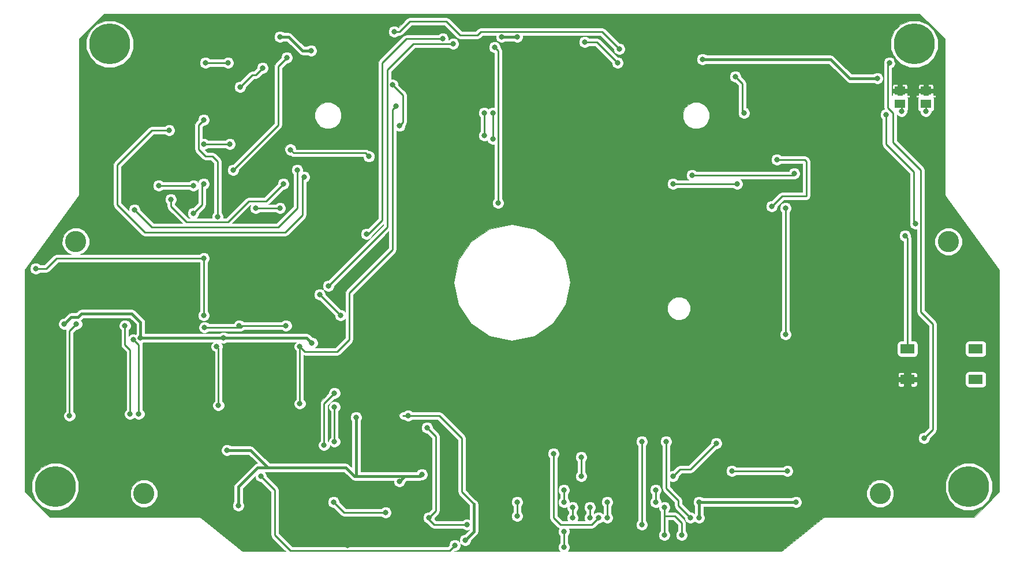
<source format=gbr>
G04 #@! TF.GenerationSoftware,KiCad,Pcbnew,no-vcs-found-ddec803~58~ubuntu14.04.1*
G04 #@! TF.CreationDate,2017-06-12T14:50:18+02:00*
G04 #@! TF.ProjectId,DVDLaserScanner,4456444C617365725363616E6E65722E,rev?*
G04 #@! TF.FileFunction,Copper,L1,Top,Signal*
G04 #@! TF.FilePolarity,Positive*
%FSLAX46Y46*%
G04 Gerber Fmt 4.6, Leading zero omitted, Abs format (unit mm)*
G04 Created by KiCad (PCBNEW no-vcs-found-ddec803~58~ubuntu14.04.1) date Mon Jun 12 14:50:18 2017*
%MOMM*%
%LPD*%
G01*
G04 APERTURE LIST*
%ADD10C,0.100000*%
%ADD11C,3.100000*%
%ADD12C,6.000000*%
%ADD13R,1.500000X1.295400*%
%ADD14R,2.100000X1.400000*%
%ADD15C,0.800000*%
%ADD16C,0.400000*%
%ADD17C,0.250000*%
G04 APERTURE END LIST*
D10*
D11*
X149000000Y-111000000D03*
X41000000Y-111000000D03*
X159000000Y-74000000D03*
X31000000Y-74000000D03*
D12*
X28000000Y-110000000D03*
X154000000Y-45000000D03*
X162000000Y-110000000D03*
X36000000Y-45000000D03*
D13*
X151892000Y-51856600D03*
X151892000Y-53756600D03*
X155702000Y-51856600D03*
X155702000Y-53756600D03*
D14*
X163000000Y-89750000D03*
X163000000Y-94250000D03*
X153000000Y-89750000D03*
X153000000Y-94250000D03*
D15*
X65532000Y-45974000D03*
X60960000Y-43942000D03*
X39497000Y-88392000D03*
X40259000Y-99314000D03*
X124460000Y-42418000D03*
X153924000Y-51790600D03*
X118364000Y-42418000D03*
X87884000Y-42672000D03*
X103886000Y-56134000D03*
X93980000Y-55118000D03*
X50292000Y-69850000D03*
X49784000Y-54102000D03*
X32893000Y-95504000D03*
X31115000Y-95504000D03*
X31115000Y-93980000D03*
X32893000Y-93980000D03*
X32893000Y-91948000D03*
X31115000Y-91948000D03*
X31115000Y-90424000D03*
X32893000Y-90424000D03*
X36195000Y-95504000D03*
X37973000Y-95504000D03*
X37973000Y-93980000D03*
X36195000Y-93980000D03*
X36195000Y-91948000D03*
X37973000Y-91948000D03*
X37973000Y-90424000D03*
X36195000Y-90424000D03*
X44069000Y-95504000D03*
X42291000Y-95504000D03*
X42291000Y-93980000D03*
X44069000Y-93980000D03*
X44069000Y-91948000D03*
X42291000Y-91948000D03*
X42291000Y-90424000D03*
X44069000Y-90424000D03*
X48387000Y-90424000D03*
X50419000Y-90424000D03*
X50419000Y-91948000D03*
X48387000Y-91948000D03*
X48387000Y-93980000D03*
X50419000Y-93980000D03*
X50419000Y-95504000D03*
X48387000Y-95504000D03*
X56007000Y-95504000D03*
X54229000Y-95504000D03*
X54229000Y-93980000D03*
X56007000Y-93980000D03*
X56007000Y-91948000D03*
X54229000Y-91948000D03*
X54229000Y-90424000D03*
X56007000Y-90424000D03*
X60579000Y-95504000D03*
X62357000Y-95504000D03*
X62357000Y-93980000D03*
X60579000Y-93980000D03*
X60579000Y-91948000D03*
X62357000Y-91948000D03*
X62357000Y-90424000D03*
X60579000Y-90424000D03*
X45339000Y-100838000D03*
X105283000Y-118110000D03*
X72390000Y-116840000D03*
X70866000Y-118618000D03*
X106426000Y-113030000D03*
X106426000Y-114554000D03*
X103886000Y-114554000D03*
X103886000Y-113030000D03*
X119888000Y-117094000D03*
X117348000Y-113030000D03*
X117348000Y-117094000D03*
X58166000Y-108458000D03*
X102616000Y-116586000D03*
X102616000Y-118872000D03*
X86614000Y-118618000D03*
X38989000Y-99314000D03*
X38227000Y-86360000D03*
X107696000Y-114554000D03*
X101092000Y-105156000D03*
X114046000Y-115570000D03*
X114046000Y-103378000D03*
X121158000Y-114554000D03*
X117602000Y-103378000D03*
X68961000Y-98298000D03*
X68961000Y-103378000D03*
X51689000Y-89408000D03*
X51943000Y-98044000D03*
X129032000Y-55118000D03*
X127762000Y-49784000D03*
X149860000Y-55372000D03*
X154178000Y-71374000D03*
X155448000Y-102870000D03*
X150368000Y-47752000D03*
X127254000Y-107696000D03*
X135382000Y-107696000D03*
X135128000Y-69088000D03*
X135128000Y-87630000D03*
X152146000Y-54838600D03*
X155702000Y-54838600D03*
X76454000Y-113792000D03*
X68834000Y-112268000D03*
X105156000Y-105664000D03*
X105156000Y-108458000D03*
X118618000Y-108458000D03*
X124968000Y-103632000D03*
X133858000Y-61976000D03*
X133096000Y-68834000D03*
X152654000Y-73152000D03*
X77724000Y-43180000D03*
X54102000Y-63500000D03*
X61976000Y-46990000D03*
X110744000Y-45720000D03*
X57404000Y-69088000D03*
X60960000Y-69088000D03*
X121412000Y-64262000D03*
X136398000Y-64008000D03*
X48260000Y-65786000D03*
X43180000Y-65786000D03*
X48260000Y-69850000D03*
X49784000Y-65532000D03*
X44704000Y-57658000D03*
X64516000Y-64516000D03*
X58420000Y-48514000D03*
X55118000Y-51308000D03*
X61468000Y-65532000D03*
X128016000Y-65532000D03*
X118618000Y-65532000D03*
X44958000Y-67818000D03*
X63500000Y-63500000D03*
X39624000Y-69342000D03*
X110490000Y-47752000D03*
X105664000Y-44704000D03*
X86360000Y-44958000D03*
X68072000Y-80518000D03*
X30099000Y-99568000D03*
X31115000Y-86106000D03*
X84836000Y-44196000D03*
X73660000Y-72898000D03*
X68961000Y-96266000D03*
X67437000Y-103886000D03*
X136652000Y-112268000D03*
X122936000Y-47244000D03*
X148590000Y-50038000D03*
X95758000Y-43942000D03*
X93472000Y-43942000D03*
X29337000Y-86106000D03*
X72136000Y-99822000D03*
X54864000Y-112776000D03*
X53213000Y-104648000D03*
X122428000Y-112268000D03*
X122428000Y-114554000D03*
X49784000Y-84836000D03*
X25146000Y-77978000D03*
X49784000Y-76454000D03*
X51816000Y-70358000D03*
X49784000Y-56134000D03*
X65659000Y-88900000D03*
X40513000Y-88138000D03*
X52705000Y-88138000D03*
X78486000Y-109220000D03*
X81788000Y-108204000D03*
X108966000Y-112268000D03*
X108966000Y-114554000D03*
X95758000Y-114300000D03*
X95758000Y-112268000D03*
X102616000Y-112268000D03*
X102616000Y-110490000D03*
X116078000Y-110490000D03*
X116078000Y-112268000D03*
X82550000Y-101346000D03*
X92964000Y-68326000D03*
X92456000Y-45466000D03*
X88392000Y-115570000D03*
X82804000Y-114554000D03*
X53594000Y-59690000D03*
X49784000Y-59690000D03*
X62500000Y-60500000D03*
X74000000Y-61500000D03*
X50038000Y-47752000D03*
X53340000Y-47752000D03*
X88138000Y-117856000D03*
X66802000Y-81788000D03*
X79756000Y-99568000D03*
X69850000Y-84836000D03*
X77500000Y-51000000D03*
X78500000Y-57000000D03*
X90932000Y-58420000D03*
X90932000Y-55118000D03*
X92202000Y-55118000D03*
X92202000Y-58928000D03*
X77978000Y-54102000D03*
X54991000Y-86360000D03*
X63881000Y-89408000D03*
X63881000Y-97790000D03*
X61849000Y-86360000D03*
X49911000Y-86614000D03*
D16*
X64262000Y-45974000D02*
X65532000Y-45974000D01*
X62230000Y-43942000D02*
X64262000Y-45974000D01*
X60960000Y-43942000D02*
X62230000Y-43942000D01*
D17*
X40259000Y-98552000D02*
X40259000Y-89154000D01*
X40259000Y-89154000D02*
X39497000Y-88392000D01*
X40259000Y-99314000D02*
X40259000Y-99060000D01*
X40259000Y-99060000D02*
X40259000Y-98552000D01*
D16*
X97536000Y-42164000D02*
X88392000Y-42164000D01*
X117856000Y-42418000D02*
X117602000Y-42164000D01*
X117602000Y-42164000D02*
X97536000Y-42164000D01*
X118364000Y-42418000D02*
X124460000Y-42418000D01*
X125222000Y-41656000D02*
X124460000Y-42418000D01*
D17*
X153924000Y-51790600D02*
X153924000Y-50292000D01*
X153990000Y-51856600D02*
X153924000Y-51790600D01*
X153990000Y-51856600D02*
X155702000Y-51856600D01*
X127762000Y-41148000D02*
X127254000Y-41656000D01*
X136144000Y-41148000D02*
X127762000Y-41148000D01*
X139192000Y-44196000D02*
X136144000Y-41148000D01*
X148336000Y-44196000D02*
X139192000Y-44196000D01*
X151130000Y-46990000D02*
X148336000Y-44196000D01*
X151130000Y-47498000D02*
X151130000Y-46990000D01*
X153924000Y-50292000D02*
X151130000Y-47498000D01*
D16*
X127254000Y-41656000D02*
X125222000Y-41656000D01*
X118364000Y-42418000D02*
X117856000Y-42418000D01*
X88392000Y-42164000D02*
X87884000Y-42672000D01*
X103124000Y-55372000D02*
X103886000Y-56134000D01*
X94234000Y-55372000D02*
X103124000Y-55372000D01*
X93980000Y-55118000D02*
X94234000Y-55372000D01*
D17*
X50800000Y-69342000D02*
X50292000Y-69850000D01*
X50800000Y-64262000D02*
X50800000Y-69342000D01*
X48260000Y-61722000D02*
X50800000Y-64262000D01*
X48260000Y-55626000D02*
X48260000Y-61722000D01*
X49784000Y-54102000D02*
X48260000Y-55626000D01*
X152146000Y-51856600D02*
X155702000Y-51856600D01*
X31115000Y-95504000D02*
X32893000Y-95504000D01*
X32893000Y-93980000D02*
X31115000Y-93980000D01*
X31115000Y-91948000D02*
X32893000Y-91948000D01*
X32893000Y-90424000D02*
X31115000Y-90424000D01*
X37973000Y-95504000D02*
X36195000Y-95504000D01*
X36195000Y-93980000D02*
X37973000Y-93980000D01*
X37973000Y-91948000D02*
X36195000Y-91948000D01*
X36195000Y-90424000D02*
X37973000Y-90424000D01*
X42291000Y-95504000D02*
X44069000Y-95504000D01*
X44069000Y-93980000D02*
X42291000Y-93980000D01*
X42291000Y-91948000D02*
X44069000Y-91948000D01*
X44069000Y-90424000D02*
X42291000Y-90424000D01*
X50419000Y-90424000D02*
X48387000Y-90424000D01*
X48387000Y-91948000D02*
X50419000Y-91948000D01*
X50419000Y-93980000D02*
X48387000Y-93980000D01*
X48387000Y-95504000D02*
X50419000Y-95504000D01*
X54229000Y-95504000D02*
X56007000Y-95504000D01*
X55753000Y-94234000D02*
X54229000Y-93980000D01*
X56007000Y-93980000D02*
X55753000Y-94234000D01*
X54229000Y-91948000D02*
X56007000Y-91948000D01*
X56007000Y-90424000D02*
X54229000Y-90424000D01*
X62357000Y-95504000D02*
X60579000Y-95504000D01*
X60579000Y-93980000D02*
X62357000Y-93980000D01*
X62357000Y-91948000D02*
X60579000Y-91948000D01*
X60579000Y-90424000D02*
X62357000Y-90424000D01*
X72390000Y-116840000D02*
X72390000Y-118618000D01*
X72390000Y-118618000D02*
X70866000Y-118618000D01*
X106426000Y-113030000D02*
X106426000Y-114554000D01*
X103886000Y-113030000D02*
X103886000Y-114554000D01*
X117348000Y-114300000D02*
X118872000Y-114300000D01*
X119888000Y-115316000D02*
X119888000Y-117094000D01*
X118872000Y-114300000D02*
X119888000Y-115316000D01*
X117348000Y-113030000D02*
X117348000Y-114300000D01*
X117348000Y-114300000D02*
X117348000Y-117094000D01*
X71120000Y-119380000D02*
X62484000Y-119380000D01*
X62484000Y-119380000D02*
X61976000Y-118872000D01*
X61976000Y-118872000D02*
X60198000Y-117094000D01*
X60198000Y-117094000D02*
X60198000Y-110490000D01*
X60198000Y-110490000D02*
X58166000Y-108458000D01*
X102616000Y-118872000D02*
X102616000Y-116586000D01*
X85852000Y-119380000D02*
X86614000Y-118618000D01*
X71120000Y-119380000D02*
X85852000Y-119380000D01*
X38227000Y-89154000D02*
X38227000Y-86360000D01*
X38989000Y-89916000D02*
X38227000Y-89154000D01*
X38989000Y-99314000D02*
X38989000Y-89916000D01*
X101092000Y-113284000D02*
X101092000Y-114554000D01*
X101092000Y-105156000D02*
X101092000Y-113284000D01*
X106680000Y-115570000D02*
X107696000Y-114554000D01*
X102108000Y-115570000D02*
X106680000Y-115570000D01*
X101092000Y-114554000D02*
X102108000Y-115570000D01*
X114046000Y-103378000D02*
X114046000Y-115570000D01*
X121158000Y-114554000D02*
X119380000Y-112776000D01*
X119380000Y-112776000D02*
X119380000Y-112014000D01*
X119380000Y-112014000D02*
X117602000Y-110236000D01*
X117602000Y-110236000D02*
X117602000Y-103378000D01*
X68961000Y-98298000D02*
X68961000Y-100076000D01*
X68961000Y-100076000D02*
X68961000Y-103378000D01*
X51689000Y-89408000D02*
X51943000Y-89662000D01*
X51943000Y-89662000D02*
X51943000Y-98044000D01*
X128778000Y-50800000D02*
X127762000Y-49784000D01*
X128778000Y-54864000D02*
X128778000Y-50800000D01*
X129032000Y-55118000D02*
X128778000Y-54864000D01*
X127762000Y-49784000D02*
X128016000Y-50038000D01*
X149860000Y-59690000D02*
X149860000Y-55372000D01*
X153924000Y-63754000D02*
X149860000Y-59690000D01*
X153924000Y-71120000D02*
X153924000Y-63754000D01*
X154178000Y-71374000D02*
X153924000Y-71120000D01*
X156718000Y-101600000D02*
X155448000Y-102870000D01*
X156718000Y-86106000D02*
X156718000Y-101600000D01*
X154940000Y-84328000D02*
X156718000Y-86106000D01*
X154940000Y-63500000D02*
X154940000Y-84328000D01*
X150876000Y-59436000D02*
X154940000Y-63500000D01*
X150876000Y-55118000D02*
X150876000Y-59436000D01*
X150114000Y-54356000D02*
X150876000Y-55118000D01*
X150114000Y-48006000D02*
X150114000Y-54356000D01*
X150368000Y-47752000D02*
X150114000Y-48006000D01*
X127254000Y-107696000D02*
X135382000Y-107696000D01*
X135128000Y-87630000D02*
X135128000Y-69088000D01*
X152146000Y-54838600D02*
X152146000Y-53756600D01*
X155702000Y-53756600D02*
X155702000Y-54838600D01*
X76454000Y-113792000D02*
X70358000Y-113792000D01*
X70358000Y-113792000D02*
X68834000Y-112268000D01*
X105156000Y-108458000D02*
X105156000Y-105664000D01*
X119634000Y-107442000D02*
X121158000Y-107442000D01*
X118618000Y-108458000D02*
X119634000Y-107442000D01*
X121158000Y-107442000D02*
X124968000Y-103632000D01*
X138176000Y-67310000D02*
X138176000Y-62230000D01*
X138176000Y-62230000D02*
X137922000Y-61976000D01*
X137922000Y-61976000D02*
X133858000Y-61976000D01*
X134620000Y-67310000D02*
X138176000Y-67310000D01*
X133096000Y-68834000D02*
X134620000Y-67310000D01*
X153000000Y-73498000D02*
X153000000Y-89750000D01*
X152654000Y-73152000D02*
X153000000Y-73498000D01*
X77724000Y-43180000D02*
X78486000Y-43180000D01*
X60706000Y-50800000D02*
X60706000Y-48260000D01*
X60706000Y-50800000D02*
X60706000Y-56896000D01*
X60706000Y-56896000D02*
X54102000Y-63500000D01*
X60706000Y-48260000D02*
X61976000Y-46990000D01*
X108204000Y-43180000D02*
X108966000Y-43942000D01*
X110744000Y-45720000D02*
X108966000Y-43942000D01*
X90424000Y-43180000D02*
X108204000Y-43180000D01*
X89916000Y-43688000D02*
X90424000Y-43180000D01*
X87376000Y-43688000D02*
X89916000Y-43688000D01*
X85344000Y-41656000D02*
X87376000Y-43688000D01*
X80010000Y-41656000D02*
X85344000Y-41656000D01*
X78486000Y-43180000D02*
X80010000Y-41656000D01*
X60960000Y-69088000D02*
X57404000Y-69088000D01*
X136144000Y-64262000D02*
X121412000Y-64262000D01*
X136398000Y-64008000D02*
X136144000Y-64262000D01*
X43180000Y-65786000D02*
X48260000Y-65786000D01*
X49530000Y-68580000D02*
X48260000Y-69850000D01*
X49530000Y-65786000D02*
X49530000Y-68580000D01*
X49784000Y-65532000D02*
X49530000Y-65786000D01*
X42164000Y-57658000D02*
X44704000Y-57658000D01*
X37084000Y-62738000D02*
X42164000Y-57658000D01*
X37084000Y-68580000D02*
X37084000Y-62738000D01*
X41148000Y-72644000D02*
X37084000Y-68580000D01*
X61722000Y-72644000D02*
X41148000Y-72644000D01*
X64262000Y-70104000D02*
X61722000Y-72644000D01*
X64262000Y-64770000D02*
X64262000Y-70104000D01*
X64516000Y-64516000D02*
X64262000Y-64770000D01*
X57404000Y-49530000D02*
X58420000Y-48514000D01*
X56896000Y-49530000D02*
X57404000Y-49530000D01*
X55118000Y-51308000D02*
X56896000Y-49530000D01*
X118618000Y-65532000D02*
X128016000Y-65532000D01*
X44958000Y-68834000D02*
X44958000Y-67818000D01*
X47244000Y-71120000D02*
X44958000Y-68834000D01*
X53340000Y-71120000D02*
X47244000Y-71120000D01*
X56388000Y-68072000D02*
X53340000Y-71120000D01*
X58928000Y-68072000D02*
X56388000Y-68072000D01*
X61468000Y-65532000D02*
X58928000Y-68072000D01*
X42164000Y-71882000D02*
X39624000Y-69342000D01*
X60706000Y-71882000D02*
X42164000Y-71882000D01*
X63500000Y-69088000D02*
X60706000Y-71882000D01*
X63500000Y-63500000D02*
X63500000Y-69088000D01*
X107442000Y-44704000D02*
X110490000Y-47752000D01*
X105664000Y-44704000D02*
X107442000Y-44704000D01*
X86360000Y-44958000D02*
X80518000Y-44958000D01*
X80518000Y-44958000D02*
X76708000Y-48768000D01*
X76708000Y-48768000D02*
X76708000Y-71882000D01*
X76708000Y-71882000D02*
X75946000Y-72644000D01*
X68072000Y-80518000D02*
X75946000Y-72644000D01*
X30099000Y-99568000D02*
X30099000Y-87122000D01*
X31115000Y-86106000D02*
X30099000Y-87122000D01*
X75946000Y-47752000D02*
X75946000Y-48514000D01*
X79502000Y-44196000D02*
X75946000Y-47752000D01*
X84836000Y-44196000D02*
X79502000Y-44196000D01*
X73914000Y-72898000D02*
X73660000Y-72898000D01*
X75946000Y-70866000D02*
X73914000Y-72898000D01*
X75946000Y-54610000D02*
X75946000Y-70866000D01*
X75946000Y-48514000D02*
X75946000Y-54610000D01*
X67437000Y-97790000D02*
X68961000Y-96266000D01*
X67437000Y-103886000D02*
X67437000Y-101092000D01*
X67437000Y-101092000D02*
X67437000Y-97790000D01*
D16*
X136652000Y-112268000D02*
X122428000Y-112268000D01*
X122936000Y-47244000D02*
X127254000Y-47244000D01*
X127254000Y-47244000D02*
X141732000Y-47244000D01*
X141732000Y-47244000D02*
X144526000Y-50038000D01*
X144526000Y-50038000D02*
X148590000Y-50038000D01*
X95758000Y-43942000D02*
X93472000Y-43942000D01*
X40513000Y-85852000D02*
X39243000Y-84582000D01*
X39243000Y-84582000D02*
X36703000Y-84582000D01*
X36703000Y-84582000D02*
X34671000Y-84582000D01*
X40513000Y-88138000D02*
X40513000Y-85852000D01*
X30353000Y-85090000D02*
X29337000Y-86106000D01*
X31369000Y-85090000D02*
X30353000Y-85090000D01*
X31877000Y-84582000D02*
X31369000Y-85090000D01*
X34671000Y-84582000D02*
X31877000Y-84582000D01*
X72136000Y-108458000D02*
X72136000Y-99822000D01*
X59182000Y-107188000D02*
X57658000Y-107188000D01*
X54864000Y-109982000D02*
X54864000Y-112776000D01*
X57658000Y-107188000D02*
X54864000Y-109982000D01*
X79248000Y-108458000D02*
X72136000Y-108458000D01*
X72136000Y-108458000D02*
X71882000Y-108458000D01*
X56642000Y-104648000D02*
X53213000Y-104648000D01*
X59182000Y-107188000D02*
X56642000Y-104648000D01*
X70612000Y-107188000D02*
X59182000Y-107188000D01*
X71882000Y-108458000D02*
X70612000Y-107188000D01*
X122428000Y-114554000D02*
X122428000Y-112268000D01*
D17*
X49784000Y-76454000D02*
X49784000Y-84836000D01*
X49784000Y-76454000D02*
X40132000Y-76454000D01*
X40132000Y-76454000D02*
X28194000Y-76454000D01*
X28194000Y-76454000D02*
X26670000Y-77978000D01*
X26670000Y-77978000D02*
X25146000Y-77978000D01*
X49022000Y-57404000D02*
X49022000Y-56896000D01*
X51816000Y-70358000D02*
X51816000Y-62230000D01*
X51816000Y-62230000D02*
X51054000Y-61468000D01*
X51054000Y-61468000D02*
X50038000Y-61468000D01*
X50038000Y-61468000D02*
X49022000Y-60452000D01*
X49022000Y-60452000D02*
X49022000Y-57404000D01*
X49022000Y-56896000D02*
X49784000Y-56134000D01*
D16*
X52705000Y-88138000D02*
X64897000Y-88138000D01*
X64897000Y-88138000D02*
X65659000Y-88900000D01*
X40513000Y-88138000D02*
X40259000Y-88138000D01*
X52705000Y-88138000D02*
X40513000Y-88138000D01*
X79248000Y-108458000D02*
X78486000Y-109220000D01*
X81534000Y-108458000D02*
X79248000Y-108458000D01*
X81788000Y-108204000D02*
X81534000Y-108458000D01*
D17*
X108966000Y-112268000D02*
X108966000Y-114554000D01*
X95758000Y-112268000D02*
X95758000Y-114300000D01*
X102616000Y-112268000D02*
X102616000Y-110490000D01*
X116078000Y-112268000D02*
X116078000Y-110490000D01*
X92964000Y-46482000D02*
X92964000Y-45974000D01*
X92964000Y-46482000D02*
X92964000Y-59690000D01*
X92964000Y-45974000D02*
X92456000Y-45466000D01*
X92964000Y-59690000D02*
X92964000Y-68326000D01*
X83820000Y-113538000D02*
X82804000Y-114554000D01*
X83820000Y-102616000D02*
X83820000Y-113538000D01*
X82550000Y-101346000D02*
X83820000Y-102616000D01*
X88392000Y-115570000D02*
X83566000Y-115570000D01*
X83566000Y-115570000D02*
X82804000Y-114808000D01*
X82804000Y-114808000D02*
X82804000Y-114554000D01*
X49784000Y-59690000D02*
X53594000Y-59690000D01*
X63000000Y-61000000D02*
X62500000Y-60500000D01*
X73500000Y-61000000D02*
X63000000Y-61000000D01*
X74000000Y-61500000D02*
X73500000Y-61000000D01*
X53340000Y-47752000D02*
X50038000Y-47752000D01*
D16*
X89408000Y-112522000D02*
X89408000Y-116586000D01*
D17*
X84328000Y-99568000D02*
X84074000Y-99568000D01*
X87630000Y-102870000D02*
X84328000Y-99568000D01*
X87630000Y-110744000D02*
X87630000Y-102870000D01*
X89408000Y-112522000D02*
X87630000Y-110744000D01*
D16*
X89408000Y-116586000D02*
X88138000Y-117856000D01*
D17*
X68326000Y-83312000D02*
X69850000Y-84836000D01*
X68326000Y-83312000D02*
X66802000Y-81788000D01*
X79756000Y-99568000D02*
X84074000Y-99568000D01*
X84074000Y-99568000D02*
X78994000Y-99568000D01*
X79000000Y-52500000D02*
X77500000Y-51000000D01*
X79000000Y-56500000D02*
X79000000Y-52500000D01*
X78500000Y-57000000D02*
X79000000Y-56500000D01*
X90932000Y-55118000D02*
X90932000Y-58420000D01*
X92202000Y-55118000D02*
X92202000Y-58928000D01*
X69342000Y-90170000D02*
X64643000Y-90170000D01*
X71120000Y-88392000D02*
X69342000Y-90170000D01*
X77978000Y-54102000D02*
X77470000Y-54610000D01*
X77470000Y-54610000D02*
X77470000Y-75184000D01*
X77470000Y-75184000D02*
X71120000Y-81534000D01*
X71120000Y-81534000D02*
X71120000Y-88392000D01*
X64643000Y-90170000D02*
X63881000Y-89408000D01*
X54991000Y-86360000D02*
X54991000Y-86614000D01*
X63881000Y-89408000D02*
X63881000Y-97790000D01*
X54991000Y-86614000D02*
X55245000Y-86614000D01*
X55245000Y-86614000D02*
X55499000Y-86360000D01*
X55499000Y-86360000D02*
X55753000Y-86360000D01*
X61849000Y-86360000D02*
X55753000Y-86360000D01*
X49911000Y-86614000D02*
X54991000Y-86614000D01*
D10*
G36*
X158475000Y-44217462D02*
X158475000Y-67000000D01*
X158487100Y-67060830D01*
X158489564Y-67122803D01*
X158506895Y-67160350D01*
X158514963Y-67200909D01*
X158549422Y-67252480D01*
X158575414Y-67308790D01*
X166475000Y-78170722D01*
X166475000Y-110782538D01*
X162782538Y-114475000D01*
X141000000Y-114475000D01*
X140928503Y-114489222D01*
X140855842Y-114495179D01*
X140828850Y-114509044D01*
X140799091Y-114514963D01*
X140738476Y-114555465D01*
X140673629Y-114588774D01*
X134516984Y-119475000D01*
X103215078Y-119475000D01*
X103336174Y-119354115D01*
X103465852Y-119041817D01*
X103466147Y-118703666D01*
X103337015Y-118391143D01*
X103191000Y-118244873D01*
X103191000Y-117213036D01*
X103336174Y-117068115D01*
X103465852Y-116755817D01*
X103466147Y-116417666D01*
X103353484Y-116145000D01*
X106680000Y-116145000D01*
X106900043Y-116101231D01*
X107086586Y-115976586D01*
X107659204Y-115403968D01*
X107864334Y-115404147D01*
X108176857Y-115275015D01*
X108331059Y-115121081D01*
X108483885Y-115274174D01*
X108796183Y-115403852D01*
X109134334Y-115404147D01*
X109446857Y-115275015D01*
X109686174Y-115036115D01*
X109815852Y-114723817D01*
X109816147Y-114385666D01*
X109687015Y-114073143D01*
X109541000Y-113926873D01*
X109541000Y-112895036D01*
X109686174Y-112750115D01*
X109815852Y-112437817D01*
X109816147Y-112099666D01*
X109687015Y-111787143D01*
X109448115Y-111547826D01*
X109135817Y-111418148D01*
X108797666Y-111417853D01*
X108485143Y-111546985D01*
X108245826Y-111785885D01*
X108116148Y-112098183D01*
X108115853Y-112436334D01*
X108244985Y-112748857D01*
X108391000Y-112895127D01*
X108391000Y-113926964D01*
X108330941Y-113986919D01*
X108178115Y-113833826D01*
X107865817Y-113704148D01*
X107527666Y-113703853D01*
X107215143Y-113832985D01*
X107060941Y-113986919D01*
X107001000Y-113926873D01*
X107001000Y-113657036D01*
X107146174Y-113512115D01*
X107275852Y-113199817D01*
X107276147Y-112861666D01*
X107147015Y-112549143D01*
X106908115Y-112309826D01*
X106595817Y-112180148D01*
X106257666Y-112179853D01*
X105945143Y-112308985D01*
X105705826Y-112547885D01*
X105576148Y-112860183D01*
X105575853Y-113198334D01*
X105704985Y-113510857D01*
X105851000Y-113657127D01*
X105851000Y-113926964D01*
X105705826Y-114071885D01*
X105576148Y-114384183D01*
X105575853Y-114722334D01*
X105688516Y-114995000D01*
X104623247Y-114995000D01*
X104735852Y-114723817D01*
X104736147Y-114385666D01*
X104607015Y-114073143D01*
X104461000Y-113926873D01*
X104461000Y-113657036D01*
X104606174Y-113512115D01*
X104735852Y-113199817D01*
X104736147Y-112861666D01*
X104607015Y-112549143D01*
X104368115Y-112309826D01*
X104055817Y-112180148D01*
X103717666Y-112179853D01*
X103465986Y-112283845D01*
X103466147Y-112099666D01*
X103337015Y-111787143D01*
X103191000Y-111640873D01*
X103191000Y-111117036D01*
X103336174Y-110972115D01*
X103465852Y-110659817D01*
X103466147Y-110321666D01*
X103337015Y-110009143D01*
X103098115Y-109769826D01*
X102785817Y-109640148D01*
X102447666Y-109639853D01*
X102135143Y-109768985D01*
X101895826Y-110007885D01*
X101766148Y-110320183D01*
X101765853Y-110658334D01*
X101894985Y-110970857D01*
X102041000Y-111117127D01*
X102041000Y-111640964D01*
X101895826Y-111785885D01*
X101766148Y-112098183D01*
X101765853Y-112436334D01*
X101894985Y-112748857D01*
X102133885Y-112988174D01*
X102446183Y-113117852D01*
X102784334Y-113118147D01*
X103036014Y-113014155D01*
X103035853Y-113198334D01*
X103164985Y-113510857D01*
X103311000Y-113657127D01*
X103311000Y-113926964D01*
X103165826Y-114071885D01*
X103036148Y-114384183D01*
X103035853Y-114722334D01*
X103148516Y-114995000D01*
X102346172Y-114995000D01*
X101667000Y-114315828D01*
X101667000Y-105832334D01*
X104305853Y-105832334D01*
X104434985Y-106144857D01*
X104581000Y-106291127D01*
X104581000Y-107830964D01*
X104435826Y-107975885D01*
X104306148Y-108288183D01*
X104305853Y-108626334D01*
X104434985Y-108938857D01*
X104673885Y-109178174D01*
X104986183Y-109307852D01*
X105324334Y-109308147D01*
X105636857Y-109179015D01*
X105876174Y-108940115D01*
X106005852Y-108627817D01*
X106006147Y-108289666D01*
X105877015Y-107977143D01*
X105731000Y-107830873D01*
X105731000Y-106291036D01*
X105876174Y-106146115D01*
X106005852Y-105833817D01*
X106006147Y-105495666D01*
X105877015Y-105183143D01*
X105638115Y-104943826D01*
X105325817Y-104814148D01*
X104987666Y-104813853D01*
X104675143Y-104942985D01*
X104435826Y-105181885D01*
X104306148Y-105494183D01*
X104305853Y-105832334D01*
X101667000Y-105832334D01*
X101667000Y-105783036D01*
X101812174Y-105638115D01*
X101941852Y-105325817D01*
X101942147Y-104987666D01*
X101813015Y-104675143D01*
X101574115Y-104435826D01*
X101261817Y-104306148D01*
X100923666Y-104305853D01*
X100611143Y-104434985D01*
X100371826Y-104673885D01*
X100242148Y-104986183D01*
X100241853Y-105324334D01*
X100370985Y-105636857D01*
X100517000Y-105783127D01*
X100517000Y-114554000D01*
X100560769Y-114774043D01*
X100685414Y-114960586D01*
X101701414Y-115976586D01*
X101887957Y-116101231D01*
X101896735Y-116102977D01*
X101895826Y-116103885D01*
X101766148Y-116416183D01*
X101765853Y-116754334D01*
X101894985Y-117066857D01*
X102041000Y-117213127D01*
X102041000Y-118244964D01*
X101895826Y-118389885D01*
X101766148Y-118702183D01*
X101765853Y-119040334D01*
X101894985Y-119352857D01*
X102016915Y-119475000D01*
X86570172Y-119475000D01*
X86577204Y-119467968D01*
X86782334Y-119468147D01*
X87094857Y-119339015D01*
X87334174Y-119100115D01*
X87463852Y-118787817D01*
X87464147Y-118449666D01*
X87417924Y-118337797D01*
X87655885Y-118576174D01*
X87968183Y-118705852D01*
X88306334Y-118706147D01*
X88618857Y-118577015D01*
X88858174Y-118338115D01*
X88987852Y-118025817D01*
X88987940Y-117925299D01*
X89867619Y-117045620D01*
X90008522Y-116834745D01*
X90024516Y-116754334D01*
X90058000Y-116586000D01*
X90058000Y-112522000D01*
X90040961Y-112436334D01*
X94907853Y-112436334D01*
X95036985Y-112748857D01*
X95183000Y-112895127D01*
X95183000Y-113672964D01*
X95037826Y-113817885D01*
X94908148Y-114130183D01*
X94907853Y-114468334D01*
X95036985Y-114780857D01*
X95275885Y-115020174D01*
X95588183Y-115149852D01*
X95926334Y-115150147D01*
X96238857Y-115021015D01*
X96478174Y-114782115D01*
X96607852Y-114469817D01*
X96608147Y-114131666D01*
X96479015Y-113819143D01*
X96333000Y-113672873D01*
X96333000Y-112895036D01*
X96478174Y-112750115D01*
X96607852Y-112437817D01*
X96608147Y-112099666D01*
X96479015Y-111787143D01*
X96240115Y-111547826D01*
X95927817Y-111418148D01*
X95589666Y-111417853D01*
X95277143Y-111546985D01*
X95037826Y-111785885D01*
X94908148Y-112098183D01*
X94907853Y-112436334D01*
X90040961Y-112436334D01*
X90008522Y-112273256D01*
X89867619Y-112062381D01*
X89656744Y-111921478D01*
X89611689Y-111912516D01*
X88205000Y-110505828D01*
X88205000Y-103546334D01*
X113195853Y-103546334D01*
X113324985Y-103858857D01*
X113471000Y-104005127D01*
X113471000Y-114942964D01*
X113325826Y-115087885D01*
X113196148Y-115400183D01*
X113195853Y-115738334D01*
X113324985Y-116050857D01*
X113563885Y-116290174D01*
X113876183Y-116419852D01*
X114214334Y-116420147D01*
X114526857Y-116291015D01*
X114766174Y-116052115D01*
X114895852Y-115739817D01*
X114896147Y-115401666D01*
X114767015Y-115089143D01*
X114621000Y-114942873D01*
X114621000Y-110658334D01*
X115227853Y-110658334D01*
X115356985Y-110970857D01*
X115503000Y-111117127D01*
X115503000Y-111640964D01*
X115357826Y-111785885D01*
X115228148Y-112098183D01*
X115227853Y-112436334D01*
X115356985Y-112748857D01*
X115595885Y-112988174D01*
X115908183Y-113117852D01*
X116246334Y-113118147D01*
X116498014Y-113014155D01*
X116497853Y-113198334D01*
X116626985Y-113510857D01*
X116773000Y-113657127D01*
X116773000Y-116466964D01*
X116627826Y-116611885D01*
X116498148Y-116924183D01*
X116497853Y-117262334D01*
X116626985Y-117574857D01*
X116865885Y-117814174D01*
X117178183Y-117943852D01*
X117516334Y-117944147D01*
X117828857Y-117815015D01*
X118068174Y-117576115D01*
X118197852Y-117263817D01*
X118198147Y-116925666D01*
X118069015Y-116613143D01*
X117923000Y-116466873D01*
X117923000Y-114875000D01*
X118633828Y-114875000D01*
X119313000Y-115554172D01*
X119313000Y-116466964D01*
X119167826Y-116611885D01*
X119038148Y-116924183D01*
X119037853Y-117262334D01*
X119166985Y-117574857D01*
X119405885Y-117814174D01*
X119718183Y-117943852D01*
X120056334Y-117944147D01*
X120368857Y-117815015D01*
X120608174Y-117576115D01*
X120737852Y-117263817D01*
X120738147Y-116925666D01*
X120609015Y-116613143D01*
X120463000Y-116466873D01*
X120463000Y-115316000D01*
X120419231Y-115095957D01*
X120294586Y-114909414D01*
X119278586Y-113893414D01*
X119092043Y-113768769D01*
X118872000Y-113725000D01*
X117923000Y-113725000D01*
X117923000Y-113657036D01*
X118068174Y-113512115D01*
X118197852Y-113199817D01*
X118198147Y-112861666D01*
X118069015Y-112549143D01*
X117830115Y-112309826D01*
X117517817Y-112180148D01*
X117179666Y-112179853D01*
X116927986Y-112283845D01*
X116928147Y-112099666D01*
X116799015Y-111787143D01*
X116653000Y-111640873D01*
X116653000Y-111117036D01*
X116798174Y-110972115D01*
X116927852Y-110659817D01*
X116928147Y-110321666D01*
X116799015Y-110009143D01*
X116560115Y-109769826D01*
X116247817Y-109640148D01*
X115909666Y-109639853D01*
X115597143Y-109768985D01*
X115357826Y-110007885D01*
X115228148Y-110320183D01*
X115227853Y-110658334D01*
X114621000Y-110658334D01*
X114621000Y-104005036D01*
X114766174Y-103860115D01*
X114895852Y-103547817D01*
X114895853Y-103546334D01*
X116751853Y-103546334D01*
X116880985Y-103858857D01*
X117027000Y-104005127D01*
X117027000Y-110236000D01*
X117067900Y-110441619D01*
X117070769Y-110456043D01*
X117195414Y-110642586D01*
X118805000Y-112252173D01*
X118805000Y-112776000D01*
X118842197Y-112963001D01*
X118848769Y-112996043D01*
X118973414Y-113182586D01*
X120308032Y-114517205D01*
X120307853Y-114722334D01*
X120436985Y-115034857D01*
X120675885Y-115274174D01*
X120988183Y-115403852D01*
X121326334Y-115404147D01*
X121638857Y-115275015D01*
X121793059Y-115121081D01*
X121945885Y-115274174D01*
X122258183Y-115403852D01*
X122596334Y-115404147D01*
X122908857Y-115275015D01*
X123148174Y-115036115D01*
X123277852Y-114723817D01*
X123278147Y-114385666D01*
X123149015Y-114073143D01*
X123078000Y-114002004D01*
X123078000Y-112918000D01*
X136099833Y-112918000D01*
X136169885Y-112988174D01*
X136482183Y-113117852D01*
X136820334Y-113118147D01*
X137132857Y-112989015D01*
X137372174Y-112750115D01*
X137501852Y-112437817D01*
X137502147Y-112099666D01*
X137373015Y-111787143D01*
X137134115Y-111547826D01*
X136821817Y-111418148D01*
X136483666Y-111417853D01*
X136171143Y-111546985D01*
X136100004Y-111618000D01*
X122980167Y-111618000D01*
X122910115Y-111547826D01*
X122597817Y-111418148D01*
X122259666Y-111417853D01*
X121947143Y-111546985D01*
X121707826Y-111785885D01*
X121578148Y-112098183D01*
X121577853Y-112436334D01*
X121706985Y-112748857D01*
X121778000Y-112819996D01*
X121778000Y-113971952D01*
X121640115Y-113833826D01*
X121327817Y-113704148D01*
X121121140Y-113703968D01*
X119955000Y-112537828D01*
X119955000Y-112014000D01*
X119911231Y-111793957D01*
X119843774Y-111693001D01*
X119786587Y-111607414D01*
X119575252Y-111396079D01*
X146999654Y-111396079D01*
X147303494Y-112131429D01*
X147865612Y-112694529D01*
X148600430Y-112999652D01*
X149396079Y-113000346D01*
X150131429Y-112696506D01*
X150694529Y-112134388D01*
X150999652Y-111399570D01*
X151000276Y-110683237D01*
X158549403Y-110683237D01*
X159073527Y-111951715D01*
X160043181Y-112923062D01*
X161310742Y-113449399D01*
X162683237Y-113450597D01*
X163951715Y-112926473D01*
X164923062Y-111956819D01*
X165449399Y-110689258D01*
X165450597Y-109316763D01*
X164926473Y-108048285D01*
X163956819Y-107076938D01*
X162689258Y-106550601D01*
X161316763Y-106549403D01*
X160048285Y-107073527D01*
X159076938Y-108043181D01*
X158550601Y-109310742D01*
X158549403Y-110683237D01*
X151000276Y-110683237D01*
X151000346Y-110603921D01*
X150696506Y-109868571D01*
X150134388Y-109305471D01*
X149399570Y-109000348D01*
X148603921Y-108999654D01*
X147868571Y-109303494D01*
X147305471Y-109865612D01*
X147000348Y-110600430D01*
X146999654Y-111396079D01*
X119575252Y-111396079D01*
X118177000Y-109997828D01*
X118177000Y-109195247D01*
X118448183Y-109307852D01*
X118786334Y-109308147D01*
X119098857Y-109179015D01*
X119338174Y-108940115D01*
X119467852Y-108627817D01*
X119468032Y-108421140D01*
X119872172Y-108017000D01*
X121158000Y-108017000D01*
X121378043Y-107973231D01*
X121541017Y-107864334D01*
X126403853Y-107864334D01*
X126532985Y-108176857D01*
X126771885Y-108416174D01*
X127084183Y-108545852D01*
X127422334Y-108546147D01*
X127734857Y-108417015D01*
X127881127Y-108271000D01*
X134754964Y-108271000D01*
X134899885Y-108416174D01*
X135212183Y-108545852D01*
X135550334Y-108546147D01*
X135862857Y-108417015D01*
X136102174Y-108178115D01*
X136231852Y-107865817D01*
X136232147Y-107527666D01*
X136103015Y-107215143D01*
X135864115Y-106975826D01*
X135551817Y-106846148D01*
X135213666Y-106845853D01*
X134901143Y-106974985D01*
X134754873Y-107121000D01*
X127881036Y-107121000D01*
X127736115Y-106975826D01*
X127423817Y-106846148D01*
X127085666Y-106845853D01*
X126773143Y-106974985D01*
X126533826Y-107213885D01*
X126404148Y-107526183D01*
X126403853Y-107864334D01*
X121541017Y-107864334D01*
X121564586Y-107848586D01*
X124931205Y-104481968D01*
X125136334Y-104482147D01*
X125448857Y-104353015D01*
X125688174Y-104114115D01*
X125817852Y-103801817D01*
X125818147Y-103463666D01*
X125689015Y-103151143D01*
X125450115Y-102911826D01*
X125137817Y-102782148D01*
X124799666Y-102781853D01*
X124487143Y-102910985D01*
X124247826Y-103149885D01*
X124118148Y-103462183D01*
X124117968Y-103668859D01*
X120919828Y-106867000D01*
X119634000Y-106867000D01*
X119413957Y-106910769D01*
X119227414Y-107035414D01*
X118654796Y-107608032D01*
X118449666Y-107607853D01*
X118177000Y-107720516D01*
X118177000Y-104005036D01*
X118322174Y-103860115D01*
X118451852Y-103547817D01*
X118452147Y-103209666D01*
X118323015Y-102897143D01*
X118084115Y-102657826D01*
X117771817Y-102528148D01*
X117433666Y-102527853D01*
X117121143Y-102656985D01*
X116881826Y-102895885D01*
X116752148Y-103208183D01*
X116751853Y-103546334D01*
X114895853Y-103546334D01*
X114896147Y-103209666D01*
X114767015Y-102897143D01*
X114528115Y-102657826D01*
X114215817Y-102528148D01*
X113877666Y-102527853D01*
X113565143Y-102656985D01*
X113325826Y-102895885D01*
X113196148Y-103208183D01*
X113195853Y-103546334D01*
X88205000Y-103546334D01*
X88205000Y-102870000D01*
X88161231Y-102649957D01*
X88036586Y-102463413D01*
X84734586Y-99161414D01*
X84548043Y-99036769D01*
X84328000Y-98993000D01*
X80383036Y-98993000D01*
X80238115Y-98847826D01*
X79925817Y-98718148D01*
X79587666Y-98717853D01*
X79275143Y-98846985D01*
X79128873Y-98993000D01*
X78994000Y-98993000D01*
X78773957Y-99036769D01*
X78587414Y-99161414D01*
X78462769Y-99347957D01*
X78419000Y-99568000D01*
X78462769Y-99788043D01*
X78587414Y-99974586D01*
X78773957Y-100099231D01*
X78994000Y-100143000D01*
X79128964Y-100143000D01*
X79273885Y-100288174D01*
X79586183Y-100417852D01*
X79924334Y-100418147D01*
X80236857Y-100289015D01*
X80383127Y-100143000D01*
X84089828Y-100143000D01*
X87055000Y-103108173D01*
X87055000Y-110744000D01*
X87085351Y-110896586D01*
X87098769Y-110964043D01*
X87223414Y-111150586D01*
X88758000Y-112685173D01*
X88758000Y-114801611D01*
X88561817Y-114720148D01*
X88223666Y-114719853D01*
X87911143Y-114848985D01*
X87764873Y-114995000D01*
X83804173Y-114995000D01*
X83618390Y-114809218D01*
X83653852Y-114723817D01*
X83654032Y-114517140D01*
X84226586Y-113944586D01*
X84351231Y-113758043D01*
X84357803Y-113725001D01*
X84395000Y-113538000D01*
X84395000Y-102616000D01*
X84351231Y-102395957D01*
X84313019Y-102338769D01*
X84226586Y-102209413D01*
X83399968Y-101382796D01*
X83400147Y-101177666D01*
X83271015Y-100865143D01*
X83032115Y-100625826D01*
X82719817Y-100496148D01*
X82381666Y-100495853D01*
X82069143Y-100624985D01*
X81829826Y-100863885D01*
X81700148Y-101176183D01*
X81699853Y-101514334D01*
X81828985Y-101826857D01*
X82067885Y-102066174D01*
X82380183Y-102195852D01*
X82586860Y-102196032D01*
X83245000Y-102854173D01*
X83245000Y-113299828D01*
X82840796Y-113704032D01*
X82635666Y-113703853D01*
X82323143Y-113832985D01*
X82083826Y-114071885D01*
X81954148Y-114384183D01*
X81953853Y-114722334D01*
X82082985Y-115034857D01*
X82321885Y-115274174D01*
X82552948Y-115370120D01*
X83159414Y-115976587D01*
X83272450Y-116052115D01*
X83345957Y-116101231D01*
X83566000Y-116145000D01*
X87764964Y-116145000D01*
X87909885Y-116290174D01*
X88222183Y-116419852D01*
X88560334Y-116420147D01*
X88721000Y-116353761D01*
X88068822Y-117005940D01*
X87969666Y-117005853D01*
X87657143Y-117134985D01*
X87417826Y-117373885D01*
X87288148Y-117686183D01*
X87287853Y-118024334D01*
X87334076Y-118136203D01*
X87096115Y-117897826D01*
X86783817Y-117768148D01*
X86445666Y-117767853D01*
X86133143Y-117896985D01*
X85893826Y-118135885D01*
X85764148Y-118448183D01*
X85763968Y-118654860D01*
X85613828Y-118805000D01*
X62722173Y-118805000D01*
X62382589Y-118465417D01*
X62382587Y-118465414D01*
X60773000Y-116855828D01*
X60773000Y-112436334D01*
X67983853Y-112436334D01*
X68112985Y-112748857D01*
X68351885Y-112988174D01*
X68664183Y-113117852D01*
X68870860Y-113118032D01*
X69951413Y-114198586D01*
X70137957Y-114323231D01*
X70358000Y-114367000D01*
X75826964Y-114367000D01*
X75971885Y-114512174D01*
X76284183Y-114641852D01*
X76622334Y-114642147D01*
X76934857Y-114513015D01*
X77174174Y-114274115D01*
X77303852Y-113961817D01*
X77304147Y-113623666D01*
X77175015Y-113311143D01*
X76936115Y-113071826D01*
X76623817Y-112942148D01*
X76285666Y-112941853D01*
X75973143Y-113070985D01*
X75826873Y-113217000D01*
X70596173Y-113217000D01*
X69683968Y-112304796D01*
X69684147Y-112099666D01*
X69555015Y-111787143D01*
X69316115Y-111547826D01*
X69003817Y-111418148D01*
X68665666Y-111417853D01*
X68353143Y-111546985D01*
X68113826Y-111785885D01*
X67984148Y-112098183D01*
X67983853Y-112436334D01*
X60773000Y-112436334D01*
X60773000Y-110490000D01*
X60729231Y-110269957D01*
X60604586Y-110083414D01*
X59015968Y-108494796D01*
X59016147Y-108289666D01*
X58887015Y-107977143D01*
X58748114Y-107838000D01*
X70342762Y-107838000D01*
X71422380Y-108917619D01*
X71633255Y-109058522D01*
X71674524Y-109066731D01*
X71882000Y-109108000D01*
X77636098Y-109108000D01*
X77635853Y-109388334D01*
X77764985Y-109700857D01*
X78003885Y-109940174D01*
X78316183Y-110069852D01*
X78654334Y-110070147D01*
X78966857Y-109941015D01*
X79206174Y-109702115D01*
X79335852Y-109389817D01*
X79335940Y-109289299D01*
X79517239Y-109108000D01*
X81534000Y-109108000D01*
X81741476Y-109066731D01*
X81782745Y-109058522D01*
X81789510Y-109054001D01*
X81956334Y-109054147D01*
X82268857Y-108925015D01*
X82508174Y-108686115D01*
X82637852Y-108373817D01*
X82638147Y-108035666D01*
X82509015Y-107723143D01*
X82270115Y-107483826D01*
X81957817Y-107354148D01*
X81619666Y-107353853D01*
X81307143Y-107482985D01*
X81067826Y-107721885D01*
X81032068Y-107808000D01*
X72786000Y-107808000D01*
X72786000Y-100374167D01*
X72856174Y-100304115D01*
X72985852Y-99991817D01*
X72986147Y-99653666D01*
X72857015Y-99341143D01*
X72618115Y-99101826D01*
X72305817Y-98972148D01*
X71967666Y-98971853D01*
X71655143Y-99100985D01*
X71415826Y-99339885D01*
X71286148Y-99652183D01*
X71285853Y-99990334D01*
X71414985Y-100302857D01*
X71486000Y-100373996D01*
X71486000Y-107142762D01*
X71071619Y-106728381D01*
X70860745Y-106587478D01*
X70819476Y-106579269D01*
X70612000Y-106538000D01*
X59451239Y-106538000D01*
X57101619Y-104188381D01*
X56901006Y-104054334D01*
X66586853Y-104054334D01*
X66715985Y-104366857D01*
X66954885Y-104606174D01*
X67267183Y-104735852D01*
X67605334Y-104736147D01*
X67917857Y-104607015D01*
X68157174Y-104368115D01*
X68286852Y-104055817D01*
X68286983Y-103905937D01*
X68478885Y-104098174D01*
X68791183Y-104227852D01*
X69129334Y-104228147D01*
X69441857Y-104099015D01*
X69681174Y-103860115D01*
X69810852Y-103547817D01*
X69811147Y-103209666D01*
X69682015Y-102897143D01*
X69536000Y-102750873D01*
X69536000Y-98925036D01*
X69681174Y-98780115D01*
X69810852Y-98467817D01*
X69811147Y-98129666D01*
X69682015Y-97817143D01*
X69443115Y-97577826D01*
X69130817Y-97448148D01*
X68792666Y-97447853D01*
X68480143Y-97576985D01*
X68240826Y-97815885D01*
X68111148Y-98128183D01*
X68110853Y-98466334D01*
X68239985Y-98778857D01*
X68386000Y-98925127D01*
X68386000Y-102750964D01*
X68240826Y-102895885D01*
X68111148Y-103208183D01*
X68111017Y-103358063D01*
X68012000Y-103258873D01*
X68012000Y-98028172D01*
X68924205Y-97115968D01*
X69129334Y-97116147D01*
X69441857Y-96987015D01*
X69681174Y-96748115D01*
X69810852Y-96435817D01*
X69811147Y-96097666D01*
X69682015Y-95785143D01*
X69443115Y-95545826D01*
X69130817Y-95416148D01*
X68792666Y-95415853D01*
X68480143Y-95544985D01*
X68240826Y-95783885D01*
X68111148Y-96096183D01*
X68110968Y-96302860D01*
X67030414Y-97383414D01*
X66905769Y-97569957D01*
X66862000Y-97790000D01*
X66862000Y-103258964D01*
X66716826Y-103403885D01*
X66587148Y-103716183D01*
X66586853Y-104054334D01*
X56901006Y-104054334D01*
X56890745Y-104047478D01*
X56846041Y-104038586D01*
X56642000Y-103998000D01*
X53765167Y-103998000D01*
X53695115Y-103927826D01*
X53382817Y-103798148D01*
X53044666Y-103797853D01*
X52732143Y-103926985D01*
X52492826Y-104165885D01*
X52363148Y-104478183D01*
X52362853Y-104816334D01*
X52491985Y-105128857D01*
X52730885Y-105368174D01*
X53043183Y-105497852D01*
X53381334Y-105498147D01*
X53693857Y-105369015D01*
X53764996Y-105298000D01*
X56372762Y-105298000D01*
X57620267Y-106545506D01*
X57409256Y-106587478D01*
X57198381Y-106728380D01*
X54404381Y-109522381D01*
X54263478Y-109733255D01*
X54263478Y-109733256D01*
X54214000Y-109982000D01*
X54214000Y-112223833D01*
X54143826Y-112293885D01*
X54014148Y-112606183D01*
X54013853Y-112944334D01*
X54142985Y-113256857D01*
X54381885Y-113496174D01*
X54694183Y-113625852D01*
X55032334Y-113626147D01*
X55344857Y-113497015D01*
X55584174Y-113258115D01*
X55713852Y-112945817D01*
X55714147Y-112607666D01*
X55585015Y-112295143D01*
X55514000Y-112224004D01*
X55514000Y-110251238D01*
X57316008Y-108449231D01*
X57315853Y-108626334D01*
X57444985Y-108938857D01*
X57683885Y-109178174D01*
X57996183Y-109307852D01*
X58202860Y-109308032D01*
X59623000Y-110728172D01*
X59623000Y-117094000D01*
X59665204Y-117306174D01*
X59666769Y-117314043D01*
X59791414Y-117500586D01*
X61569414Y-119278587D01*
X61569417Y-119278589D01*
X61765828Y-119475000D01*
X55483016Y-119475000D01*
X49326370Y-114588773D01*
X49261524Y-114555465D01*
X49200909Y-114514963D01*
X49171149Y-114509043D01*
X49144157Y-114495179D01*
X49071498Y-114489222D01*
X49000000Y-114475000D01*
X27217462Y-114475000D01*
X23525000Y-110782538D01*
X23525000Y-110683237D01*
X24549403Y-110683237D01*
X25073527Y-111951715D01*
X26043181Y-112923062D01*
X27310742Y-113449399D01*
X28683237Y-113450597D01*
X29951715Y-112926473D01*
X30923062Y-111956819D01*
X31155901Y-111396079D01*
X38999654Y-111396079D01*
X39303494Y-112131429D01*
X39865612Y-112694529D01*
X40600430Y-112999652D01*
X41396079Y-113000346D01*
X42131429Y-112696506D01*
X42694529Y-112134388D01*
X42999652Y-111399570D01*
X43000346Y-110603921D01*
X42696506Y-109868571D01*
X42134388Y-109305471D01*
X41399570Y-109000348D01*
X40603921Y-108999654D01*
X39868571Y-109303494D01*
X39305471Y-109865612D01*
X39000348Y-110600430D01*
X38999654Y-111396079D01*
X31155901Y-111396079D01*
X31449399Y-110689258D01*
X31450597Y-109316763D01*
X30926473Y-108048285D01*
X29956819Y-107076938D01*
X28689258Y-106550601D01*
X27316763Y-106549403D01*
X26048285Y-107073527D01*
X25076938Y-108043181D01*
X24550601Y-109310742D01*
X24549403Y-110683237D01*
X23525000Y-110683237D01*
X23525000Y-86274334D01*
X28486853Y-86274334D01*
X28615985Y-86586857D01*
X28854885Y-86826174D01*
X29167183Y-86955852D01*
X29505334Y-86956147D01*
X29561616Y-86932892D01*
X29524000Y-87122000D01*
X29524000Y-98940964D01*
X29378826Y-99085885D01*
X29249148Y-99398183D01*
X29248853Y-99736334D01*
X29377985Y-100048857D01*
X29616885Y-100288174D01*
X29929183Y-100417852D01*
X30267334Y-100418147D01*
X30579857Y-100289015D01*
X30819174Y-100050115D01*
X30948852Y-99737817D01*
X30949147Y-99399666D01*
X30820015Y-99087143D01*
X30674000Y-98940873D01*
X30674000Y-87360172D01*
X31078204Y-86955968D01*
X31283334Y-86956147D01*
X31595857Y-86827015D01*
X31835174Y-86588115D01*
X31964852Y-86275817D01*
X31965147Y-85937666D01*
X31836015Y-85625143D01*
X31787830Y-85576874D01*
X31828619Y-85549619D01*
X32146239Y-85232000D01*
X38973762Y-85232000D01*
X39863000Y-86121239D01*
X39863000Y-87585833D01*
X39836274Y-87612513D01*
X39666817Y-87542148D01*
X39328666Y-87541853D01*
X39016143Y-87670985D01*
X38802000Y-87884755D01*
X38802000Y-86987036D01*
X38947174Y-86842115D01*
X39076852Y-86529817D01*
X39077147Y-86191666D01*
X38948015Y-85879143D01*
X38709115Y-85639826D01*
X38396817Y-85510148D01*
X38058666Y-85509853D01*
X37746143Y-85638985D01*
X37506826Y-85877885D01*
X37377148Y-86190183D01*
X37376853Y-86528334D01*
X37505985Y-86840857D01*
X37652000Y-86987127D01*
X37652000Y-89154000D01*
X37692900Y-89359620D01*
X37695769Y-89374043D01*
X37820414Y-89560586D01*
X38414000Y-90154173D01*
X38414000Y-98686964D01*
X38268826Y-98831885D01*
X38139148Y-99144183D01*
X38138853Y-99482334D01*
X38267985Y-99794857D01*
X38506885Y-100034174D01*
X38819183Y-100163852D01*
X39157334Y-100164147D01*
X39469857Y-100035015D01*
X39624059Y-99881081D01*
X39776885Y-100034174D01*
X40089183Y-100163852D01*
X40427334Y-100164147D01*
X40739857Y-100035015D01*
X40979174Y-99796115D01*
X41108852Y-99483817D01*
X41109147Y-99145666D01*
X40980015Y-98833143D01*
X40834000Y-98686873D01*
X40834000Y-89154000D01*
X40791921Y-88942453D01*
X40993857Y-88859015D01*
X41064996Y-88788000D01*
X51106952Y-88788000D01*
X50968826Y-88925885D01*
X50839148Y-89238183D01*
X50838853Y-89576334D01*
X50967985Y-89888857D01*
X51206885Y-90128174D01*
X51368000Y-90195075D01*
X51368000Y-97416964D01*
X51222826Y-97561885D01*
X51093148Y-97874183D01*
X51092853Y-98212334D01*
X51221985Y-98524857D01*
X51460885Y-98764174D01*
X51773183Y-98893852D01*
X52111334Y-98894147D01*
X52423857Y-98765015D01*
X52663174Y-98526115D01*
X52792852Y-98213817D01*
X52793147Y-97875666D01*
X52664015Y-97563143D01*
X52518000Y-97416873D01*
X52518000Y-89662000D01*
X52513432Y-89639035D01*
X52538852Y-89577817D01*
X52539147Y-89239666D01*
X52414371Y-88937686D01*
X52535183Y-88987852D01*
X52873334Y-88988147D01*
X53185857Y-88859015D01*
X53256996Y-88788000D01*
X63298952Y-88788000D01*
X63160826Y-88925885D01*
X63031148Y-89238183D01*
X63030853Y-89576334D01*
X63159985Y-89888857D01*
X63306000Y-90035127D01*
X63306000Y-97162964D01*
X63160826Y-97307885D01*
X63031148Y-97620183D01*
X63030853Y-97958334D01*
X63159985Y-98270857D01*
X63398885Y-98510174D01*
X63711183Y-98639852D01*
X64049334Y-98640147D01*
X64361857Y-98511015D01*
X64601174Y-98272115D01*
X64730852Y-97959817D01*
X64731147Y-97621666D01*
X64602015Y-97309143D01*
X64456000Y-97162873D01*
X64456000Y-94687500D01*
X151600000Y-94687500D01*
X151600000Y-95019620D01*
X151653285Y-95148259D01*
X151751741Y-95246716D01*
X151880381Y-95300000D01*
X152387500Y-95300000D01*
X152475000Y-95212500D01*
X152475000Y-94600000D01*
X153525000Y-94600000D01*
X153525000Y-95212500D01*
X153612500Y-95300000D01*
X154119619Y-95300000D01*
X154248259Y-95246716D01*
X154346715Y-95148259D01*
X154400000Y-95019620D01*
X154400000Y-94687500D01*
X154312500Y-94600000D01*
X153525000Y-94600000D01*
X152475000Y-94600000D01*
X151687500Y-94600000D01*
X151600000Y-94687500D01*
X64456000Y-94687500D01*
X64456000Y-93480380D01*
X151600000Y-93480380D01*
X151600000Y-93812500D01*
X151687500Y-93900000D01*
X152475000Y-93900000D01*
X152475000Y-93287500D01*
X153525000Y-93287500D01*
X153525000Y-93900000D01*
X154312500Y-93900000D01*
X154400000Y-93812500D01*
X154400000Y-93480380D01*
X154346715Y-93351741D01*
X154248259Y-93253284D01*
X154119619Y-93200000D01*
X153612500Y-93200000D01*
X153525000Y-93287500D01*
X152475000Y-93287500D01*
X152387500Y-93200000D01*
X151880381Y-93200000D01*
X151751741Y-93253284D01*
X151653285Y-93351741D01*
X151600000Y-93480380D01*
X64456000Y-93480380D01*
X64456000Y-90707804D01*
X64643000Y-90745000D01*
X69342000Y-90745000D01*
X69562043Y-90701231D01*
X69748586Y-90576586D01*
X71275172Y-89050000D01*
X151491184Y-89050000D01*
X151491184Y-90450000D01*
X151526109Y-90625581D01*
X151625568Y-90774432D01*
X151774419Y-90873891D01*
X151950000Y-90908816D01*
X154050000Y-90908816D01*
X154225581Y-90873891D01*
X154374432Y-90774432D01*
X154473891Y-90625581D01*
X154508816Y-90450000D01*
X154508816Y-89050000D01*
X154473891Y-88874419D01*
X154374432Y-88725568D01*
X154225581Y-88626109D01*
X154050000Y-88591184D01*
X153575000Y-88591184D01*
X153575000Y-73498000D01*
X153531231Y-73277957D01*
X153503926Y-73237092D01*
X153504147Y-72983666D01*
X153375015Y-72671143D01*
X153136115Y-72431826D01*
X152823817Y-72302148D01*
X152485666Y-72301853D01*
X152173143Y-72430985D01*
X151933826Y-72669885D01*
X151804148Y-72982183D01*
X151803853Y-73320334D01*
X151932985Y-73632857D01*
X152171885Y-73872174D01*
X152425000Y-73977277D01*
X152425000Y-88591184D01*
X151950000Y-88591184D01*
X151774419Y-88626109D01*
X151625568Y-88725568D01*
X151526109Y-88874419D01*
X151491184Y-89050000D01*
X71275172Y-89050000D01*
X71526587Y-88798586D01*
X71651231Y-88612043D01*
X71695000Y-88392000D01*
X71695000Y-81772172D01*
X73467172Y-80000000D01*
X86475000Y-80000000D01*
X87123927Y-83262376D01*
X88971915Y-86028085D01*
X91737624Y-87876073D01*
X95000000Y-88525000D01*
X98262376Y-87876073D01*
X101028085Y-86028085D01*
X102278526Y-84156667D01*
X117799706Y-84156667D01*
X118057970Y-84781715D01*
X118535770Y-85260350D01*
X119160366Y-85519704D01*
X119836667Y-85520294D01*
X120461715Y-85262030D01*
X120940350Y-84784230D01*
X121199704Y-84159634D01*
X121200294Y-83483333D01*
X120942030Y-82858285D01*
X120464230Y-82379650D01*
X119839634Y-82120296D01*
X119163333Y-82119706D01*
X118538285Y-82377970D01*
X118059650Y-82855770D01*
X117800296Y-83480366D01*
X117799706Y-84156667D01*
X102278526Y-84156667D01*
X102876073Y-83262376D01*
X103525000Y-80000000D01*
X102876073Y-76737624D01*
X101028085Y-73971915D01*
X98262376Y-72123927D01*
X95000000Y-71475000D01*
X91737624Y-72123927D01*
X88971915Y-73971915D01*
X87123927Y-76737624D01*
X86475000Y-80000000D01*
X73467172Y-80000000D01*
X77876586Y-75590586D01*
X78001231Y-75404043D01*
X78045000Y-75184000D01*
X78045000Y-57731433D01*
X78330183Y-57849852D01*
X78668334Y-57850147D01*
X78980857Y-57721015D01*
X79220174Y-57482115D01*
X79349852Y-57169817D01*
X79350032Y-56963141D01*
X79406587Y-56906586D01*
X79531231Y-56720043D01*
X79575000Y-56500000D01*
X79575000Y-55286334D01*
X90081853Y-55286334D01*
X90210985Y-55598857D01*
X90357000Y-55745127D01*
X90357000Y-57792964D01*
X90211826Y-57937885D01*
X90082148Y-58250183D01*
X90081853Y-58588334D01*
X90210985Y-58900857D01*
X90449885Y-59140174D01*
X90762183Y-59269852D01*
X91100334Y-59270147D01*
X91376519Y-59156030D01*
X91480985Y-59408857D01*
X91719885Y-59648174D01*
X92032183Y-59777852D01*
X92370334Y-59778147D01*
X92389000Y-59770434D01*
X92389000Y-67698964D01*
X92243826Y-67843885D01*
X92114148Y-68156183D01*
X92113853Y-68494334D01*
X92242985Y-68806857D01*
X92481885Y-69046174D01*
X92794183Y-69175852D01*
X93132334Y-69176147D01*
X93444857Y-69047015D01*
X93489615Y-69002334D01*
X132245853Y-69002334D01*
X132374985Y-69314857D01*
X132613885Y-69554174D01*
X132926183Y-69683852D01*
X133264334Y-69684147D01*
X133576857Y-69555015D01*
X133816174Y-69316115D01*
X133840997Y-69256334D01*
X134277853Y-69256334D01*
X134406985Y-69568857D01*
X134553000Y-69715127D01*
X134553000Y-87002964D01*
X134407826Y-87147885D01*
X134278148Y-87460183D01*
X134277853Y-87798334D01*
X134406985Y-88110857D01*
X134645885Y-88350174D01*
X134958183Y-88479852D01*
X135296334Y-88480147D01*
X135608857Y-88351015D01*
X135848174Y-88112115D01*
X135977852Y-87799817D01*
X135978147Y-87461666D01*
X135849015Y-87149143D01*
X135703000Y-87002873D01*
X135703000Y-69715036D01*
X135848174Y-69570115D01*
X135977852Y-69257817D01*
X135978147Y-68919666D01*
X135849015Y-68607143D01*
X135610115Y-68367826D01*
X135297817Y-68238148D01*
X134959666Y-68237853D01*
X134647143Y-68366985D01*
X134407826Y-68605885D01*
X134278148Y-68918183D01*
X134277853Y-69256334D01*
X133840997Y-69256334D01*
X133945852Y-69003817D01*
X133946032Y-68797140D01*
X134858173Y-67885000D01*
X138176000Y-67885000D01*
X138396043Y-67841231D01*
X138582586Y-67716586D01*
X138707231Y-67530043D01*
X138751000Y-67310000D01*
X138751000Y-62230000D01*
X138707231Y-62009957D01*
X138700064Y-61999231D01*
X138582586Y-61823413D01*
X138328586Y-61569414D01*
X138142043Y-61444769D01*
X137922000Y-61401000D01*
X134485036Y-61401000D01*
X134340115Y-61255826D01*
X134027817Y-61126148D01*
X133689666Y-61125853D01*
X133377143Y-61254985D01*
X133137826Y-61493885D01*
X133008148Y-61806183D01*
X133007853Y-62144334D01*
X133136985Y-62456857D01*
X133375885Y-62696174D01*
X133688183Y-62825852D01*
X134026334Y-62826147D01*
X134338857Y-62697015D01*
X134485127Y-62551000D01*
X137601000Y-62551000D01*
X137601000Y-66735000D01*
X134620000Y-66735000D01*
X134399957Y-66778769D01*
X134213413Y-66903414D01*
X133132796Y-67984032D01*
X132927666Y-67983853D01*
X132615143Y-68112985D01*
X132375826Y-68351885D01*
X132246148Y-68664183D01*
X132245853Y-69002334D01*
X93489615Y-69002334D01*
X93684174Y-68808115D01*
X93813852Y-68495817D01*
X93814147Y-68157666D01*
X93685015Y-67845143D01*
X93539000Y-67698873D01*
X93539000Y-65700334D01*
X117767853Y-65700334D01*
X117896985Y-66012857D01*
X118135885Y-66252174D01*
X118448183Y-66381852D01*
X118786334Y-66382147D01*
X119098857Y-66253015D01*
X119245127Y-66107000D01*
X127388964Y-66107000D01*
X127533885Y-66252174D01*
X127846183Y-66381852D01*
X128184334Y-66382147D01*
X128496857Y-66253015D01*
X128736174Y-66014115D01*
X128865852Y-65701817D01*
X128866147Y-65363666D01*
X128737015Y-65051143D01*
X128523245Y-64837000D01*
X136144000Y-64837000D01*
X136166965Y-64832432D01*
X136228183Y-64857852D01*
X136566334Y-64858147D01*
X136878857Y-64729015D01*
X137118174Y-64490115D01*
X137247852Y-64177817D01*
X137248147Y-63839666D01*
X137119015Y-63527143D01*
X136880115Y-63287826D01*
X136567817Y-63158148D01*
X136229666Y-63157853D01*
X135917143Y-63286985D01*
X135677826Y-63525885D01*
X135610925Y-63687000D01*
X122039036Y-63687000D01*
X121894115Y-63541826D01*
X121581817Y-63412148D01*
X121243666Y-63411853D01*
X120931143Y-63540985D01*
X120691826Y-63779885D01*
X120562148Y-64092183D01*
X120561853Y-64430334D01*
X120690985Y-64742857D01*
X120904755Y-64957000D01*
X119245036Y-64957000D01*
X119100115Y-64811826D01*
X118787817Y-64682148D01*
X118449666Y-64681853D01*
X118137143Y-64810985D01*
X117897826Y-65049885D01*
X117768148Y-65362183D01*
X117767853Y-65700334D01*
X93539000Y-65700334D01*
X93539000Y-55886177D01*
X120049662Y-55886177D01*
X120345906Y-56603143D01*
X120893971Y-57152166D01*
X121610419Y-57449661D01*
X122386177Y-57450338D01*
X123103143Y-57154094D01*
X123652166Y-56606029D01*
X123949661Y-55889581D01*
X123950338Y-55113823D01*
X123654094Y-54396857D01*
X123106029Y-53847834D01*
X122389581Y-53550339D01*
X121613823Y-53549662D01*
X120896857Y-53845906D01*
X120347834Y-54393971D01*
X120050339Y-55110419D01*
X120049662Y-55886177D01*
X93539000Y-55886177D01*
X93539000Y-49952334D01*
X126911853Y-49952334D01*
X127040985Y-50264857D01*
X127279885Y-50504174D01*
X127592183Y-50633852D01*
X127798860Y-50634032D01*
X128203000Y-51038172D01*
X128203000Y-54864000D01*
X128207568Y-54886965D01*
X128182148Y-54948183D01*
X128181853Y-55286334D01*
X128310985Y-55598857D01*
X128549885Y-55838174D01*
X128862183Y-55967852D01*
X129200334Y-55968147D01*
X129512857Y-55839015D01*
X129752174Y-55600115D01*
X129776997Y-55540334D01*
X149009853Y-55540334D01*
X149138985Y-55852857D01*
X149285000Y-55999127D01*
X149285000Y-59690000D01*
X149322197Y-59877001D01*
X149328769Y-59910043D01*
X149453414Y-60096586D01*
X153349000Y-63992172D01*
X153349000Y-71120000D01*
X153353568Y-71142965D01*
X153328148Y-71204183D01*
X153327853Y-71542334D01*
X153456985Y-71854857D01*
X153695885Y-72094174D01*
X154008183Y-72223852D01*
X154346334Y-72224147D01*
X154365000Y-72216434D01*
X154365000Y-84328000D01*
X154397120Y-84489478D01*
X154408769Y-84548043D01*
X154533414Y-84734586D01*
X156143000Y-86344173D01*
X156143000Y-101361827D01*
X155484796Y-102020032D01*
X155279666Y-102019853D01*
X154967143Y-102148985D01*
X154727826Y-102387885D01*
X154598148Y-102700183D01*
X154597853Y-103038334D01*
X154726985Y-103350857D01*
X154965885Y-103590174D01*
X155278183Y-103719852D01*
X155616334Y-103720147D01*
X155928857Y-103591015D01*
X156168174Y-103352115D01*
X156297852Y-103039817D01*
X156298032Y-102833140D01*
X157124586Y-102006587D01*
X157249231Y-101820043D01*
X157262649Y-101752586D01*
X157293000Y-101600000D01*
X157293000Y-93550000D01*
X161491184Y-93550000D01*
X161491184Y-94950000D01*
X161526109Y-95125581D01*
X161625568Y-95274432D01*
X161774419Y-95373891D01*
X161950000Y-95408816D01*
X164050000Y-95408816D01*
X164225581Y-95373891D01*
X164374432Y-95274432D01*
X164473891Y-95125581D01*
X164508816Y-94950000D01*
X164508816Y-93550000D01*
X164473891Y-93374419D01*
X164374432Y-93225568D01*
X164225581Y-93126109D01*
X164050000Y-93091184D01*
X161950000Y-93091184D01*
X161774419Y-93126109D01*
X161625568Y-93225568D01*
X161526109Y-93374419D01*
X161491184Y-93550000D01*
X157293000Y-93550000D01*
X157293000Y-89050000D01*
X161491184Y-89050000D01*
X161491184Y-90450000D01*
X161526109Y-90625581D01*
X161625568Y-90774432D01*
X161774419Y-90873891D01*
X161950000Y-90908816D01*
X164050000Y-90908816D01*
X164225581Y-90873891D01*
X164374432Y-90774432D01*
X164473891Y-90625581D01*
X164508816Y-90450000D01*
X164508816Y-89050000D01*
X164473891Y-88874419D01*
X164374432Y-88725568D01*
X164225581Y-88626109D01*
X164050000Y-88591184D01*
X161950000Y-88591184D01*
X161774419Y-88626109D01*
X161625568Y-88725568D01*
X161526109Y-88874419D01*
X161491184Y-89050000D01*
X157293000Y-89050000D01*
X157293000Y-86106000D01*
X157249231Y-85885957D01*
X157230053Y-85857255D01*
X157124587Y-85699414D01*
X155515000Y-84089828D01*
X155515000Y-74396079D01*
X156999654Y-74396079D01*
X157303494Y-75131429D01*
X157865612Y-75694529D01*
X158600430Y-75999652D01*
X159396079Y-76000346D01*
X160131429Y-75696506D01*
X160694529Y-75134388D01*
X160999652Y-74399570D01*
X161000346Y-73603921D01*
X160696506Y-72868571D01*
X160134388Y-72305471D01*
X159399570Y-72000348D01*
X158603921Y-71999654D01*
X157868571Y-72303494D01*
X157305471Y-72865612D01*
X157000348Y-73600430D01*
X156999654Y-74396079D01*
X155515000Y-74396079D01*
X155515000Y-63500000D01*
X155471231Y-63279957D01*
X155346586Y-63093414D01*
X151451000Y-59197828D01*
X151451000Y-55345517D01*
X151663885Y-55558774D01*
X151976183Y-55688452D01*
X152314334Y-55688747D01*
X152626857Y-55559615D01*
X152866174Y-55320715D01*
X152995852Y-55008417D01*
X152996135Y-54684279D01*
X153065891Y-54579881D01*
X153100816Y-54404300D01*
X153100816Y-53108900D01*
X153065891Y-52933319D01*
X153013092Y-52854300D01*
X153342002Y-52854300D01*
X153342002Y-52504300D01*
X154251998Y-52504300D01*
X154251998Y-52854300D01*
X154580908Y-52854300D01*
X154528109Y-52933319D01*
X154493184Y-53108900D01*
X154493184Y-54404300D01*
X154528109Y-54579881D01*
X154627568Y-54728732D01*
X154776419Y-54828191D01*
X154851996Y-54843224D01*
X154851853Y-55006934D01*
X154980985Y-55319457D01*
X155219885Y-55558774D01*
X155532183Y-55688452D01*
X155870334Y-55688747D01*
X156182857Y-55559615D01*
X156422174Y-55320715D01*
X156551852Y-55008417D01*
X156551996Y-54843226D01*
X156627581Y-54828191D01*
X156776432Y-54728732D01*
X156875891Y-54579881D01*
X156910816Y-54404300D01*
X156910816Y-53108900D01*
X156875891Y-52933319D01*
X156823092Y-52854300D01*
X157152002Y-52854300D01*
X157152002Y-52504300D01*
X156802000Y-52504300D01*
X156802000Y-52267950D01*
X156714500Y-52180450D01*
X156077000Y-52180450D01*
X156077000Y-52504300D01*
X155327000Y-52504300D01*
X155327000Y-52180450D01*
X154689500Y-52180450D01*
X154602000Y-52267950D01*
X154602000Y-52504300D01*
X154251998Y-52504300D01*
X153342002Y-52504300D01*
X152992000Y-52504300D01*
X152992000Y-52267950D01*
X152904500Y-52180450D01*
X152267000Y-52180450D01*
X152267000Y-52504300D01*
X151517000Y-52504300D01*
X151517000Y-52180450D01*
X150879500Y-52180450D01*
X150792000Y-52267950D01*
X150792000Y-52504300D01*
X150689000Y-52504300D01*
X150689000Y-51139280D01*
X150792000Y-51139280D01*
X150792000Y-51445250D01*
X150879500Y-51532750D01*
X151517000Y-51532750D01*
X151517000Y-50946400D01*
X152267000Y-50946400D01*
X152267000Y-51532750D01*
X152904500Y-51532750D01*
X152992000Y-51445250D01*
X152992000Y-51139280D01*
X154602000Y-51139280D01*
X154602000Y-51445250D01*
X154689500Y-51532750D01*
X155327000Y-51532750D01*
X155327000Y-50946400D01*
X156077000Y-50946400D01*
X156077000Y-51532750D01*
X156714500Y-51532750D01*
X156802000Y-51445250D01*
X156802000Y-51139280D01*
X156748715Y-51010641D01*
X156650259Y-50912184D01*
X156521619Y-50858900D01*
X156164500Y-50858900D01*
X156077000Y-50946400D01*
X155327000Y-50946400D01*
X155239500Y-50858900D01*
X154882381Y-50858900D01*
X154753741Y-50912184D01*
X154655285Y-51010641D01*
X154602000Y-51139280D01*
X152992000Y-51139280D01*
X152938715Y-51010641D01*
X152840259Y-50912184D01*
X152711619Y-50858900D01*
X152354500Y-50858900D01*
X152267000Y-50946400D01*
X151517000Y-50946400D01*
X151429500Y-50858900D01*
X151072381Y-50858900D01*
X150943741Y-50912184D01*
X150845285Y-51010641D01*
X150792000Y-51139280D01*
X150689000Y-51139280D01*
X150689000Y-48539067D01*
X150848857Y-48473015D01*
X151088174Y-48234115D01*
X151217852Y-47921817D01*
X151218147Y-47583666D01*
X151089015Y-47271143D01*
X150850115Y-47031826D01*
X150537817Y-46902148D01*
X150199666Y-46901853D01*
X149887143Y-47030985D01*
X149647826Y-47269885D01*
X149518148Y-47582183D01*
X149517853Y-47920334D01*
X149543631Y-47982720D01*
X149539000Y-48006000D01*
X149539000Y-54356000D01*
X149581079Y-54567547D01*
X149379143Y-54650985D01*
X149139826Y-54889885D01*
X149010148Y-55202183D01*
X149009853Y-55540334D01*
X129776997Y-55540334D01*
X129881852Y-55287817D01*
X129882147Y-54949666D01*
X129753015Y-54637143D01*
X129514115Y-54397826D01*
X129353000Y-54330925D01*
X129353000Y-50800000D01*
X129309231Y-50579957D01*
X129184586Y-50393414D01*
X128611968Y-49820796D01*
X128612147Y-49615666D01*
X128483015Y-49303143D01*
X128244115Y-49063826D01*
X127931817Y-48934148D01*
X127593666Y-48933853D01*
X127281143Y-49062985D01*
X127041826Y-49301885D01*
X126912148Y-49614183D01*
X126911853Y-49952334D01*
X93539000Y-49952334D01*
X93539000Y-45974000D01*
X93495231Y-45753957D01*
X93370586Y-45567413D01*
X93305968Y-45502795D01*
X93306147Y-45297666D01*
X93177015Y-44985143D01*
X93064403Y-44872334D01*
X104813853Y-44872334D01*
X104942985Y-45184857D01*
X105181885Y-45424174D01*
X105494183Y-45553852D01*
X105832334Y-45554147D01*
X106144857Y-45425015D01*
X106291127Y-45279000D01*
X107203828Y-45279000D01*
X109640032Y-47715204D01*
X109639853Y-47920334D01*
X109768985Y-48232857D01*
X110007885Y-48472174D01*
X110320183Y-48601852D01*
X110658334Y-48602147D01*
X110970857Y-48473015D01*
X111210174Y-48234115D01*
X111339852Y-47921817D01*
X111340147Y-47583666D01*
X111269354Y-47412334D01*
X122085853Y-47412334D01*
X122214985Y-47724857D01*
X122453885Y-47964174D01*
X122766183Y-48093852D01*
X123104334Y-48094147D01*
X123416857Y-47965015D01*
X123487996Y-47894000D01*
X141462762Y-47894000D01*
X144066381Y-50497620D01*
X144239058Y-50612999D01*
X144277256Y-50638522D01*
X144526000Y-50688000D01*
X148037833Y-50688000D01*
X148107885Y-50758174D01*
X148420183Y-50887852D01*
X148758334Y-50888147D01*
X149070857Y-50759015D01*
X149310174Y-50520115D01*
X149439852Y-50207817D01*
X149440147Y-49869666D01*
X149311015Y-49557143D01*
X149072115Y-49317826D01*
X148759817Y-49188148D01*
X148421666Y-49187853D01*
X148109143Y-49316985D01*
X148038004Y-49388000D01*
X144795239Y-49388000D01*
X142191619Y-46784381D01*
X141980745Y-46643478D01*
X141939476Y-46635269D01*
X141732000Y-46594000D01*
X123488167Y-46594000D01*
X123418115Y-46523826D01*
X123105817Y-46394148D01*
X122767666Y-46393853D01*
X122455143Y-46522985D01*
X122215826Y-46761885D01*
X122086148Y-47074183D01*
X122085853Y-47412334D01*
X111269354Y-47412334D01*
X111211015Y-47271143D01*
X110972115Y-47031826D01*
X110659817Y-46902148D01*
X110453140Y-46901968D01*
X107848586Y-44297414D01*
X107662043Y-44172769D01*
X107442000Y-44129000D01*
X106291036Y-44129000D01*
X106146115Y-43983826D01*
X105833817Y-43854148D01*
X105495666Y-43853853D01*
X105183143Y-43982985D01*
X104943826Y-44221885D01*
X104814148Y-44534183D01*
X104813853Y-44872334D01*
X93064403Y-44872334D01*
X92938115Y-44745826D01*
X92625817Y-44616148D01*
X92287666Y-44615853D01*
X91975143Y-44744985D01*
X91735826Y-44983885D01*
X91606148Y-45296183D01*
X91605853Y-45634334D01*
X91734985Y-45946857D01*
X91973885Y-46186174D01*
X92286183Y-46315852D01*
X92389000Y-46315942D01*
X92389000Y-54275283D01*
X92371817Y-54268148D01*
X92033666Y-54267853D01*
X91721143Y-54396985D01*
X91566941Y-54550919D01*
X91414115Y-54397826D01*
X91101817Y-54268148D01*
X90763666Y-54267853D01*
X90451143Y-54396985D01*
X90211826Y-54635885D01*
X90082148Y-54948183D01*
X90081853Y-55286334D01*
X79575000Y-55286334D01*
X79575000Y-52500000D01*
X79531231Y-52279957D01*
X79449840Y-52158147D01*
X79406586Y-52093413D01*
X78349968Y-51036796D01*
X78350147Y-50831666D01*
X78221015Y-50519143D01*
X77982115Y-50279826D01*
X77669817Y-50150148D01*
X77331666Y-50149853D01*
X77283000Y-50169961D01*
X77283000Y-49006172D01*
X80756173Y-45533000D01*
X85732964Y-45533000D01*
X85877885Y-45678174D01*
X86190183Y-45807852D01*
X86528334Y-45808147D01*
X86840857Y-45679015D01*
X87080174Y-45440115D01*
X87209852Y-45127817D01*
X87210147Y-44789666D01*
X87081015Y-44477143D01*
X86842115Y-44237826D01*
X86529817Y-44108148D01*
X86191666Y-44107853D01*
X85879143Y-44236985D01*
X85732873Y-44383000D01*
X85678717Y-44383000D01*
X85685852Y-44365817D01*
X85686147Y-44027666D01*
X85557015Y-43715143D01*
X85318115Y-43475826D01*
X85005817Y-43346148D01*
X84667666Y-43345853D01*
X84355143Y-43474985D01*
X84208873Y-43621000D01*
X79502000Y-43621000D01*
X79295300Y-43662115D01*
X79281957Y-43664769D01*
X79095413Y-43789414D01*
X75539414Y-47345414D01*
X75414769Y-47531957D01*
X75371000Y-47752000D01*
X75371000Y-70627828D01*
X73915218Y-72083610D01*
X73829817Y-72048148D01*
X73491666Y-72047853D01*
X73179143Y-72176985D01*
X72939826Y-72415885D01*
X72810148Y-72728183D01*
X72809853Y-73066334D01*
X72938985Y-73378857D01*
X73177885Y-73618174D01*
X73490183Y-73747852D01*
X73828334Y-73748147D01*
X74140857Y-73619015D01*
X74380174Y-73380115D01*
X74476120Y-73149052D01*
X76133000Y-71492172D01*
X76133000Y-71643827D01*
X75539417Y-72237411D01*
X75539414Y-72237413D01*
X68108796Y-79668032D01*
X67903666Y-79667853D01*
X67591143Y-79796985D01*
X67351826Y-80035885D01*
X67222148Y-80348183D01*
X67221853Y-80686334D01*
X67350985Y-80998857D01*
X67589885Y-81238174D01*
X67902183Y-81367852D01*
X68240334Y-81368147D01*
X68552857Y-81239015D01*
X68792174Y-81000115D01*
X68921852Y-80687817D01*
X68922032Y-80481140D01*
X76352587Y-73050586D01*
X76352589Y-73050583D01*
X76895000Y-72508173D01*
X76895000Y-74945828D01*
X70713414Y-81127414D01*
X70588769Y-81313957D01*
X70545000Y-81534000D01*
X70545000Y-84329083D01*
X70332115Y-84115826D01*
X70019817Y-83986148D01*
X69813140Y-83985968D01*
X68732588Y-82905416D01*
X68732586Y-82905413D01*
X67651968Y-81824796D01*
X67652147Y-81619666D01*
X67523015Y-81307143D01*
X67284115Y-81067826D01*
X66971817Y-80938148D01*
X66633666Y-80937853D01*
X66321143Y-81066985D01*
X66081826Y-81305885D01*
X65952148Y-81618183D01*
X65951853Y-81956334D01*
X66080985Y-82268857D01*
X66319885Y-82508174D01*
X66632183Y-82637852D01*
X66838860Y-82638032D01*
X67919413Y-83718586D01*
X67919416Y-83718588D01*
X69000032Y-84799205D01*
X68999853Y-85004334D01*
X69128985Y-85316857D01*
X69367885Y-85556174D01*
X69680183Y-85685852D01*
X70018334Y-85686147D01*
X70330857Y-85557015D01*
X70545000Y-85343245D01*
X70545000Y-88153827D01*
X69103828Y-89595000D01*
X66165917Y-89595000D01*
X66379174Y-89382115D01*
X66508852Y-89069817D01*
X66509147Y-88731666D01*
X66380015Y-88419143D01*
X66141115Y-88179826D01*
X65828817Y-88050148D01*
X65728299Y-88050060D01*
X65356619Y-87678381D01*
X65145745Y-87537478D01*
X65101041Y-87528586D01*
X64897000Y-87488000D01*
X53257167Y-87488000D01*
X53187115Y-87417826D01*
X52874817Y-87288148D01*
X52536666Y-87287853D01*
X52224143Y-87416985D01*
X52153004Y-87488000D01*
X41163000Y-87488000D01*
X41163000Y-86782334D01*
X49060853Y-86782334D01*
X49189985Y-87094857D01*
X49428885Y-87334174D01*
X49741183Y-87463852D01*
X50079334Y-87464147D01*
X50391857Y-87335015D01*
X50538127Y-87189000D01*
X54770966Y-87189000D01*
X54821183Y-87209852D01*
X55159334Y-87210147D01*
X55210514Y-87189000D01*
X55245000Y-87189000D01*
X55465043Y-87145231D01*
X55651586Y-87020586D01*
X55737172Y-86935000D01*
X61221964Y-86935000D01*
X61366885Y-87080174D01*
X61679183Y-87209852D01*
X62017334Y-87210147D01*
X62329857Y-87081015D01*
X62569174Y-86842115D01*
X62698852Y-86529817D01*
X62699147Y-86191666D01*
X62570015Y-85879143D01*
X62331115Y-85639826D01*
X62018817Y-85510148D01*
X61680666Y-85509853D01*
X61368143Y-85638985D01*
X61221873Y-85785000D01*
X55618036Y-85785000D01*
X55473115Y-85639826D01*
X55160817Y-85510148D01*
X54822666Y-85509853D01*
X54510143Y-85638985D01*
X54270826Y-85877885D01*
X54203925Y-86039000D01*
X50538036Y-86039000D01*
X50393115Y-85893826D01*
X50080817Y-85764148D01*
X49742666Y-85763853D01*
X49430143Y-85892985D01*
X49190826Y-86131885D01*
X49061148Y-86444183D01*
X49060853Y-86782334D01*
X41163000Y-86782334D01*
X41163000Y-85852000D01*
X41113522Y-85603256D01*
X41113522Y-85603255D01*
X40972619Y-85392380D01*
X39702619Y-84122381D01*
X39491745Y-83981478D01*
X39450476Y-83973269D01*
X39243000Y-83932000D01*
X31877000Y-83932000D01*
X31628256Y-83981478D01*
X31621267Y-83986148D01*
X31417380Y-84122381D01*
X31099762Y-84440000D01*
X30353000Y-84440000D01*
X30145524Y-84481269D01*
X30104255Y-84489478D01*
X29893381Y-84630381D01*
X29267822Y-85255940D01*
X29168666Y-85255853D01*
X28856143Y-85384985D01*
X28616826Y-85623885D01*
X28487148Y-85936183D01*
X28486853Y-86274334D01*
X23525000Y-86274334D01*
X23525000Y-78170721D01*
X23542736Y-78146334D01*
X24295853Y-78146334D01*
X24424985Y-78458857D01*
X24663885Y-78698174D01*
X24976183Y-78827852D01*
X25314334Y-78828147D01*
X25626857Y-78699015D01*
X25773127Y-78553000D01*
X26670000Y-78553000D01*
X26890043Y-78509231D01*
X27076586Y-78384586D01*
X28432173Y-77029000D01*
X49156964Y-77029000D01*
X49209000Y-77081127D01*
X49209000Y-84208964D01*
X49063826Y-84353885D01*
X48934148Y-84666183D01*
X48933853Y-85004334D01*
X49062985Y-85316857D01*
X49301885Y-85556174D01*
X49614183Y-85685852D01*
X49952334Y-85686147D01*
X50264857Y-85557015D01*
X50504174Y-85318115D01*
X50633852Y-85005817D01*
X50634147Y-84667666D01*
X50505015Y-84355143D01*
X50359000Y-84208873D01*
X50359000Y-77081036D01*
X50504174Y-76936115D01*
X50633852Y-76623817D01*
X50634147Y-76285666D01*
X50505015Y-75973143D01*
X50266115Y-75733826D01*
X49953817Y-75604148D01*
X49615666Y-75603853D01*
X49303143Y-75732985D01*
X49156873Y-75879000D01*
X31689759Y-75879000D01*
X32131429Y-75696506D01*
X32694529Y-75134388D01*
X32999652Y-74399570D01*
X33000346Y-73603921D01*
X32696506Y-72868571D01*
X32134388Y-72305471D01*
X31399570Y-72000348D01*
X30603921Y-71999654D01*
X29868571Y-72303494D01*
X29305471Y-72865612D01*
X29000348Y-73600430D01*
X28999654Y-74396079D01*
X29303494Y-75131429D01*
X29865612Y-75694529D01*
X30309868Y-75879000D01*
X28194000Y-75879000D01*
X27973957Y-75922769D01*
X27787413Y-76047414D01*
X26431828Y-77403000D01*
X25773036Y-77403000D01*
X25628115Y-77257826D01*
X25315817Y-77128148D01*
X24977666Y-77127853D01*
X24665143Y-77256985D01*
X24425826Y-77495885D01*
X24296148Y-77808183D01*
X24295853Y-78146334D01*
X23542736Y-78146334D01*
X31424587Y-67308790D01*
X31450580Y-67252477D01*
X31485037Y-67200909D01*
X31493105Y-67160349D01*
X31510436Y-67122802D01*
X31512901Y-67060828D01*
X31525000Y-67000000D01*
X31525000Y-62738000D01*
X36509000Y-62738000D01*
X36509000Y-68580000D01*
X36539351Y-68732586D01*
X36552769Y-68800043D01*
X36677414Y-68986586D01*
X40741414Y-73050586D01*
X40927957Y-73175231D01*
X41148000Y-73219000D01*
X61722000Y-73219000D01*
X61942043Y-73175231D01*
X62128586Y-73050586D01*
X64668586Y-70510587D01*
X64793231Y-70324043D01*
X64806649Y-70256586D01*
X64837000Y-70104000D01*
X64837000Y-65303067D01*
X64996857Y-65237015D01*
X65236174Y-64998115D01*
X65365852Y-64685817D01*
X65366147Y-64347666D01*
X65237015Y-64035143D01*
X64998115Y-63795826D01*
X64685817Y-63666148D01*
X64349855Y-63665855D01*
X64350147Y-63331666D01*
X64221015Y-63019143D01*
X63982115Y-62779826D01*
X63669817Y-62650148D01*
X63331666Y-62649853D01*
X63019143Y-62778985D01*
X62779826Y-63017885D01*
X62650148Y-63330183D01*
X62649853Y-63668334D01*
X62778985Y-63980857D01*
X62925000Y-64127127D01*
X62925000Y-68849827D01*
X60467828Y-71307000D01*
X53966172Y-71307000D01*
X56626172Y-68647000D01*
X56666753Y-68647000D01*
X56554148Y-68918183D01*
X56553853Y-69256334D01*
X56682985Y-69568857D01*
X56921885Y-69808174D01*
X57234183Y-69937852D01*
X57572334Y-69938147D01*
X57884857Y-69809015D01*
X58031127Y-69663000D01*
X60332964Y-69663000D01*
X60477885Y-69808174D01*
X60790183Y-69937852D01*
X61128334Y-69938147D01*
X61440857Y-69809015D01*
X61680174Y-69570115D01*
X61809852Y-69257817D01*
X61810147Y-68919666D01*
X61681015Y-68607143D01*
X61442115Y-68367826D01*
X61129817Y-68238148D01*
X60791666Y-68237853D01*
X60479143Y-68366985D01*
X60332873Y-68513000D01*
X59283082Y-68513000D01*
X59334586Y-68478586D01*
X61431205Y-66381968D01*
X61636334Y-66382147D01*
X61948857Y-66253015D01*
X62188174Y-66014115D01*
X62317852Y-65701817D01*
X62318147Y-65363666D01*
X62189015Y-65051143D01*
X61950115Y-64811826D01*
X61637817Y-64682148D01*
X61299666Y-64681853D01*
X60987143Y-64810985D01*
X60747826Y-65049885D01*
X60618148Y-65362183D01*
X60617968Y-65568859D01*
X58689828Y-67497000D01*
X56388000Y-67497000D01*
X56167957Y-67540769D01*
X55981414Y-67665414D01*
X53101828Y-70545000D01*
X52658717Y-70545000D01*
X52665852Y-70527817D01*
X52666147Y-70189666D01*
X52537015Y-69877143D01*
X52391000Y-69730873D01*
X52391000Y-63668334D01*
X53251853Y-63668334D01*
X53380985Y-63980857D01*
X53619885Y-64220174D01*
X53932183Y-64349852D01*
X54270334Y-64350147D01*
X54582857Y-64221015D01*
X54822174Y-63982115D01*
X54951852Y-63669817D01*
X54952032Y-63463140D01*
X57746838Y-60668334D01*
X61649853Y-60668334D01*
X61778985Y-60980857D01*
X62017885Y-61220174D01*
X62330183Y-61349852D01*
X62536859Y-61350032D01*
X62593414Y-61406587D01*
X62779957Y-61531231D01*
X63000000Y-61575000D01*
X73149934Y-61575000D01*
X73149853Y-61668334D01*
X73278985Y-61980857D01*
X73517885Y-62220174D01*
X73830183Y-62349852D01*
X74168334Y-62350147D01*
X74480857Y-62221015D01*
X74720174Y-61982115D01*
X74849852Y-61669817D01*
X74850147Y-61331666D01*
X74721015Y-61019143D01*
X74482115Y-60779826D01*
X74169817Y-60650148D01*
X73963140Y-60649968D01*
X73906586Y-60593414D01*
X73720043Y-60468769D01*
X73500000Y-60425000D01*
X63350066Y-60425000D01*
X63350147Y-60331666D01*
X63221015Y-60019143D01*
X62982115Y-59779826D01*
X62669817Y-59650148D01*
X62331666Y-59649853D01*
X62019143Y-59778985D01*
X61779826Y-60017885D01*
X61650148Y-60330183D01*
X61649853Y-60668334D01*
X57746838Y-60668334D01*
X61112586Y-57302587D01*
X61237231Y-57116043D01*
X61281000Y-56896000D01*
X61281000Y-55886177D01*
X66049662Y-55886177D01*
X66345906Y-56603143D01*
X66893971Y-57152166D01*
X67610419Y-57449661D01*
X68386177Y-57450338D01*
X69103143Y-57154094D01*
X69652166Y-56606029D01*
X69949661Y-55889581D01*
X69950338Y-55113823D01*
X69654094Y-54396857D01*
X69106029Y-53847834D01*
X68389581Y-53550339D01*
X67613823Y-53549662D01*
X66896857Y-53845906D01*
X66347834Y-54393971D01*
X66050339Y-55110419D01*
X66049662Y-55886177D01*
X61281000Y-55886177D01*
X61281000Y-48498172D01*
X61939205Y-47839968D01*
X62144334Y-47840147D01*
X62456857Y-47711015D01*
X62696174Y-47472115D01*
X62825852Y-47159817D01*
X62826147Y-46821666D01*
X62697015Y-46509143D01*
X62458115Y-46269826D01*
X62145817Y-46140148D01*
X61807666Y-46139853D01*
X61495143Y-46268985D01*
X61255826Y-46507885D01*
X61126148Y-46820183D01*
X61125968Y-47026860D01*
X60299414Y-47853414D01*
X60174769Y-48039957D01*
X60131000Y-48260000D01*
X60131000Y-56657827D01*
X54138796Y-62650032D01*
X53933666Y-62649853D01*
X53621143Y-62778985D01*
X53381826Y-63017885D01*
X53252148Y-63330183D01*
X53251853Y-63668334D01*
X52391000Y-63668334D01*
X52391000Y-62230000D01*
X52347231Y-62009957D01*
X52340064Y-61999231D01*
X52222587Y-61823414D01*
X51460586Y-61061414D01*
X51274043Y-60936769D01*
X51054000Y-60893000D01*
X50276172Y-60893000D01*
X49923294Y-60540122D01*
X49952334Y-60540147D01*
X50264857Y-60411015D01*
X50411127Y-60265000D01*
X52966964Y-60265000D01*
X53111885Y-60410174D01*
X53424183Y-60539852D01*
X53762334Y-60540147D01*
X54074857Y-60411015D01*
X54314174Y-60172115D01*
X54443852Y-59859817D01*
X54444147Y-59521666D01*
X54315015Y-59209143D01*
X54076115Y-58969826D01*
X53763817Y-58840148D01*
X53425666Y-58839853D01*
X53113143Y-58968985D01*
X52966873Y-59115000D01*
X50411036Y-59115000D01*
X50266115Y-58969826D01*
X49953817Y-58840148D01*
X49615666Y-58839853D01*
X49597000Y-58847566D01*
X49597000Y-57134172D01*
X49747204Y-56983968D01*
X49952334Y-56984147D01*
X50264857Y-56855015D01*
X50504174Y-56616115D01*
X50633852Y-56303817D01*
X50634147Y-55965666D01*
X50505015Y-55653143D01*
X50266115Y-55413826D01*
X49953817Y-55284148D01*
X49615666Y-55283853D01*
X49303143Y-55412985D01*
X49063826Y-55651885D01*
X48934148Y-55964183D01*
X48933968Y-56170860D01*
X48615414Y-56489414D01*
X48490769Y-56675957D01*
X48447000Y-56896000D01*
X48447000Y-60452000D01*
X48475129Y-60593414D01*
X48490769Y-60672043D01*
X48615414Y-60858586D01*
X49631414Y-61874586D01*
X49817957Y-61999231D01*
X50038000Y-62043000D01*
X50815828Y-62043000D01*
X51241000Y-62468173D01*
X51241000Y-69730964D01*
X51095826Y-69875885D01*
X50966148Y-70188183D01*
X50965853Y-70526334D01*
X50973566Y-70545000D01*
X48766917Y-70545000D01*
X48980174Y-70332115D01*
X49109852Y-70019817D01*
X49110032Y-69813140D01*
X49936586Y-68986587D01*
X50061231Y-68800043D01*
X50074649Y-68732586D01*
X50105000Y-68580000D01*
X50105000Y-66319067D01*
X50264857Y-66253015D01*
X50504174Y-66014115D01*
X50633852Y-65701817D01*
X50634147Y-65363666D01*
X50505015Y-65051143D01*
X50266115Y-64811826D01*
X49953817Y-64682148D01*
X49615666Y-64681853D01*
X49303143Y-64810985D01*
X49063826Y-65049885D01*
X48964643Y-65288743D01*
X48742115Y-65065826D01*
X48429817Y-64936148D01*
X48091666Y-64935853D01*
X47779143Y-65064985D01*
X47632873Y-65211000D01*
X43807036Y-65211000D01*
X43662115Y-65065826D01*
X43349817Y-64936148D01*
X43011666Y-64935853D01*
X42699143Y-65064985D01*
X42459826Y-65303885D01*
X42330148Y-65616183D01*
X42329853Y-65954334D01*
X42458985Y-66266857D01*
X42697885Y-66506174D01*
X43010183Y-66635852D01*
X43348334Y-66636147D01*
X43660857Y-66507015D01*
X43807127Y-66361000D01*
X47632964Y-66361000D01*
X47777885Y-66506174D01*
X48090183Y-66635852D01*
X48428334Y-66636147D01*
X48740857Y-66507015D01*
X48955000Y-66293245D01*
X48955000Y-68341827D01*
X48296796Y-69000032D01*
X48091666Y-68999853D01*
X47779143Y-69128985D01*
X47539826Y-69367885D01*
X47410148Y-69680183D01*
X47409853Y-70018334D01*
X47538985Y-70330857D01*
X47752755Y-70545000D01*
X47482173Y-70545000D01*
X45533000Y-68595828D01*
X45533000Y-68445036D01*
X45678174Y-68300115D01*
X45807852Y-67987817D01*
X45808147Y-67649666D01*
X45679015Y-67337143D01*
X45440115Y-67097826D01*
X45127817Y-66968148D01*
X44789666Y-66967853D01*
X44477143Y-67096985D01*
X44237826Y-67335885D01*
X44108148Y-67648183D01*
X44107853Y-67986334D01*
X44236985Y-68298857D01*
X44383000Y-68445127D01*
X44383000Y-68834000D01*
X44425204Y-69046174D01*
X44426769Y-69054043D01*
X44551414Y-69240586D01*
X46617827Y-71307000D01*
X42402173Y-71307000D01*
X40473968Y-69378796D01*
X40474147Y-69173666D01*
X40345015Y-68861143D01*
X40106115Y-68621826D01*
X39793817Y-68492148D01*
X39455666Y-68491853D01*
X39143143Y-68620985D01*
X38903826Y-68859885D01*
X38774148Y-69172183D01*
X38773900Y-69456728D01*
X37659000Y-68341828D01*
X37659000Y-62976172D01*
X42402172Y-58233000D01*
X44076964Y-58233000D01*
X44221885Y-58378174D01*
X44534183Y-58507852D01*
X44872334Y-58508147D01*
X45184857Y-58379015D01*
X45424174Y-58140115D01*
X45553852Y-57827817D01*
X45554147Y-57489666D01*
X45425015Y-57177143D01*
X45186115Y-56937826D01*
X44873817Y-56808148D01*
X44535666Y-56807853D01*
X44223143Y-56936985D01*
X44076873Y-57083000D01*
X42164000Y-57083000D01*
X41943957Y-57126769D01*
X41757414Y-57251414D01*
X36677414Y-62331414D01*
X36552769Y-62517957D01*
X36509000Y-62738000D01*
X31525000Y-62738000D01*
X31525000Y-51476334D01*
X54267853Y-51476334D01*
X54396985Y-51788857D01*
X54635885Y-52028174D01*
X54948183Y-52157852D01*
X55286334Y-52158147D01*
X55598857Y-52029015D01*
X55838174Y-51790115D01*
X55967852Y-51477817D01*
X55968032Y-51271140D01*
X57134173Y-50105000D01*
X57404000Y-50105000D01*
X57624043Y-50061231D01*
X57810586Y-49936586D01*
X58383204Y-49363968D01*
X58588334Y-49364147D01*
X58900857Y-49235015D01*
X59140174Y-48996115D01*
X59269852Y-48683817D01*
X59270147Y-48345666D01*
X59141015Y-48033143D01*
X58902115Y-47793826D01*
X58589817Y-47664148D01*
X58251666Y-47663853D01*
X57939143Y-47792985D01*
X57699826Y-48031885D01*
X57570148Y-48344183D01*
X57569968Y-48550860D01*
X57165828Y-48955000D01*
X56896000Y-48955000D01*
X56675957Y-48998769D01*
X56489414Y-49123413D01*
X55154796Y-50458032D01*
X54949666Y-50457853D01*
X54637143Y-50586985D01*
X54397826Y-50825885D01*
X54268148Y-51138183D01*
X54267853Y-51476334D01*
X31525000Y-51476334D01*
X31525000Y-45683237D01*
X32549403Y-45683237D01*
X33073527Y-46951715D01*
X34043181Y-47923062D01*
X35310742Y-48449399D01*
X36683237Y-48450597D01*
X37951715Y-47926473D01*
X37957864Y-47920334D01*
X49187853Y-47920334D01*
X49316985Y-48232857D01*
X49555885Y-48472174D01*
X49868183Y-48601852D01*
X50206334Y-48602147D01*
X50518857Y-48473015D01*
X50665127Y-48327000D01*
X52712964Y-48327000D01*
X52857885Y-48472174D01*
X53170183Y-48601852D01*
X53508334Y-48602147D01*
X53820857Y-48473015D01*
X54060174Y-48234115D01*
X54189852Y-47921817D01*
X54190147Y-47583666D01*
X54061015Y-47271143D01*
X53822115Y-47031826D01*
X53509817Y-46902148D01*
X53171666Y-46901853D01*
X52859143Y-47030985D01*
X52712873Y-47177000D01*
X50665036Y-47177000D01*
X50520115Y-47031826D01*
X50207817Y-46902148D01*
X49869666Y-46901853D01*
X49557143Y-47030985D01*
X49317826Y-47269885D01*
X49188148Y-47582183D01*
X49187853Y-47920334D01*
X37957864Y-47920334D01*
X38923062Y-46956819D01*
X39449399Y-45689258D01*
X39450597Y-44316763D01*
X39365303Y-44110334D01*
X60109853Y-44110334D01*
X60238985Y-44422857D01*
X60477885Y-44662174D01*
X60790183Y-44791852D01*
X61128334Y-44792147D01*
X61440857Y-44663015D01*
X61511996Y-44592000D01*
X61960762Y-44592000D01*
X63802381Y-46433619D01*
X64013255Y-46574522D01*
X64054524Y-46582731D01*
X64262000Y-46624000D01*
X64979833Y-46624000D01*
X65049885Y-46694174D01*
X65362183Y-46823852D01*
X65700334Y-46824147D01*
X66012857Y-46695015D01*
X66252174Y-46456115D01*
X66381852Y-46143817D01*
X66382147Y-45805666D01*
X66253015Y-45493143D01*
X66014115Y-45253826D01*
X65701817Y-45124148D01*
X65363666Y-45123853D01*
X65051143Y-45252985D01*
X64980004Y-45324000D01*
X64531238Y-45324000D01*
X62689619Y-43482381D01*
X62489006Y-43348334D01*
X76873853Y-43348334D01*
X77002985Y-43660857D01*
X77241885Y-43900174D01*
X77554183Y-44029852D01*
X77892334Y-44030147D01*
X78204857Y-43901015D01*
X78351127Y-43755000D01*
X78486000Y-43755000D01*
X78706043Y-43711231D01*
X78892586Y-43586586D01*
X80248173Y-42231000D01*
X85105828Y-42231000D01*
X86969414Y-44094586D01*
X87155957Y-44219231D01*
X87376000Y-44263000D01*
X89916000Y-44263000D01*
X90136043Y-44219231D01*
X90322586Y-44094586D01*
X90662173Y-43755000D01*
X92629283Y-43755000D01*
X92622148Y-43772183D01*
X92621853Y-44110334D01*
X92750985Y-44422857D01*
X92989885Y-44662174D01*
X93302183Y-44791852D01*
X93640334Y-44792147D01*
X93952857Y-44663015D01*
X94023996Y-44592000D01*
X95205833Y-44592000D01*
X95275885Y-44662174D01*
X95588183Y-44791852D01*
X95926334Y-44792147D01*
X96238857Y-44663015D01*
X96478174Y-44424115D01*
X96607852Y-44111817D01*
X96608147Y-43773666D01*
X96600434Y-43755000D01*
X107965828Y-43755000D01*
X108559414Y-44348587D01*
X108559417Y-44348589D01*
X109894032Y-45683205D01*
X109893853Y-45888334D01*
X110022985Y-46200857D01*
X110261885Y-46440174D01*
X110574183Y-46569852D01*
X110912334Y-46570147D01*
X111224857Y-46441015D01*
X111464174Y-46202115D01*
X111593852Y-45889817D01*
X111594032Y-45683237D01*
X150549403Y-45683237D01*
X151073527Y-46951715D01*
X152043181Y-47923062D01*
X153310742Y-48449399D01*
X154683237Y-48450597D01*
X155951715Y-47926473D01*
X156923062Y-46956819D01*
X157449399Y-45689258D01*
X157450597Y-44316763D01*
X156926473Y-43048285D01*
X155956819Y-42076938D01*
X154689258Y-41550601D01*
X153316763Y-41549403D01*
X152048285Y-42073527D01*
X151076938Y-43043181D01*
X150550601Y-44310742D01*
X150549403Y-45683237D01*
X111594032Y-45683237D01*
X111594147Y-45551666D01*
X111465015Y-45239143D01*
X111226115Y-44999826D01*
X110913817Y-44870148D01*
X110707140Y-44869968D01*
X109372589Y-43535417D01*
X109372587Y-43535414D01*
X108610586Y-42773414D01*
X108424043Y-42648769D01*
X108204000Y-42605000D01*
X90424000Y-42605000D01*
X90203957Y-42648769D01*
X90017413Y-42773414D01*
X89677828Y-43113000D01*
X87614172Y-43113000D01*
X85750586Y-41249414D01*
X85564043Y-41124769D01*
X85344000Y-41081000D01*
X80010000Y-41081000D01*
X79789957Y-41124769D01*
X79603413Y-41249414D01*
X78299477Y-42553351D01*
X78206115Y-42459826D01*
X77893817Y-42330148D01*
X77555666Y-42329853D01*
X77243143Y-42458985D01*
X77003826Y-42697885D01*
X76874148Y-43010183D01*
X76873853Y-43348334D01*
X62489006Y-43348334D01*
X62478745Y-43341478D01*
X62437476Y-43333269D01*
X62230000Y-43292000D01*
X61512167Y-43292000D01*
X61442115Y-43221826D01*
X61129817Y-43092148D01*
X60791666Y-43091853D01*
X60479143Y-43220985D01*
X60239826Y-43459885D01*
X60110148Y-43772183D01*
X60109853Y-44110334D01*
X39365303Y-44110334D01*
X38926473Y-43048285D01*
X37956819Y-42076938D01*
X36689258Y-41550601D01*
X35316763Y-41549403D01*
X34048285Y-42073527D01*
X33076938Y-43043181D01*
X32550601Y-44310742D01*
X32549403Y-45683237D01*
X31525000Y-45683237D01*
X31525000Y-44217462D01*
X35217462Y-40525000D01*
X154782538Y-40525000D01*
X158475000Y-44217462D01*
X158475000Y-44217462D01*
G37*
X158475000Y-44217462D02*
X158475000Y-67000000D01*
X158487100Y-67060830D01*
X158489564Y-67122803D01*
X158506895Y-67160350D01*
X158514963Y-67200909D01*
X158549422Y-67252480D01*
X158575414Y-67308790D01*
X166475000Y-78170722D01*
X166475000Y-110782538D01*
X162782538Y-114475000D01*
X141000000Y-114475000D01*
X140928503Y-114489222D01*
X140855842Y-114495179D01*
X140828850Y-114509044D01*
X140799091Y-114514963D01*
X140738476Y-114555465D01*
X140673629Y-114588774D01*
X134516984Y-119475000D01*
X103215078Y-119475000D01*
X103336174Y-119354115D01*
X103465852Y-119041817D01*
X103466147Y-118703666D01*
X103337015Y-118391143D01*
X103191000Y-118244873D01*
X103191000Y-117213036D01*
X103336174Y-117068115D01*
X103465852Y-116755817D01*
X103466147Y-116417666D01*
X103353484Y-116145000D01*
X106680000Y-116145000D01*
X106900043Y-116101231D01*
X107086586Y-115976586D01*
X107659204Y-115403968D01*
X107864334Y-115404147D01*
X108176857Y-115275015D01*
X108331059Y-115121081D01*
X108483885Y-115274174D01*
X108796183Y-115403852D01*
X109134334Y-115404147D01*
X109446857Y-115275015D01*
X109686174Y-115036115D01*
X109815852Y-114723817D01*
X109816147Y-114385666D01*
X109687015Y-114073143D01*
X109541000Y-113926873D01*
X109541000Y-112895036D01*
X109686174Y-112750115D01*
X109815852Y-112437817D01*
X109816147Y-112099666D01*
X109687015Y-111787143D01*
X109448115Y-111547826D01*
X109135817Y-111418148D01*
X108797666Y-111417853D01*
X108485143Y-111546985D01*
X108245826Y-111785885D01*
X108116148Y-112098183D01*
X108115853Y-112436334D01*
X108244985Y-112748857D01*
X108391000Y-112895127D01*
X108391000Y-113926964D01*
X108330941Y-113986919D01*
X108178115Y-113833826D01*
X107865817Y-113704148D01*
X107527666Y-113703853D01*
X107215143Y-113832985D01*
X107060941Y-113986919D01*
X107001000Y-113926873D01*
X107001000Y-113657036D01*
X107146174Y-113512115D01*
X107275852Y-113199817D01*
X107276147Y-112861666D01*
X107147015Y-112549143D01*
X106908115Y-112309826D01*
X106595817Y-112180148D01*
X106257666Y-112179853D01*
X105945143Y-112308985D01*
X105705826Y-112547885D01*
X105576148Y-112860183D01*
X105575853Y-113198334D01*
X105704985Y-113510857D01*
X105851000Y-113657127D01*
X105851000Y-113926964D01*
X105705826Y-114071885D01*
X105576148Y-114384183D01*
X105575853Y-114722334D01*
X105688516Y-114995000D01*
X104623247Y-114995000D01*
X104735852Y-114723817D01*
X104736147Y-114385666D01*
X104607015Y-114073143D01*
X104461000Y-113926873D01*
X104461000Y-113657036D01*
X104606174Y-113512115D01*
X104735852Y-113199817D01*
X104736147Y-112861666D01*
X104607015Y-112549143D01*
X104368115Y-112309826D01*
X104055817Y-112180148D01*
X103717666Y-112179853D01*
X103465986Y-112283845D01*
X103466147Y-112099666D01*
X103337015Y-111787143D01*
X103191000Y-111640873D01*
X103191000Y-111117036D01*
X103336174Y-110972115D01*
X103465852Y-110659817D01*
X103466147Y-110321666D01*
X103337015Y-110009143D01*
X103098115Y-109769826D01*
X102785817Y-109640148D01*
X102447666Y-109639853D01*
X102135143Y-109768985D01*
X101895826Y-110007885D01*
X101766148Y-110320183D01*
X101765853Y-110658334D01*
X101894985Y-110970857D01*
X102041000Y-111117127D01*
X102041000Y-111640964D01*
X101895826Y-111785885D01*
X101766148Y-112098183D01*
X101765853Y-112436334D01*
X101894985Y-112748857D01*
X102133885Y-112988174D01*
X102446183Y-113117852D01*
X102784334Y-113118147D01*
X103036014Y-113014155D01*
X103035853Y-113198334D01*
X103164985Y-113510857D01*
X103311000Y-113657127D01*
X103311000Y-113926964D01*
X103165826Y-114071885D01*
X103036148Y-114384183D01*
X103035853Y-114722334D01*
X103148516Y-114995000D01*
X102346172Y-114995000D01*
X101667000Y-114315828D01*
X101667000Y-105832334D01*
X104305853Y-105832334D01*
X104434985Y-106144857D01*
X104581000Y-106291127D01*
X104581000Y-107830964D01*
X104435826Y-107975885D01*
X104306148Y-108288183D01*
X104305853Y-108626334D01*
X104434985Y-108938857D01*
X104673885Y-109178174D01*
X104986183Y-109307852D01*
X105324334Y-109308147D01*
X105636857Y-109179015D01*
X105876174Y-108940115D01*
X106005852Y-108627817D01*
X106006147Y-108289666D01*
X105877015Y-107977143D01*
X105731000Y-107830873D01*
X105731000Y-106291036D01*
X105876174Y-106146115D01*
X106005852Y-105833817D01*
X106006147Y-105495666D01*
X105877015Y-105183143D01*
X105638115Y-104943826D01*
X105325817Y-104814148D01*
X104987666Y-104813853D01*
X104675143Y-104942985D01*
X104435826Y-105181885D01*
X104306148Y-105494183D01*
X104305853Y-105832334D01*
X101667000Y-105832334D01*
X101667000Y-105783036D01*
X101812174Y-105638115D01*
X101941852Y-105325817D01*
X101942147Y-104987666D01*
X101813015Y-104675143D01*
X101574115Y-104435826D01*
X101261817Y-104306148D01*
X100923666Y-104305853D01*
X100611143Y-104434985D01*
X100371826Y-104673885D01*
X100242148Y-104986183D01*
X100241853Y-105324334D01*
X100370985Y-105636857D01*
X100517000Y-105783127D01*
X100517000Y-114554000D01*
X100560769Y-114774043D01*
X100685414Y-114960586D01*
X101701414Y-115976586D01*
X101887957Y-116101231D01*
X101896735Y-116102977D01*
X101895826Y-116103885D01*
X101766148Y-116416183D01*
X101765853Y-116754334D01*
X101894985Y-117066857D01*
X102041000Y-117213127D01*
X102041000Y-118244964D01*
X101895826Y-118389885D01*
X101766148Y-118702183D01*
X101765853Y-119040334D01*
X101894985Y-119352857D01*
X102016915Y-119475000D01*
X86570172Y-119475000D01*
X86577204Y-119467968D01*
X86782334Y-119468147D01*
X87094857Y-119339015D01*
X87334174Y-119100115D01*
X87463852Y-118787817D01*
X87464147Y-118449666D01*
X87417924Y-118337797D01*
X87655885Y-118576174D01*
X87968183Y-118705852D01*
X88306334Y-118706147D01*
X88618857Y-118577015D01*
X88858174Y-118338115D01*
X88987852Y-118025817D01*
X88987940Y-117925299D01*
X89867619Y-117045620D01*
X90008522Y-116834745D01*
X90024516Y-116754334D01*
X90058000Y-116586000D01*
X90058000Y-112522000D01*
X90040961Y-112436334D01*
X94907853Y-112436334D01*
X95036985Y-112748857D01*
X95183000Y-112895127D01*
X95183000Y-113672964D01*
X95037826Y-113817885D01*
X94908148Y-114130183D01*
X94907853Y-114468334D01*
X95036985Y-114780857D01*
X95275885Y-115020174D01*
X95588183Y-115149852D01*
X95926334Y-115150147D01*
X96238857Y-115021015D01*
X96478174Y-114782115D01*
X96607852Y-114469817D01*
X96608147Y-114131666D01*
X96479015Y-113819143D01*
X96333000Y-113672873D01*
X96333000Y-112895036D01*
X96478174Y-112750115D01*
X96607852Y-112437817D01*
X96608147Y-112099666D01*
X96479015Y-111787143D01*
X96240115Y-111547826D01*
X95927817Y-111418148D01*
X95589666Y-111417853D01*
X95277143Y-111546985D01*
X95037826Y-111785885D01*
X94908148Y-112098183D01*
X94907853Y-112436334D01*
X90040961Y-112436334D01*
X90008522Y-112273256D01*
X89867619Y-112062381D01*
X89656744Y-111921478D01*
X89611689Y-111912516D01*
X88205000Y-110505828D01*
X88205000Y-103546334D01*
X113195853Y-103546334D01*
X113324985Y-103858857D01*
X113471000Y-104005127D01*
X113471000Y-114942964D01*
X113325826Y-115087885D01*
X113196148Y-115400183D01*
X113195853Y-115738334D01*
X113324985Y-116050857D01*
X113563885Y-116290174D01*
X113876183Y-116419852D01*
X114214334Y-116420147D01*
X114526857Y-116291015D01*
X114766174Y-116052115D01*
X114895852Y-115739817D01*
X114896147Y-115401666D01*
X114767015Y-115089143D01*
X114621000Y-114942873D01*
X114621000Y-110658334D01*
X115227853Y-110658334D01*
X115356985Y-110970857D01*
X115503000Y-111117127D01*
X115503000Y-111640964D01*
X115357826Y-111785885D01*
X115228148Y-112098183D01*
X115227853Y-112436334D01*
X115356985Y-112748857D01*
X115595885Y-112988174D01*
X115908183Y-113117852D01*
X116246334Y-113118147D01*
X116498014Y-113014155D01*
X116497853Y-113198334D01*
X116626985Y-113510857D01*
X116773000Y-113657127D01*
X116773000Y-116466964D01*
X116627826Y-116611885D01*
X116498148Y-116924183D01*
X116497853Y-117262334D01*
X116626985Y-117574857D01*
X116865885Y-117814174D01*
X117178183Y-117943852D01*
X117516334Y-117944147D01*
X117828857Y-117815015D01*
X118068174Y-117576115D01*
X118197852Y-117263817D01*
X118198147Y-116925666D01*
X118069015Y-116613143D01*
X117923000Y-116466873D01*
X117923000Y-114875000D01*
X118633828Y-114875000D01*
X119313000Y-115554172D01*
X119313000Y-116466964D01*
X119167826Y-116611885D01*
X119038148Y-116924183D01*
X119037853Y-117262334D01*
X119166985Y-117574857D01*
X119405885Y-117814174D01*
X119718183Y-117943852D01*
X120056334Y-117944147D01*
X120368857Y-117815015D01*
X120608174Y-117576115D01*
X120737852Y-117263817D01*
X120738147Y-116925666D01*
X120609015Y-116613143D01*
X120463000Y-116466873D01*
X120463000Y-115316000D01*
X120419231Y-115095957D01*
X120294586Y-114909414D01*
X119278586Y-113893414D01*
X119092043Y-113768769D01*
X118872000Y-113725000D01*
X117923000Y-113725000D01*
X117923000Y-113657036D01*
X118068174Y-113512115D01*
X118197852Y-113199817D01*
X118198147Y-112861666D01*
X118069015Y-112549143D01*
X117830115Y-112309826D01*
X117517817Y-112180148D01*
X117179666Y-112179853D01*
X116927986Y-112283845D01*
X116928147Y-112099666D01*
X116799015Y-111787143D01*
X116653000Y-111640873D01*
X116653000Y-111117036D01*
X116798174Y-110972115D01*
X116927852Y-110659817D01*
X116928147Y-110321666D01*
X116799015Y-110009143D01*
X116560115Y-109769826D01*
X116247817Y-109640148D01*
X115909666Y-109639853D01*
X115597143Y-109768985D01*
X115357826Y-110007885D01*
X115228148Y-110320183D01*
X115227853Y-110658334D01*
X114621000Y-110658334D01*
X114621000Y-104005036D01*
X114766174Y-103860115D01*
X114895852Y-103547817D01*
X114895853Y-103546334D01*
X116751853Y-103546334D01*
X116880985Y-103858857D01*
X117027000Y-104005127D01*
X117027000Y-110236000D01*
X117067900Y-110441619D01*
X117070769Y-110456043D01*
X117195414Y-110642586D01*
X118805000Y-112252173D01*
X118805000Y-112776000D01*
X118842197Y-112963001D01*
X118848769Y-112996043D01*
X118973414Y-113182586D01*
X120308032Y-114517205D01*
X120307853Y-114722334D01*
X120436985Y-115034857D01*
X120675885Y-115274174D01*
X120988183Y-115403852D01*
X121326334Y-115404147D01*
X121638857Y-115275015D01*
X121793059Y-115121081D01*
X121945885Y-115274174D01*
X122258183Y-115403852D01*
X122596334Y-115404147D01*
X122908857Y-115275015D01*
X123148174Y-115036115D01*
X123277852Y-114723817D01*
X123278147Y-114385666D01*
X123149015Y-114073143D01*
X123078000Y-114002004D01*
X123078000Y-112918000D01*
X136099833Y-112918000D01*
X136169885Y-112988174D01*
X136482183Y-113117852D01*
X136820334Y-113118147D01*
X137132857Y-112989015D01*
X137372174Y-112750115D01*
X137501852Y-112437817D01*
X137502147Y-112099666D01*
X137373015Y-111787143D01*
X137134115Y-111547826D01*
X136821817Y-111418148D01*
X136483666Y-111417853D01*
X136171143Y-111546985D01*
X136100004Y-111618000D01*
X122980167Y-111618000D01*
X122910115Y-111547826D01*
X122597817Y-111418148D01*
X122259666Y-111417853D01*
X121947143Y-111546985D01*
X121707826Y-111785885D01*
X121578148Y-112098183D01*
X121577853Y-112436334D01*
X121706985Y-112748857D01*
X121778000Y-112819996D01*
X121778000Y-113971952D01*
X121640115Y-113833826D01*
X121327817Y-113704148D01*
X121121140Y-113703968D01*
X119955000Y-112537828D01*
X119955000Y-112014000D01*
X119911231Y-111793957D01*
X119843774Y-111693001D01*
X119786587Y-111607414D01*
X119575252Y-111396079D01*
X146999654Y-111396079D01*
X147303494Y-112131429D01*
X147865612Y-112694529D01*
X148600430Y-112999652D01*
X149396079Y-113000346D01*
X150131429Y-112696506D01*
X150694529Y-112134388D01*
X150999652Y-111399570D01*
X151000276Y-110683237D01*
X158549403Y-110683237D01*
X159073527Y-111951715D01*
X160043181Y-112923062D01*
X161310742Y-113449399D01*
X162683237Y-113450597D01*
X163951715Y-112926473D01*
X164923062Y-111956819D01*
X165449399Y-110689258D01*
X165450597Y-109316763D01*
X164926473Y-108048285D01*
X163956819Y-107076938D01*
X162689258Y-106550601D01*
X161316763Y-106549403D01*
X160048285Y-107073527D01*
X159076938Y-108043181D01*
X158550601Y-109310742D01*
X158549403Y-110683237D01*
X151000276Y-110683237D01*
X151000346Y-110603921D01*
X150696506Y-109868571D01*
X150134388Y-109305471D01*
X149399570Y-109000348D01*
X148603921Y-108999654D01*
X147868571Y-109303494D01*
X147305471Y-109865612D01*
X147000348Y-110600430D01*
X146999654Y-111396079D01*
X119575252Y-111396079D01*
X118177000Y-109997828D01*
X118177000Y-109195247D01*
X118448183Y-109307852D01*
X118786334Y-109308147D01*
X119098857Y-109179015D01*
X119338174Y-108940115D01*
X119467852Y-108627817D01*
X119468032Y-108421140D01*
X119872172Y-108017000D01*
X121158000Y-108017000D01*
X121378043Y-107973231D01*
X121541017Y-107864334D01*
X126403853Y-107864334D01*
X126532985Y-108176857D01*
X126771885Y-108416174D01*
X127084183Y-108545852D01*
X127422334Y-108546147D01*
X127734857Y-108417015D01*
X127881127Y-108271000D01*
X134754964Y-108271000D01*
X134899885Y-108416174D01*
X135212183Y-108545852D01*
X135550334Y-108546147D01*
X135862857Y-108417015D01*
X136102174Y-108178115D01*
X136231852Y-107865817D01*
X136232147Y-107527666D01*
X136103015Y-107215143D01*
X135864115Y-106975826D01*
X135551817Y-106846148D01*
X135213666Y-106845853D01*
X134901143Y-106974985D01*
X134754873Y-107121000D01*
X127881036Y-107121000D01*
X127736115Y-106975826D01*
X127423817Y-106846148D01*
X127085666Y-106845853D01*
X126773143Y-106974985D01*
X126533826Y-107213885D01*
X126404148Y-107526183D01*
X126403853Y-107864334D01*
X121541017Y-107864334D01*
X121564586Y-107848586D01*
X124931205Y-104481968D01*
X125136334Y-104482147D01*
X125448857Y-104353015D01*
X125688174Y-104114115D01*
X125817852Y-103801817D01*
X125818147Y-103463666D01*
X125689015Y-103151143D01*
X125450115Y-102911826D01*
X125137817Y-102782148D01*
X124799666Y-102781853D01*
X124487143Y-102910985D01*
X124247826Y-103149885D01*
X124118148Y-103462183D01*
X124117968Y-103668859D01*
X120919828Y-106867000D01*
X119634000Y-106867000D01*
X119413957Y-106910769D01*
X119227414Y-107035414D01*
X118654796Y-107608032D01*
X118449666Y-107607853D01*
X118177000Y-107720516D01*
X118177000Y-104005036D01*
X118322174Y-103860115D01*
X118451852Y-103547817D01*
X118452147Y-103209666D01*
X118323015Y-102897143D01*
X118084115Y-102657826D01*
X117771817Y-102528148D01*
X117433666Y-102527853D01*
X117121143Y-102656985D01*
X116881826Y-102895885D01*
X116752148Y-103208183D01*
X116751853Y-103546334D01*
X114895853Y-103546334D01*
X114896147Y-103209666D01*
X114767015Y-102897143D01*
X114528115Y-102657826D01*
X114215817Y-102528148D01*
X113877666Y-102527853D01*
X113565143Y-102656985D01*
X113325826Y-102895885D01*
X113196148Y-103208183D01*
X113195853Y-103546334D01*
X88205000Y-103546334D01*
X88205000Y-102870000D01*
X88161231Y-102649957D01*
X88036586Y-102463413D01*
X84734586Y-99161414D01*
X84548043Y-99036769D01*
X84328000Y-98993000D01*
X80383036Y-98993000D01*
X80238115Y-98847826D01*
X79925817Y-98718148D01*
X79587666Y-98717853D01*
X79275143Y-98846985D01*
X79128873Y-98993000D01*
X78994000Y-98993000D01*
X78773957Y-99036769D01*
X78587414Y-99161414D01*
X78462769Y-99347957D01*
X78419000Y-99568000D01*
X78462769Y-99788043D01*
X78587414Y-99974586D01*
X78773957Y-100099231D01*
X78994000Y-100143000D01*
X79128964Y-100143000D01*
X79273885Y-100288174D01*
X79586183Y-100417852D01*
X79924334Y-100418147D01*
X80236857Y-100289015D01*
X80383127Y-100143000D01*
X84089828Y-100143000D01*
X87055000Y-103108173D01*
X87055000Y-110744000D01*
X87085351Y-110896586D01*
X87098769Y-110964043D01*
X87223414Y-111150586D01*
X88758000Y-112685173D01*
X88758000Y-114801611D01*
X88561817Y-114720148D01*
X88223666Y-114719853D01*
X87911143Y-114848985D01*
X87764873Y-114995000D01*
X83804173Y-114995000D01*
X83618390Y-114809218D01*
X83653852Y-114723817D01*
X83654032Y-114517140D01*
X84226586Y-113944586D01*
X84351231Y-113758043D01*
X84357803Y-113725001D01*
X84395000Y-113538000D01*
X84395000Y-102616000D01*
X84351231Y-102395957D01*
X84313019Y-102338769D01*
X84226586Y-102209413D01*
X83399968Y-101382796D01*
X83400147Y-101177666D01*
X83271015Y-100865143D01*
X83032115Y-100625826D01*
X82719817Y-100496148D01*
X82381666Y-100495853D01*
X82069143Y-100624985D01*
X81829826Y-100863885D01*
X81700148Y-101176183D01*
X81699853Y-101514334D01*
X81828985Y-101826857D01*
X82067885Y-102066174D01*
X82380183Y-102195852D01*
X82586860Y-102196032D01*
X83245000Y-102854173D01*
X83245000Y-113299828D01*
X82840796Y-113704032D01*
X82635666Y-113703853D01*
X82323143Y-113832985D01*
X82083826Y-114071885D01*
X81954148Y-114384183D01*
X81953853Y-114722334D01*
X82082985Y-115034857D01*
X82321885Y-115274174D01*
X82552948Y-115370120D01*
X83159414Y-115976587D01*
X83272450Y-116052115D01*
X83345957Y-116101231D01*
X83566000Y-116145000D01*
X87764964Y-116145000D01*
X87909885Y-116290174D01*
X88222183Y-116419852D01*
X88560334Y-116420147D01*
X88721000Y-116353761D01*
X88068822Y-117005940D01*
X87969666Y-117005853D01*
X87657143Y-117134985D01*
X87417826Y-117373885D01*
X87288148Y-117686183D01*
X87287853Y-118024334D01*
X87334076Y-118136203D01*
X87096115Y-117897826D01*
X86783817Y-117768148D01*
X86445666Y-117767853D01*
X86133143Y-117896985D01*
X85893826Y-118135885D01*
X85764148Y-118448183D01*
X85763968Y-118654860D01*
X85613828Y-118805000D01*
X62722173Y-118805000D01*
X62382589Y-118465417D01*
X62382587Y-118465414D01*
X60773000Y-116855828D01*
X60773000Y-112436334D01*
X67983853Y-112436334D01*
X68112985Y-112748857D01*
X68351885Y-112988174D01*
X68664183Y-113117852D01*
X68870860Y-113118032D01*
X69951413Y-114198586D01*
X70137957Y-114323231D01*
X70358000Y-114367000D01*
X75826964Y-114367000D01*
X75971885Y-114512174D01*
X76284183Y-114641852D01*
X76622334Y-114642147D01*
X76934857Y-114513015D01*
X77174174Y-114274115D01*
X77303852Y-113961817D01*
X77304147Y-113623666D01*
X77175015Y-113311143D01*
X76936115Y-113071826D01*
X76623817Y-112942148D01*
X76285666Y-112941853D01*
X75973143Y-113070985D01*
X75826873Y-113217000D01*
X70596173Y-113217000D01*
X69683968Y-112304796D01*
X69684147Y-112099666D01*
X69555015Y-111787143D01*
X69316115Y-111547826D01*
X69003817Y-111418148D01*
X68665666Y-111417853D01*
X68353143Y-111546985D01*
X68113826Y-111785885D01*
X67984148Y-112098183D01*
X67983853Y-112436334D01*
X60773000Y-112436334D01*
X60773000Y-110490000D01*
X60729231Y-110269957D01*
X60604586Y-110083414D01*
X59015968Y-108494796D01*
X59016147Y-108289666D01*
X58887015Y-107977143D01*
X58748114Y-107838000D01*
X70342762Y-107838000D01*
X71422380Y-108917619D01*
X71633255Y-109058522D01*
X71674524Y-109066731D01*
X71882000Y-109108000D01*
X77636098Y-109108000D01*
X77635853Y-109388334D01*
X77764985Y-109700857D01*
X78003885Y-109940174D01*
X78316183Y-110069852D01*
X78654334Y-110070147D01*
X78966857Y-109941015D01*
X79206174Y-109702115D01*
X79335852Y-109389817D01*
X79335940Y-109289299D01*
X79517239Y-109108000D01*
X81534000Y-109108000D01*
X81741476Y-109066731D01*
X81782745Y-109058522D01*
X81789510Y-109054001D01*
X81956334Y-109054147D01*
X82268857Y-108925015D01*
X82508174Y-108686115D01*
X82637852Y-108373817D01*
X82638147Y-108035666D01*
X82509015Y-107723143D01*
X82270115Y-107483826D01*
X81957817Y-107354148D01*
X81619666Y-107353853D01*
X81307143Y-107482985D01*
X81067826Y-107721885D01*
X81032068Y-107808000D01*
X72786000Y-107808000D01*
X72786000Y-100374167D01*
X72856174Y-100304115D01*
X72985852Y-99991817D01*
X72986147Y-99653666D01*
X72857015Y-99341143D01*
X72618115Y-99101826D01*
X72305817Y-98972148D01*
X71967666Y-98971853D01*
X71655143Y-99100985D01*
X71415826Y-99339885D01*
X71286148Y-99652183D01*
X71285853Y-99990334D01*
X71414985Y-100302857D01*
X71486000Y-100373996D01*
X71486000Y-107142762D01*
X71071619Y-106728381D01*
X70860745Y-106587478D01*
X70819476Y-106579269D01*
X70612000Y-106538000D01*
X59451239Y-106538000D01*
X57101619Y-104188381D01*
X56901006Y-104054334D01*
X66586853Y-104054334D01*
X66715985Y-104366857D01*
X66954885Y-104606174D01*
X67267183Y-104735852D01*
X67605334Y-104736147D01*
X67917857Y-104607015D01*
X68157174Y-104368115D01*
X68286852Y-104055817D01*
X68286983Y-103905937D01*
X68478885Y-104098174D01*
X68791183Y-104227852D01*
X69129334Y-104228147D01*
X69441857Y-104099015D01*
X69681174Y-103860115D01*
X69810852Y-103547817D01*
X69811147Y-103209666D01*
X69682015Y-102897143D01*
X69536000Y-102750873D01*
X69536000Y-98925036D01*
X69681174Y-98780115D01*
X69810852Y-98467817D01*
X69811147Y-98129666D01*
X69682015Y-97817143D01*
X69443115Y-97577826D01*
X69130817Y-97448148D01*
X68792666Y-97447853D01*
X68480143Y-97576985D01*
X68240826Y-97815885D01*
X68111148Y-98128183D01*
X68110853Y-98466334D01*
X68239985Y-98778857D01*
X68386000Y-98925127D01*
X68386000Y-102750964D01*
X68240826Y-102895885D01*
X68111148Y-103208183D01*
X68111017Y-103358063D01*
X68012000Y-103258873D01*
X68012000Y-98028172D01*
X68924205Y-97115968D01*
X69129334Y-97116147D01*
X69441857Y-96987015D01*
X69681174Y-96748115D01*
X69810852Y-96435817D01*
X69811147Y-96097666D01*
X69682015Y-95785143D01*
X69443115Y-95545826D01*
X69130817Y-95416148D01*
X68792666Y-95415853D01*
X68480143Y-95544985D01*
X68240826Y-95783885D01*
X68111148Y-96096183D01*
X68110968Y-96302860D01*
X67030414Y-97383414D01*
X66905769Y-97569957D01*
X66862000Y-97790000D01*
X66862000Y-103258964D01*
X66716826Y-103403885D01*
X66587148Y-103716183D01*
X66586853Y-104054334D01*
X56901006Y-104054334D01*
X56890745Y-104047478D01*
X56846041Y-104038586D01*
X56642000Y-103998000D01*
X53765167Y-103998000D01*
X53695115Y-103927826D01*
X53382817Y-103798148D01*
X53044666Y-103797853D01*
X52732143Y-103926985D01*
X52492826Y-104165885D01*
X52363148Y-104478183D01*
X52362853Y-104816334D01*
X52491985Y-105128857D01*
X52730885Y-105368174D01*
X53043183Y-105497852D01*
X53381334Y-105498147D01*
X53693857Y-105369015D01*
X53764996Y-105298000D01*
X56372762Y-105298000D01*
X57620267Y-106545506D01*
X57409256Y-106587478D01*
X57198381Y-106728380D01*
X54404381Y-109522381D01*
X54263478Y-109733255D01*
X54263478Y-109733256D01*
X54214000Y-109982000D01*
X54214000Y-112223833D01*
X54143826Y-112293885D01*
X54014148Y-112606183D01*
X54013853Y-112944334D01*
X54142985Y-113256857D01*
X54381885Y-113496174D01*
X54694183Y-113625852D01*
X55032334Y-113626147D01*
X55344857Y-113497015D01*
X55584174Y-113258115D01*
X55713852Y-112945817D01*
X55714147Y-112607666D01*
X55585015Y-112295143D01*
X55514000Y-112224004D01*
X55514000Y-110251238D01*
X57316008Y-108449231D01*
X57315853Y-108626334D01*
X57444985Y-108938857D01*
X57683885Y-109178174D01*
X57996183Y-109307852D01*
X58202860Y-109308032D01*
X59623000Y-110728172D01*
X59623000Y-117094000D01*
X59665204Y-117306174D01*
X59666769Y-117314043D01*
X59791414Y-117500586D01*
X61569414Y-119278587D01*
X61569417Y-119278589D01*
X61765828Y-119475000D01*
X55483016Y-119475000D01*
X49326370Y-114588773D01*
X49261524Y-114555465D01*
X49200909Y-114514963D01*
X49171149Y-114509043D01*
X49144157Y-114495179D01*
X49071498Y-114489222D01*
X49000000Y-114475000D01*
X27217462Y-114475000D01*
X23525000Y-110782538D01*
X23525000Y-110683237D01*
X24549403Y-110683237D01*
X25073527Y-111951715D01*
X26043181Y-112923062D01*
X27310742Y-113449399D01*
X28683237Y-113450597D01*
X29951715Y-112926473D01*
X30923062Y-111956819D01*
X31155901Y-111396079D01*
X38999654Y-111396079D01*
X39303494Y-112131429D01*
X39865612Y-112694529D01*
X40600430Y-112999652D01*
X41396079Y-113000346D01*
X42131429Y-112696506D01*
X42694529Y-112134388D01*
X42999652Y-111399570D01*
X43000346Y-110603921D01*
X42696506Y-109868571D01*
X42134388Y-109305471D01*
X41399570Y-109000348D01*
X40603921Y-108999654D01*
X39868571Y-109303494D01*
X39305471Y-109865612D01*
X39000348Y-110600430D01*
X38999654Y-111396079D01*
X31155901Y-111396079D01*
X31449399Y-110689258D01*
X31450597Y-109316763D01*
X30926473Y-108048285D01*
X29956819Y-107076938D01*
X28689258Y-106550601D01*
X27316763Y-106549403D01*
X26048285Y-107073527D01*
X25076938Y-108043181D01*
X24550601Y-109310742D01*
X24549403Y-110683237D01*
X23525000Y-110683237D01*
X23525000Y-86274334D01*
X28486853Y-86274334D01*
X28615985Y-86586857D01*
X28854885Y-86826174D01*
X29167183Y-86955852D01*
X29505334Y-86956147D01*
X29561616Y-86932892D01*
X29524000Y-87122000D01*
X29524000Y-98940964D01*
X29378826Y-99085885D01*
X29249148Y-99398183D01*
X29248853Y-99736334D01*
X29377985Y-100048857D01*
X29616885Y-100288174D01*
X29929183Y-100417852D01*
X30267334Y-100418147D01*
X30579857Y-100289015D01*
X30819174Y-100050115D01*
X30948852Y-99737817D01*
X30949147Y-99399666D01*
X30820015Y-99087143D01*
X30674000Y-98940873D01*
X30674000Y-87360172D01*
X31078204Y-86955968D01*
X31283334Y-86956147D01*
X31595857Y-86827015D01*
X31835174Y-86588115D01*
X31964852Y-86275817D01*
X31965147Y-85937666D01*
X31836015Y-85625143D01*
X31787830Y-85576874D01*
X31828619Y-85549619D01*
X32146239Y-85232000D01*
X38973762Y-85232000D01*
X39863000Y-86121239D01*
X39863000Y-87585833D01*
X39836274Y-87612513D01*
X39666817Y-87542148D01*
X39328666Y-87541853D01*
X39016143Y-87670985D01*
X38802000Y-87884755D01*
X38802000Y-86987036D01*
X38947174Y-86842115D01*
X39076852Y-86529817D01*
X39077147Y-86191666D01*
X38948015Y-85879143D01*
X38709115Y-85639826D01*
X38396817Y-85510148D01*
X38058666Y-85509853D01*
X37746143Y-85638985D01*
X37506826Y-85877885D01*
X37377148Y-86190183D01*
X37376853Y-86528334D01*
X37505985Y-86840857D01*
X37652000Y-86987127D01*
X37652000Y-89154000D01*
X37692900Y-89359620D01*
X37695769Y-89374043D01*
X37820414Y-89560586D01*
X38414000Y-90154173D01*
X38414000Y-98686964D01*
X38268826Y-98831885D01*
X38139148Y-99144183D01*
X38138853Y-99482334D01*
X38267985Y-99794857D01*
X38506885Y-100034174D01*
X38819183Y-100163852D01*
X39157334Y-100164147D01*
X39469857Y-100035015D01*
X39624059Y-99881081D01*
X39776885Y-100034174D01*
X40089183Y-100163852D01*
X40427334Y-100164147D01*
X40739857Y-100035015D01*
X40979174Y-99796115D01*
X41108852Y-99483817D01*
X41109147Y-99145666D01*
X40980015Y-98833143D01*
X40834000Y-98686873D01*
X40834000Y-89154000D01*
X40791921Y-88942453D01*
X40993857Y-88859015D01*
X41064996Y-88788000D01*
X51106952Y-88788000D01*
X50968826Y-88925885D01*
X50839148Y-89238183D01*
X50838853Y-89576334D01*
X50967985Y-89888857D01*
X51206885Y-90128174D01*
X51368000Y-90195075D01*
X51368000Y-97416964D01*
X51222826Y-97561885D01*
X51093148Y-97874183D01*
X51092853Y-98212334D01*
X51221985Y-98524857D01*
X51460885Y-98764174D01*
X51773183Y-98893852D01*
X52111334Y-98894147D01*
X52423857Y-98765015D01*
X52663174Y-98526115D01*
X52792852Y-98213817D01*
X52793147Y-97875666D01*
X52664015Y-97563143D01*
X52518000Y-97416873D01*
X52518000Y-89662000D01*
X52513432Y-89639035D01*
X52538852Y-89577817D01*
X52539147Y-89239666D01*
X52414371Y-88937686D01*
X52535183Y-88987852D01*
X52873334Y-88988147D01*
X53185857Y-88859015D01*
X53256996Y-88788000D01*
X63298952Y-88788000D01*
X63160826Y-88925885D01*
X63031148Y-89238183D01*
X63030853Y-89576334D01*
X63159985Y-89888857D01*
X63306000Y-90035127D01*
X63306000Y-97162964D01*
X63160826Y-97307885D01*
X63031148Y-97620183D01*
X63030853Y-97958334D01*
X63159985Y-98270857D01*
X63398885Y-98510174D01*
X63711183Y-98639852D01*
X64049334Y-98640147D01*
X64361857Y-98511015D01*
X64601174Y-98272115D01*
X64730852Y-97959817D01*
X64731147Y-97621666D01*
X64602015Y-97309143D01*
X64456000Y-97162873D01*
X64456000Y-94687500D01*
X151600000Y-94687500D01*
X151600000Y-95019620D01*
X151653285Y-95148259D01*
X151751741Y-95246716D01*
X151880381Y-95300000D01*
X152387500Y-95300000D01*
X152475000Y-95212500D01*
X152475000Y-94600000D01*
X153525000Y-94600000D01*
X153525000Y-95212500D01*
X153612500Y-95300000D01*
X154119619Y-95300000D01*
X154248259Y-95246716D01*
X154346715Y-95148259D01*
X154400000Y-95019620D01*
X154400000Y-94687500D01*
X154312500Y-94600000D01*
X153525000Y-94600000D01*
X152475000Y-94600000D01*
X151687500Y-94600000D01*
X151600000Y-94687500D01*
X64456000Y-94687500D01*
X64456000Y-93480380D01*
X151600000Y-93480380D01*
X151600000Y-93812500D01*
X151687500Y-93900000D01*
X152475000Y-93900000D01*
X152475000Y-93287500D01*
X153525000Y-93287500D01*
X153525000Y-93900000D01*
X154312500Y-93900000D01*
X154400000Y-93812500D01*
X154400000Y-93480380D01*
X154346715Y-93351741D01*
X154248259Y-93253284D01*
X154119619Y-93200000D01*
X153612500Y-93200000D01*
X153525000Y-93287500D01*
X152475000Y-93287500D01*
X152387500Y-93200000D01*
X151880381Y-93200000D01*
X151751741Y-93253284D01*
X151653285Y-93351741D01*
X151600000Y-93480380D01*
X64456000Y-93480380D01*
X64456000Y-90707804D01*
X64643000Y-90745000D01*
X69342000Y-90745000D01*
X69562043Y-90701231D01*
X69748586Y-90576586D01*
X71275172Y-89050000D01*
X151491184Y-89050000D01*
X151491184Y-90450000D01*
X151526109Y-90625581D01*
X151625568Y-90774432D01*
X151774419Y-90873891D01*
X151950000Y-90908816D01*
X154050000Y-90908816D01*
X154225581Y-90873891D01*
X154374432Y-90774432D01*
X154473891Y-90625581D01*
X154508816Y-90450000D01*
X154508816Y-89050000D01*
X154473891Y-88874419D01*
X154374432Y-88725568D01*
X154225581Y-88626109D01*
X154050000Y-88591184D01*
X153575000Y-88591184D01*
X153575000Y-73498000D01*
X153531231Y-73277957D01*
X153503926Y-73237092D01*
X153504147Y-72983666D01*
X153375015Y-72671143D01*
X153136115Y-72431826D01*
X152823817Y-72302148D01*
X152485666Y-72301853D01*
X152173143Y-72430985D01*
X151933826Y-72669885D01*
X151804148Y-72982183D01*
X151803853Y-73320334D01*
X151932985Y-73632857D01*
X152171885Y-73872174D01*
X152425000Y-73977277D01*
X152425000Y-88591184D01*
X151950000Y-88591184D01*
X151774419Y-88626109D01*
X151625568Y-88725568D01*
X151526109Y-88874419D01*
X151491184Y-89050000D01*
X71275172Y-89050000D01*
X71526587Y-88798586D01*
X71651231Y-88612043D01*
X71695000Y-88392000D01*
X71695000Y-81772172D01*
X73467172Y-80000000D01*
X86475000Y-80000000D01*
X87123927Y-83262376D01*
X88971915Y-86028085D01*
X91737624Y-87876073D01*
X95000000Y-88525000D01*
X98262376Y-87876073D01*
X101028085Y-86028085D01*
X102278526Y-84156667D01*
X117799706Y-84156667D01*
X118057970Y-84781715D01*
X118535770Y-85260350D01*
X119160366Y-85519704D01*
X119836667Y-85520294D01*
X120461715Y-85262030D01*
X120940350Y-84784230D01*
X121199704Y-84159634D01*
X121200294Y-83483333D01*
X120942030Y-82858285D01*
X120464230Y-82379650D01*
X119839634Y-82120296D01*
X119163333Y-82119706D01*
X118538285Y-82377970D01*
X118059650Y-82855770D01*
X117800296Y-83480366D01*
X117799706Y-84156667D01*
X102278526Y-84156667D01*
X102876073Y-83262376D01*
X103525000Y-80000000D01*
X102876073Y-76737624D01*
X101028085Y-73971915D01*
X98262376Y-72123927D01*
X95000000Y-71475000D01*
X91737624Y-72123927D01*
X88971915Y-73971915D01*
X87123927Y-76737624D01*
X86475000Y-80000000D01*
X73467172Y-80000000D01*
X77876586Y-75590586D01*
X78001231Y-75404043D01*
X78045000Y-75184000D01*
X78045000Y-57731433D01*
X78330183Y-57849852D01*
X78668334Y-57850147D01*
X78980857Y-57721015D01*
X79220174Y-57482115D01*
X79349852Y-57169817D01*
X79350032Y-56963141D01*
X79406587Y-56906586D01*
X79531231Y-56720043D01*
X79575000Y-56500000D01*
X79575000Y-55286334D01*
X90081853Y-55286334D01*
X90210985Y-55598857D01*
X90357000Y-55745127D01*
X90357000Y-57792964D01*
X90211826Y-57937885D01*
X90082148Y-58250183D01*
X90081853Y-58588334D01*
X90210985Y-58900857D01*
X90449885Y-59140174D01*
X90762183Y-59269852D01*
X91100334Y-59270147D01*
X91376519Y-59156030D01*
X91480985Y-59408857D01*
X91719885Y-59648174D01*
X92032183Y-59777852D01*
X92370334Y-59778147D01*
X92389000Y-59770434D01*
X92389000Y-67698964D01*
X92243826Y-67843885D01*
X92114148Y-68156183D01*
X92113853Y-68494334D01*
X92242985Y-68806857D01*
X92481885Y-69046174D01*
X92794183Y-69175852D01*
X93132334Y-69176147D01*
X93444857Y-69047015D01*
X93489615Y-69002334D01*
X132245853Y-69002334D01*
X132374985Y-69314857D01*
X132613885Y-69554174D01*
X132926183Y-69683852D01*
X133264334Y-69684147D01*
X133576857Y-69555015D01*
X133816174Y-69316115D01*
X133840997Y-69256334D01*
X134277853Y-69256334D01*
X134406985Y-69568857D01*
X134553000Y-69715127D01*
X134553000Y-87002964D01*
X134407826Y-87147885D01*
X134278148Y-87460183D01*
X134277853Y-87798334D01*
X134406985Y-88110857D01*
X134645885Y-88350174D01*
X134958183Y-88479852D01*
X135296334Y-88480147D01*
X135608857Y-88351015D01*
X135848174Y-88112115D01*
X135977852Y-87799817D01*
X135978147Y-87461666D01*
X135849015Y-87149143D01*
X135703000Y-87002873D01*
X135703000Y-69715036D01*
X135848174Y-69570115D01*
X135977852Y-69257817D01*
X135978147Y-68919666D01*
X135849015Y-68607143D01*
X135610115Y-68367826D01*
X135297817Y-68238148D01*
X134959666Y-68237853D01*
X134647143Y-68366985D01*
X134407826Y-68605885D01*
X134278148Y-68918183D01*
X134277853Y-69256334D01*
X133840997Y-69256334D01*
X133945852Y-69003817D01*
X133946032Y-68797140D01*
X134858173Y-67885000D01*
X138176000Y-67885000D01*
X138396043Y-67841231D01*
X138582586Y-67716586D01*
X138707231Y-67530043D01*
X138751000Y-67310000D01*
X138751000Y-62230000D01*
X138707231Y-62009957D01*
X138700064Y-61999231D01*
X138582586Y-61823413D01*
X138328586Y-61569414D01*
X138142043Y-61444769D01*
X137922000Y-61401000D01*
X134485036Y-61401000D01*
X134340115Y-61255826D01*
X134027817Y-61126148D01*
X133689666Y-61125853D01*
X133377143Y-61254985D01*
X133137826Y-61493885D01*
X133008148Y-61806183D01*
X133007853Y-62144334D01*
X133136985Y-62456857D01*
X133375885Y-62696174D01*
X133688183Y-62825852D01*
X134026334Y-62826147D01*
X134338857Y-62697015D01*
X134485127Y-62551000D01*
X137601000Y-62551000D01*
X137601000Y-66735000D01*
X134620000Y-66735000D01*
X134399957Y-66778769D01*
X134213413Y-66903414D01*
X133132796Y-67984032D01*
X132927666Y-67983853D01*
X132615143Y-68112985D01*
X132375826Y-68351885D01*
X132246148Y-68664183D01*
X132245853Y-69002334D01*
X93489615Y-69002334D01*
X93684174Y-68808115D01*
X93813852Y-68495817D01*
X93814147Y-68157666D01*
X93685015Y-67845143D01*
X93539000Y-67698873D01*
X93539000Y-65700334D01*
X117767853Y-65700334D01*
X117896985Y-66012857D01*
X118135885Y-66252174D01*
X118448183Y-66381852D01*
X118786334Y-66382147D01*
X119098857Y-66253015D01*
X119245127Y-66107000D01*
X127388964Y-66107000D01*
X127533885Y-66252174D01*
X127846183Y-66381852D01*
X128184334Y-66382147D01*
X128496857Y-66253015D01*
X128736174Y-66014115D01*
X128865852Y-65701817D01*
X128866147Y-65363666D01*
X128737015Y-65051143D01*
X128523245Y-64837000D01*
X136144000Y-64837000D01*
X136166965Y-64832432D01*
X136228183Y-64857852D01*
X136566334Y-64858147D01*
X136878857Y-64729015D01*
X137118174Y-64490115D01*
X137247852Y-64177817D01*
X137248147Y-63839666D01*
X137119015Y-63527143D01*
X136880115Y-63287826D01*
X136567817Y-63158148D01*
X136229666Y-63157853D01*
X135917143Y-63286985D01*
X135677826Y-63525885D01*
X135610925Y-63687000D01*
X122039036Y-63687000D01*
X121894115Y-63541826D01*
X121581817Y-63412148D01*
X121243666Y-63411853D01*
X120931143Y-63540985D01*
X120691826Y-63779885D01*
X120562148Y-64092183D01*
X120561853Y-64430334D01*
X120690985Y-64742857D01*
X120904755Y-64957000D01*
X119245036Y-64957000D01*
X119100115Y-64811826D01*
X118787817Y-64682148D01*
X118449666Y-64681853D01*
X118137143Y-64810985D01*
X117897826Y-65049885D01*
X117768148Y-65362183D01*
X117767853Y-65700334D01*
X93539000Y-65700334D01*
X93539000Y-55886177D01*
X120049662Y-55886177D01*
X120345906Y-56603143D01*
X120893971Y-57152166D01*
X121610419Y-57449661D01*
X122386177Y-57450338D01*
X123103143Y-57154094D01*
X123652166Y-56606029D01*
X123949661Y-55889581D01*
X123950338Y-55113823D01*
X123654094Y-54396857D01*
X123106029Y-53847834D01*
X122389581Y-53550339D01*
X121613823Y-53549662D01*
X120896857Y-53845906D01*
X120347834Y-54393971D01*
X120050339Y-55110419D01*
X120049662Y-55886177D01*
X93539000Y-55886177D01*
X93539000Y-49952334D01*
X126911853Y-49952334D01*
X127040985Y-50264857D01*
X127279885Y-50504174D01*
X127592183Y-50633852D01*
X127798860Y-50634032D01*
X128203000Y-51038172D01*
X128203000Y-54864000D01*
X128207568Y-54886965D01*
X128182148Y-54948183D01*
X128181853Y-55286334D01*
X128310985Y-55598857D01*
X128549885Y-55838174D01*
X128862183Y-55967852D01*
X129200334Y-55968147D01*
X129512857Y-55839015D01*
X129752174Y-55600115D01*
X129776997Y-55540334D01*
X149009853Y-55540334D01*
X149138985Y-55852857D01*
X149285000Y-55999127D01*
X149285000Y-59690000D01*
X149322197Y-59877001D01*
X149328769Y-59910043D01*
X149453414Y-60096586D01*
X153349000Y-63992172D01*
X153349000Y-71120000D01*
X153353568Y-71142965D01*
X153328148Y-71204183D01*
X153327853Y-71542334D01*
X153456985Y-71854857D01*
X153695885Y-72094174D01*
X154008183Y-72223852D01*
X154346334Y-72224147D01*
X154365000Y-72216434D01*
X154365000Y-84328000D01*
X154397120Y-84489478D01*
X154408769Y-84548043D01*
X154533414Y-84734586D01*
X156143000Y-86344173D01*
X156143000Y-101361827D01*
X155484796Y-102020032D01*
X155279666Y-102019853D01*
X154967143Y-102148985D01*
X154727826Y-102387885D01*
X154598148Y-102700183D01*
X154597853Y-103038334D01*
X154726985Y-103350857D01*
X154965885Y-103590174D01*
X155278183Y-103719852D01*
X155616334Y-103720147D01*
X155928857Y-103591015D01*
X156168174Y-103352115D01*
X156297852Y-103039817D01*
X156298032Y-102833140D01*
X157124586Y-102006587D01*
X157249231Y-101820043D01*
X157262649Y-101752586D01*
X157293000Y-101600000D01*
X157293000Y-93550000D01*
X161491184Y-93550000D01*
X161491184Y-94950000D01*
X161526109Y-95125581D01*
X161625568Y-95274432D01*
X161774419Y-95373891D01*
X161950000Y-95408816D01*
X164050000Y-95408816D01*
X164225581Y-95373891D01*
X164374432Y-95274432D01*
X164473891Y-95125581D01*
X164508816Y-94950000D01*
X164508816Y-93550000D01*
X164473891Y-93374419D01*
X164374432Y-93225568D01*
X164225581Y-93126109D01*
X164050000Y-93091184D01*
X161950000Y-93091184D01*
X161774419Y-93126109D01*
X161625568Y-93225568D01*
X161526109Y-93374419D01*
X161491184Y-93550000D01*
X157293000Y-93550000D01*
X157293000Y-89050000D01*
X161491184Y-89050000D01*
X161491184Y-90450000D01*
X161526109Y-90625581D01*
X161625568Y-90774432D01*
X161774419Y-90873891D01*
X161950000Y-90908816D01*
X164050000Y-90908816D01*
X164225581Y-90873891D01*
X164374432Y-90774432D01*
X164473891Y-90625581D01*
X164508816Y-90450000D01*
X164508816Y-89050000D01*
X164473891Y-88874419D01*
X164374432Y-88725568D01*
X164225581Y-88626109D01*
X164050000Y-88591184D01*
X161950000Y-88591184D01*
X161774419Y-88626109D01*
X161625568Y-88725568D01*
X161526109Y-88874419D01*
X161491184Y-89050000D01*
X157293000Y-89050000D01*
X157293000Y-86106000D01*
X157249231Y-85885957D01*
X157230053Y-85857255D01*
X157124587Y-85699414D01*
X155515000Y-84089828D01*
X155515000Y-74396079D01*
X156999654Y-74396079D01*
X157303494Y-75131429D01*
X157865612Y-75694529D01*
X158600430Y-75999652D01*
X159396079Y-76000346D01*
X160131429Y-75696506D01*
X160694529Y-75134388D01*
X160999652Y-74399570D01*
X161000346Y-73603921D01*
X160696506Y-72868571D01*
X160134388Y-72305471D01*
X159399570Y-72000348D01*
X158603921Y-71999654D01*
X157868571Y-72303494D01*
X157305471Y-72865612D01*
X157000348Y-73600430D01*
X156999654Y-74396079D01*
X155515000Y-74396079D01*
X155515000Y-63500000D01*
X155471231Y-63279957D01*
X155346586Y-63093414D01*
X151451000Y-59197828D01*
X151451000Y-55345517D01*
X151663885Y-55558774D01*
X151976183Y-55688452D01*
X152314334Y-55688747D01*
X152626857Y-55559615D01*
X152866174Y-55320715D01*
X152995852Y-55008417D01*
X152996135Y-54684279D01*
X153065891Y-54579881D01*
X153100816Y-54404300D01*
X153100816Y-53108900D01*
X153065891Y-52933319D01*
X153013092Y-52854300D01*
X153342002Y-52854300D01*
X153342002Y-52504300D01*
X154251998Y-52504300D01*
X154251998Y-52854300D01*
X154580908Y-52854300D01*
X154528109Y-52933319D01*
X154493184Y-53108900D01*
X154493184Y-54404300D01*
X154528109Y-54579881D01*
X154627568Y-54728732D01*
X154776419Y-54828191D01*
X154851996Y-54843224D01*
X154851853Y-55006934D01*
X154980985Y-55319457D01*
X155219885Y-55558774D01*
X155532183Y-55688452D01*
X155870334Y-55688747D01*
X156182857Y-55559615D01*
X156422174Y-55320715D01*
X156551852Y-55008417D01*
X156551996Y-54843226D01*
X156627581Y-54828191D01*
X156776432Y-54728732D01*
X156875891Y-54579881D01*
X156910816Y-54404300D01*
X156910816Y-53108900D01*
X156875891Y-52933319D01*
X156823092Y-52854300D01*
X157152002Y-52854300D01*
X157152002Y-52504300D01*
X156802000Y-52504300D01*
X156802000Y-52267950D01*
X156714500Y-52180450D01*
X156077000Y-52180450D01*
X156077000Y-52504300D01*
X155327000Y-52504300D01*
X155327000Y-52180450D01*
X154689500Y-52180450D01*
X154602000Y-52267950D01*
X154602000Y-52504300D01*
X154251998Y-52504300D01*
X153342002Y-52504300D01*
X152992000Y-52504300D01*
X152992000Y-52267950D01*
X152904500Y-52180450D01*
X152267000Y-52180450D01*
X152267000Y-52504300D01*
X151517000Y-52504300D01*
X151517000Y-52180450D01*
X150879500Y-52180450D01*
X150792000Y-52267950D01*
X150792000Y-52504300D01*
X150689000Y-52504300D01*
X150689000Y-51139280D01*
X150792000Y-51139280D01*
X150792000Y-51445250D01*
X150879500Y-51532750D01*
X151517000Y-51532750D01*
X151517000Y-50946400D01*
X152267000Y-50946400D01*
X152267000Y-51532750D01*
X152904500Y-51532750D01*
X152992000Y-51445250D01*
X152992000Y-51139280D01*
X154602000Y-51139280D01*
X154602000Y-51445250D01*
X154689500Y-51532750D01*
X155327000Y-51532750D01*
X155327000Y-50946400D01*
X156077000Y-50946400D01*
X156077000Y-51532750D01*
X156714500Y-51532750D01*
X156802000Y-51445250D01*
X156802000Y-51139280D01*
X156748715Y-51010641D01*
X156650259Y-50912184D01*
X156521619Y-50858900D01*
X156164500Y-50858900D01*
X156077000Y-50946400D01*
X155327000Y-50946400D01*
X155239500Y-50858900D01*
X154882381Y-50858900D01*
X154753741Y-50912184D01*
X154655285Y-51010641D01*
X154602000Y-51139280D01*
X152992000Y-51139280D01*
X152938715Y-51010641D01*
X152840259Y-50912184D01*
X152711619Y-50858900D01*
X152354500Y-50858900D01*
X152267000Y-50946400D01*
X151517000Y-50946400D01*
X151429500Y-50858900D01*
X151072381Y-50858900D01*
X150943741Y-50912184D01*
X150845285Y-51010641D01*
X150792000Y-51139280D01*
X150689000Y-51139280D01*
X150689000Y-48539067D01*
X150848857Y-48473015D01*
X151088174Y-48234115D01*
X151217852Y-47921817D01*
X151218147Y-47583666D01*
X151089015Y-47271143D01*
X150850115Y-47031826D01*
X150537817Y-46902148D01*
X150199666Y-46901853D01*
X149887143Y-47030985D01*
X149647826Y-47269885D01*
X149518148Y-47582183D01*
X149517853Y-47920334D01*
X149543631Y-47982720D01*
X149539000Y-48006000D01*
X149539000Y-54356000D01*
X149581079Y-54567547D01*
X149379143Y-54650985D01*
X149139826Y-54889885D01*
X149010148Y-55202183D01*
X149009853Y-55540334D01*
X129776997Y-55540334D01*
X129881852Y-55287817D01*
X129882147Y-54949666D01*
X129753015Y-54637143D01*
X129514115Y-54397826D01*
X129353000Y-54330925D01*
X129353000Y-50800000D01*
X129309231Y-50579957D01*
X129184586Y-50393414D01*
X128611968Y-49820796D01*
X128612147Y-49615666D01*
X128483015Y-49303143D01*
X128244115Y-49063826D01*
X127931817Y-48934148D01*
X127593666Y-48933853D01*
X127281143Y-49062985D01*
X127041826Y-49301885D01*
X126912148Y-49614183D01*
X126911853Y-49952334D01*
X93539000Y-49952334D01*
X93539000Y-45974000D01*
X93495231Y-45753957D01*
X93370586Y-45567413D01*
X93305968Y-45502795D01*
X93306147Y-45297666D01*
X93177015Y-44985143D01*
X93064403Y-44872334D01*
X104813853Y-44872334D01*
X104942985Y-45184857D01*
X105181885Y-45424174D01*
X105494183Y-45553852D01*
X105832334Y-45554147D01*
X106144857Y-45425015D01*
X106291127Y-45279000D01*
X107203828Y-45279000D01*
X109640032Y-47715204D01*
X109639853Y-47920334D01*
X109768985Y-48232857D01*
X110007885Y-48472174D01*
X110320183Y-48601852D01*
X110658334Y-48602147D01*
X110970857Y-48473015D01*
X111210174Y-48234115D01*
X111339852Y-47921817D01*
X111340147Y-47583666D01*
X111269354Y-47412334D01*
X122085853Y-47412334D01*
X122214985Y-47724857D01*
X122453885Y-47964174D01*
X122766183Y-48093852D01*
X123104334Y-48094147D01*
X123416857Y-47965015D01*
X123487996Y-47894000D01*
X141462762Y-47894000D01*
X144066381Y-50497620D01*
X144239058Y-50612999D01*
X144277256Y-50638522D01*
X144526000Y-50688000D01*
X148037833Y-50688000D01*
X148107885Y-50758174D01*
X148420183Y-50887852D01*
X148758334Y-50888147D01*
X149070857Y-50759015D01*
X149310174Y-50520115D01*
X149439852Y-50207817D01*
X149440147Y-49869666D01*
X149311015Y-49557143D01*
X149072115Y-49317826D01*
X148759817Y-49188148D01*
X148421666Y-49187853D01*
X148109143Y-49316985D01*
X148038004Y-49388000D01*
X144795239Y-49388000D01*
X142191619Y-46784381D01*
X141980745Y-46643478D01*
X141939476Y-46635269D01*
X141732000Y-46594000D01*
X123488167Y-46594000D01*
X123418115Y-46523826D01*
X123105817Y-46394148D01*
X122767666Y-46393853D01*
X122455143Y-46522985D01*
X122215826Y-46761885D01*
X122086148Y-47074183D01*
X122085853Y-47412334D01*
X111269354Y-47412334D01*
X111211015Y-47271143D01*
X110972115Y-47031826D01*
X110659817Y-46902148D01*
X110453140Y-46901968D01*
X107848586Y-44297414D01*
X107662043Y-44172769D01*
X107442000Y-44129000D01*
X106291036Y-44129000D01*
X106146115Y-43983826D01*
X105833817Y-43854148D01*
X105495666Y-43853853D01*
X105183143Y-43982985D01*
X104943826Y-44221885D01*
X104814148Y-44534183D01*
X104813853Y-44872334D01*
X93064403Y-44872334D01*
X92938115Y-44745826D01*
X92625817Y-44616148D01*
X92287666Y-44615853D01*
X91975143Y-44744985D01*
X91735826Y-44983885D01*
X91606148Y-45296183D01*
X91605853Y-45634334D01*
X91734985Y-45946857D01*
X91973885Y-46186174D01*
X92286183Y-46315852D01*
X92389000Y-46315942D01*
X92389000Y-54275283D01*
X92371817Y-54268148D01*
X92033666Y-54267853D01*
X91721143Y-54396985D01*
X91566941Y-54550919D01*
X91414115Y-54397826D01*
X91101817Y-54268148D01*
X90763666Y-54267853D01*
X90451143Y-54396985D01*
X90211826Y-54635885D01*
X90082148Y-54948183D01*
X90081853Y-55286334D01*
X79575000Y-55286334D01*
X79575000Y-52500000D01*
X79531231Y-52279957D01*
X79449840Y-52158147D01*
X79406586Y-52093413D01*
X78349968Y-51036796D01*
X78350147Y-50831666D01*
X78221015Y-50519143D01*
X77982115Y-50279826D01*
X77669817Y-50150148D01*
X77331666Y-50149853D01*
X77283000Y-50169961D01*
X77283000Y-49006172D01*
X80756173Y-45533000D01*
X85732964Y-45533000D01*
X85877885Y-45678174D01*
X86190183Y-45807852D01*
X86528334Y-45808147D01*
X86840857Y-45679015D01*
X87080174Y-45440115D01*
X87209852Y-45127817D01*
X87210147Y-44789666D01*
X87081015Y-44477143D01*
X86842115Y-44237826D01*
X86529817Y-44108148D01*
X86191666Y-44107853D01*
X85879143Y-44236985D01*
X85732873Y-44383000D01*
X85678717Y-44383000D01*
X85685852Y-44365817D01*
X85686147Y-44027666D01*
X85557015Y-43715143D01*
X85318115Y-43475826D01*
X85005817Y-43346148D01*
X84667666Y-43345853D01*
X84355143Y-43474985D01*
X84208873Y-43621000D01*
X79502000Y-43621000D01*
X79295300Y-43662115D01*
X79281957Y-43664769D01*
X79095413Y-43789414D01*
X75539414Y-47345414D01*
X75414769Y-47531957D01*
X75371000Y-47752000D01*
X75371000Y-70627828D01*
X73915218Y-72083610D01*
X73829817Y-72048148D01*
X73491666Y-72047853D01*
X73179143Y-72176985D01*
X72939826Y-72415885D01*
X72810148Y-72728183D01*
X72809853Y-73066334D01*
X72938985Y-73378857D01*
X73177885Y-73618174D01*
X73490183Y-73747852D01*
X73828334Y-73748147D01*
X74140857Y-73619015D01*
X74380174Y-73380115D01*
X74476120Y-73149052D01*
X76133000Y-71492172D01*
X76133000Y-71643827D01*
X75539417Y-72237411D01*
X75539414Y-72237413D01*
X68108796Y-79668032D01*
X67903666Y-79667853D01*
X67591143Y-79796985D01*
X67351826Y-80035885D01*
X67222148Y-80348183D01*
X67221853Y-80686334D01*
X67350985Y-80998857D01*
X67589885Y-81238174D01*
X67902183Y-81367852D01*
X68240334Y-81368147D01*
X68552857Y-81239015D01*
X68792174Y-81000115D01*
X68921852Y-80687817D01*
X68922032Y-80481140D01*
X76352587Y-73050586D01*
X76352589Y-73050583D01*
X76895000Y-72508173D01*
X76895000Y-74945828D01*
X70713414Y-81127414D01*
X70588769Y-81313957D01*
X70545000Y-81534000D01*
X70545000Y-84329083D01*
X70332115Y-84115826D01*
X70019817Y-83986148D01*
X69813140Y-83985968D01*
X68732588Y-82905416D01*
X68732586Y-82905413D01*
X67651968Y-81824796D01*
X67652147Y-81619666D01*
X67523015Y-81307143D01*
X67284115Y-81067826D01*
X66971817Y-80938148D01*
X66633666Y-80937853D01*
X66321143Y-81066985D01*
X66081826Y-81305885D01*
X65952148Y-81618183D01*
X65951853Y-81956334D01*
X66080985Y-82268857D01*
X66319885Y-82508174D01*
X66632183Y-82637852D01*
X66838860Y-82638032D01*
X67919413Y-83718586D01*
X67919416Y-83718588D01*
X69000032Y-84799205D01*
X68999853Y-85004334D01*
X69128985Y-85316857D01*
X69367885Y-85556174D01*
X69680183Y-85685852D01*
X70018334Y-85686147D01*
X70330857Y-85557015D01*
X70545000Y-85343245D01*
X70545000Y-88153827D01*
X69103828Y-89595000D01*
X66165917Y-89595000D01*
X66379174Y-89382115D01*
X66508852Y-89069817D01*
X66509147Y-88731666D01*
X66380015Y-88419143D01*
X66141115Y-88179826D01*
X65828817Y-88050148D01*
X65728299Y-88050060D01*
X65356619Y-87678381D01*
X65145745Y-87537478D01*
X65101041Y-87528586D01*
X64897000Y-87488000D01*
X53257167Y-87488000D01*
X53187115Y-87417826D01*
X52874817Y-87288148D01*
X52536666Y-87287853D01*
X52224143Y-87416985D01*
X52153004Y-87488000D01*
X41163000Y-87488000D01*
X41163000Y-86782334D01*
X49060853Y-86782334D01*
X49189985Y-87094857D01*
X49428885Y-87334174D01*
X49741183Y-87463852D01*
X50079334Y-87464147D01*
X50391857Y-87335015D01*
X50538127Y-87189000D01*
X54770966Y-87189000D01*
X54821183Y-87209852D01*
X55159334Y-87210147D01*
X55210514Y-87189000D01*
X55245000Y-87189000D01*
X55465043Y-87145231D01*
X55651586Y-87020586D01*
X55737172Y-86935000D01*
X61221964Y-86935000D01*
X61366885Y-87080174D01*
X61679183Y-87209852D01*
X62017334Y-87210147D01*
X62329857Y-87081015D01*
X62569174Y-86842115D01*
X62698852Y-86529817D01*
X62699147Y-86191666D01*
X62570015Y-85879143D01*
X62331115Y-85639826D01*
X62018817Y-85510148D01*
X61680666Y-85509853D01*
X61368143Y-85638985D01*
X61221873Y-85785000D01*
X55618036Y-85785000D01*
X55473115Y-85639826D01*
X55160817Y-85510148D01*
X54822666Y-85509853D01*
X54510143Y-85638985D01*
X54270826Y-85877885D01*
X54203925Y-86039000D01*
X50538036Y-86039000D01*
X50393115Y-85893826D01*
X50080817Y-85764148D01*
X49742666Y-85763853D01*
X49430143Y-85892985D01*
X49190826Y-86131885D01*
X49061148Y-86444183D01*
X49060853Y-86782334D01*
X41163000Y-86782334D01*
X41163000Y-85852000D01*
X41113522Y-85603256D01*
X41113522Y-85603255D01*
X40972619Y-85392380D01*
X39702619Y-84122381D01*
X39491745Y-83981478D01*
X39450476Y-83973269D01*
X39243000Y-83932000D01*
X31877000Y-83932000D01*
X31628256Y-83981478D01*
X31621267Y-83986148D01*
X31417380Y-84122381D01*
X31099762Y-84440000D01*
X30353000Y-84440000D01*
X30145524Y-84481269D01*
X30104255Y-84489478D01*
X29893381Y-84630381D01*
X29267822Y-85255940D01*
X29168666Y-85255853D01*
X28856143Y-85384985D01*
X28616826Y-85623885D01*
X28487148Y-85936183D01*
X28486853Y-86274334D01*
X23525000Y-86274334D01*
X23525000Y-78170721D01*
X23542736Y-78146334D01*
X24295853Y-78146334D01*
X24424985Y-78458857D01*
X24663885Y-78698174D01*
X24976183Y-78827852D01*
X25314334Y-78828147D01*
X25626857Y-78699015D01*
X25773127Y-78553000D01*
X26670000Y-78553000D01*
X26890043Y-78509231D01*
X27076586Y-78384586D01*
X28432173Y-77029000D01*
X49156964Y-77029000D01*
X49209000Y-77081127D01*
X49209000Y-84208964D01*
X49063826Y-84353885D01*
X48934148Y-84666183D01*
X48933853Y-85004334D01*
X49062985Y-85316857D01*
X49301885Y-85556174D01*
X49614183Y-85685852D01*
X49952334Y-85686147D01*
X50264857Y-85557015D01*
X50504174Y-85318115D01*
X50633852Y-85005817D01*
X50634147Y-84667666D01*
X50505015Y-84355143D01*
X50359000Y-84208873D01*
X50359000Y-77081036D01*
X50504174Y-76936115D01*
X50633852Y-76623817D01*
X50634147Y-76285666D01*
X50505015Y-75973143D01*
X50266115Y-75733826D01*
X49953817Y-75604148D01*
X49615666Y-75603853D01*
X49303143Y-75732985D01*
X49156873Y-75879000D01*
X31689759Y-75879000D01*
X32131429Y-75696506D01*
X32694529Y-75134388D01*
X32999652Y-74399570D01*
X33000346Y-73603921D01*
X32696506Y-72868571D01*
X32134388Y-72305471D01*
X31399570Y-72000348D01*
X30603921Y-71999654D01*
X29868571Y-72303494D01*
X29305471Y-72865612D01*
X29000348Y-73600430D01*
X28999654Y-74396079D01*
X29303494Y-75131429D01*
X29865612Y-75694529D01*
X30309868Y-75879000D01*
X28194000Y-75879000D01*
X27973957Y-75922769D01*
X27787413Y-76047414D01*
X26431828Y-77403000D01*
X25773036Y-77403000D01*
X25628115Y-77257826D01*
X25315817Y-77128148D01*
X24977666Y-77127853D01*
X24665143Y-77256985D01*
X24425826Y-77495885D01*
X24296148Y-77808183D01*
X24295853Y-78146334D01*
X23542736Y-78146334D01*
X31424587Y-67308790D01*
X31450580Y-67252477D01*
X31485037Y-67200909D01*
X31493105Y-67160349D01*
X31510436Y-67122802D01*
X31512901Y-67060828D01*
X31525000Y-67000000D01*
X31525000Y-62738000D01*
X36509000Y-62738000D01*
X36509000Y-68580000D01*
X36539351Y-68732586D01*
X36552769Y-68800043D01*
X36677414Y-68986586D01*
X40741414Y-73050586D01*
X40927957Y-73175231D01*
X41148000Y-73219000D01*
X61722000Y-73219000D01*
X61942043Y-73175231D01*
X62128586Y-73050586D01*
X64668586Y-70510587D01*
X64793231Y-70324043D01*
X64806649Y-70256586D01*
X64837000Y-70104000D01*
X64837000Y-65303067D01*
X64996857Y-65237015D01*
X65236174Y-64998115D01*
X65365852Y-64685817D01*
X65366147Y-64347666D01*
X65237015Y-64035143D01*
X64998115Y-63795826D01*
X64685817Y-63666148D01*
X64349855Y-63665855D01*
X64350147Y-63331666D01*
X64221015Y-63019143D01*
X63982115Y-62779826D01*
X63669817Y-62650148D01*
X63331666Y-62649853D01*
X63019143Y-62778985D01*
X62779826Y-63017885D01*
X62650148Y-63330183D01*
X62649853Y-63668334D01*
X62778985Y-63980857D01*
X62925000Y-64127127D01*
X62925000Y-68849827D01*
X60467828Y-71307000D01*
X53966172Y-71307000D01*
X56626172Y-68647000D01*
X56666753Y-68647000D01*
X56554148Y-68918183D01*
X56553853Y-69256334D01*
X56682985Y-69568857D01*
X56921885Y-69808174D01*
X57234183Y-69937852D01*
X57572334Y-69938147D01*
X57884857Y-69809015D01*
X58031127Y-69663000D01*
X60332964Y-69663000D01*
X60477885Y-69808174D01*
X60790183Y-69937852D01*
X61128334Y-69938147D01*
X61440857Y-69809015D01*
X61680174Y-69570115D01*
X61809852Y-69257817D01*
X61810147Y-68919666D01*
X61681015Y-68607143D01*
X61442115Y-68367826D01*
X61129817Y-68238148D01*
X60791666Y-68237853D01*
X60479143Y-68366985D01*
X60332873Y-68513000D01*
X59283082Y-68513000D01*
X59334586Y-68478586D01*
X61431205Y-66381968D01*
X61636334Y-66382147D01*
X61948857Y-66253015D01*
X62188174Y-66014115D01*
X62317852Y-65701817D01*
X62318147Y-65363666D01*
X62189015Y-65051143D01*
X61950115Y-64811826D01*
X61637817Y-64682148D01*
X61299666Y-64681853D01*
X60987143Y-64810985D01*
X60747826Y-65049885D01*
X60618148Y-65362183D01*
X60617968Y-65568859D01*
X58689828Y-67497000D01*
X56388000Y-67497000D01*
X56167957Y-67540769D01*
X55981414Y-67665414D01*
X53101828Y-70545000D01*
X52658717Y-70545000D01*
X52665852Y-70527817D01*
X52666147Y-70189666D01*
X52537015Y-69877143D01*
X52391000Y-69730873D01*
X52391000Y-63668334D01*
X53251853Y-63668334D01*
X53380985Y-63980857D01*
X53619885Y-64220174D01*
X53932183Y-64349852D01*
X54270334Y-64350147D01*
X54582857Y-64221015D01*
X54822174Y-63982115D01*
X54951852Y-63669817D01*
X54952032Y-63463140D01*
X57746838Y-60668334D01*
X61649853Y-60668334D01*
X61778985Y-60980857D01*
X62017885Y-61220174D01*
X62330183Y-61349852D01*
X62536859Y-61350032D01*
X62593414Y-61406587D01*
X62779957Y-61531231D01*
X63000000Y-61575000D01*
X73149934Y-61575000D01*
X73149853Y-61668334D01*
X73278985Y-61980857D01*
X73517885Y-62220174D01*
X73830183Y-62349852D01*
X74168334Y-62350147D01*
X74480857Y-62221015D01*
X74720174Y-61982115D01*
X74849852Y-61669817D01*
X74850147Y-61331666D01*
X74721015Y-61019143D01*
X74482115Y-60779826D01*
X74169817Y-60650148D01*
X73963140Y-60649968D01*
X73906586Y-60593414D01*
X73720043Y-60468769D01*
X73500000Y-60425000D01*
X63350066Y-60425000D01*
X63350147Y-60331666D01*
X63221015Y-60019143D01*
X62982115Y-59779826D01*
X62669817Y-59650148D01*
X62331666Y-59649853D01*
X62019143Y-59778985D01*
X61779826Y-60017885D01*
X61650148Y-60330183D01*
X61649853Y-60668334D01*
X57746838Y-60668334D01*
X61112586Y-57302587D01*
X61237231Y-57116043D01*
X61281000Y-56896000D01*
X61281000Y-55886177D01*
X66049662Y-55886177D01*
X66345906Y-56603143D01*
X66893971Y-57152166D01*
X67610419Y-57449661D01*
X68386177Y-57450338D01*
X69103143Y-57154094D01*
X69652166Y-56606029D01*
X69949661Y-55889581D01*
X69950338Y-55113823D01*
X69654094Y-54396857D01*
X69106029Y-53847834D01*
X68389581Y-53550339D01*
X67613823Y-53549662D01*
X66896857Y-53845906D01*
X66347834Y-54393971D01*
X66050339Y-55110419D01*
X66049662Y-55886177D01*
X61281000Y-55886177D01*
X61281000Y-48498172D01*
X61939205Y-47839968D01*
X62144334Y-47840147D01*
X62456857Y-47711015D01*
X62696174Y-47472115D01*
X62825852Y-47159817D01*
X62826147Y-46821666D01*
X62697015Y-46509143D01*
X62458115Y-46269826D01*
X62145817Y-46140148D01*
X61807666Y-46139853D01*
X61495143Y-46268985D01*
X61255826Y-46507885D01*
X61126148Y-46820183D01*
X61125968Y-47026860D01*
X60299414Y-47853414D01*
X60174769Y-48039957D01*
X60131000Y-48260000D01*
X60131000Y-56657827D01*
X54138796Y-62650032D01*
X53933666Y-62649853D01*
X53621143Y-62778985D01*
X53381826Y-63017885D01*
X53252148Y-63330183D01*
X53251853Y-63668334D01*
X52391000Y-63668334D01*
X52391000Y-62230000D01*
X52347231Y-62009957D01*
X52340064Y-61999231D01*
X52222587Y-61823414D01*
X51460586Y-61061414D01*
X51274043Y-60936769D01*
X51054000Y-60893000D01*
X50276172Y-60893000D01*
X49923294Y-60540122D01*
X49952334Y-60540147D01*
X50264857Y-60411015D01*
X50411127Y-60265000D01*
X52966964Y-60265000D01*
X53111885Y-60410174D01*
X53424183Y-60539852D01*
X53762334Y-60540147D01*
X54074857Y-60411015D01*
X54314174Y-60172115D01*
X54443852Y-59859817D01*
X54444147Y-59521666D01*
X54315015Y-59209143D01*
X54076115Y-58969826D01*
X53763817Y-58840148D01*
X53425666Y-58839853D01*
X53113143Y-58968985D01*
X52966873Y-59115000D01*
X50411036Y-59115000D01*
X50266115Y-58969826D01*
X49953817Y-58840148D01*
X49615666Y-58839853D01*
X49597000Y-58847566D01*
X49597000Y-57134172D01*
X49747204Y-56983968D01*
X49952334Y-56984147D01*
X50264857Y-56855015D01*
X50504174Y-56616115D01*
X50633852Y-56303817D01*
X50634147Y-55965666D01*
X50505015Y-55653143D01*
X50266115Y-55413826D01*
X49953817Y-55284148D01*
X49615666Y-55283853D01*
X49303143Y-55412985D01*
X49063826Y-55651885D01*
X48934148Y-55964183D01*
X48933968Y-56170860D01*
X48615414Y-56489414D01*
X48490769Y-56675957D01*
X48447000Y-56896000D01*
X48447000Y-60452000D01*
X48475129Y-60593414D01*
X48490769Y-60672043D01*
X48615414Y-60858586D01*
X49631414Y-61874586D01*
X49817957Y-61999231D01*
X50038000Y-62043000D01*
X50815828Y-62043000D01*
X51241000Y-62468173D01*
X51241000Y-69730964D01*
X51095826Y-69875885D01*
X50966148Y-70188183D01*
X50965853Y-70526334D01*
X50973566Y-70545000D01*
X48766917Y-70545000D01*
X48980174Y-70332115D01*
X49109852Y-70019817D01*
X49110032Y-69813140D01*
X49936586Y-68986587D01*
X50061231Y-68800043D01*
X50074649Y-68732586D01*
X50105000Y-68580000D01*
X50105000Y-66319067D01*
X50264857Y-66253015D01*
X50504174Y-66014115D01*
X50633852Y-65701817D01*
X50634147Y-65363666D01*
X50505015Y-65051143D01*
X50266115Y-64811826D01*
X49953817Y-64682148D01*
X49615666Y-64681853D01*
X49303143Y-64810985D01*
X49063826Y-65049885D01*
X48964643Y-65288743D01*
X48742115Y-65065826D01*
X48429817Y-64936148D01*
X48091666Y-64935853D01*
X47779143Y-65064985D01*
X47632873Y-65211000D01*
X43807036Y-65211000D01*
X43662115Y-65065826D01*
X43349817Y-64936148D01*
X43011666Y-64935853D01*
X42699143Y-65064985D01*
X42459826Y-65303885D01*
X42330148Y-65616183D01*
X42329853Y-65954334D01*
X42458985Y-66266857D01*
X42697885Y-66506174D01*
X43010183Y-66635852D01*
X43348334Y-66636147D01*
X43660857Y-66507015D01*
X43807127Y-66361000D01*
X47632964Y-66361000D01*
X47777885Y-66506174D01*
X48090183Y-66635852D01*
X48428334Y-66636147D01*
X48740857Y-66507015D01*
X48955000Y-66293245D01*
X48955000Y-68341827D01*
X48296796Y-69000032D01*
X48091666Y-68999853D01*
X47779143Y-69128985D01*
X47539826Y-69367885D01*
X47410148Y-69680183D01*
X47409853Y-70018334D01*
X47538985Y-70330857D01*
X47752755Y-70545000D01*
X47482173Y-70545000D01*
X45533000Y-68595828D01*
X45533000Y-68445036D01*
X45678174Y-68300115D01*
X45807852Y-67987817D01*
X45808147Y-67649666D01*
X45679015Y-67337143D01*
X45440115Y-67097826D01*
X45127817Y-66968148D01*
X44789666Y-66967853D01*
X44477143Y-67096985D01*
X44237826Y-67335885D01*
X44108148Y-67648183D01*
X44107853Y-67986334D01*
X44236985Y-68298857D01*
X44383000Y-68445127D01*
X44383000Y-68834000D01*
X44425204Y-69046174D01*
X44426769Y-69054043D01*
X44551414Y-69240586D01*
X46617827Y-71307000D01*
X42402173Y-71307000D01*
X40473968Y-69378796D01*
X40474147Y-69173666D01*
X40345015Y-68861143D01*
X40106115Y-68621826D01*
X39793817Y-68492148D01*
X39455666Y-68491853D01*
X39143143Y-68620985D01*
X38903826Y-68859885D01*
X38774148Y-69172183D01*
X38773900Y-69456728D01*
X37659000Y-68341828D01*
X37659000Y-62976172D01*
X42402172Y-58233000D01*
X44076964Y-58233000D01*
X44221885Y-58378174D01*
X44534183Y-58507852D01*
X44872334Y-58508147D01*
X45184857Y-58379015D01*
X45424174Y-58140115D01*
X45553852Y-57827817D01*
X45554147Y-57489666D01*
X45425015Y-57177143D01*
X45186115Y-56937826D01*
X44873817Y-56808148D01*
X44535666Y-56807853D01*
X44223143Y-56936985D01*
X44076873Y-57083000D01*
X42164000Y-57083000D01*
X41943957Y-57126769D01*
X41757414Y-57251414D01*
X36677414Y-62331414D01*
X36552769Y-62517957D01*
X36509000Y-62738000D01*
X31525000Y-62738000D01*
X31525000Y-51476334D01*
X54267853Y-51476334D01*
X54396985Y-51788857D01*
X54635885Y-52028174D01*
X54948183Y-52157852D01*
X55286334Y-52158147D01*
X55598857Y-52029015D01*
X55838174Y-51790115D01*
X55967852Y-51477817D01*
X55968032Y-51271140D01*
X57134173Y-50105000D01*
X57404000Y-50105000D01*
X57624043Y-50061231D01*
X57810586Y-49936586D01*
X58383204Y-49363968D01*
X58588334Y-49364147D01*
X58900857Y-49235015D01*
X59140174Y-48996115D01*
X59269852Y-48683817D01*
X59270147Y-48345666D01*
X59141015Y-48033143D01*
X58902115Y-47793826D01*
X58589817Y-47664148D01*
X58251666Y-47663853D01*
X57939143Y-47792985D01*
X57699826Y-48031885D01*
X57570148Y-48344183D01*
X57569968Y-48550860D01*
X57165828Y-48955000D01*
X56896000Y-48955000D01*
X56675957Y-48998769D01*
X56489414Y-49123413D01*
X55154796Y-50458032D01*
X54949666Y-50457853D01*
X54637143Y-50586985D01*
X54397826Y-50825885D01*
X54268148Y-51138183D01*
X54267853Y-51476334D01*
X31525000Y-51476334D01*
X31525000Y-45683237D01*
X32549403Y-45683237D01*
X33073527Y-46951715D01*
X34043181Y-47923062D01*
X35310742Y-48449399D01*
X36683237Y-48450597D01*
X37951715Y-47926473D01*
X37957864Y-47920334D01*
X49187853Y-47920334D01*
X49316985Y-48232857D01*
X49555885Y-48472174D01*
X49868183Y-48601852D01*
X50206334Y-48602147D01*
X50518857Y-48473015D01*
X50665127Y-48327000D01*
X52712964Y-48327000D01*
X52857885Y-48472174D01*
X53170183Y-48601852D01*
X53508334Y-48602147D01*
X53820857Y-48473015D01*
X54060174Y-48234115D01*
X54189852Y-47921817D01*
X54190147Y-47583666D01*
X54061015Y-47271143D01*
X53822115Y-47031826D01*
X53509817Y-46902148D01*
X53171666Y-46901853D01*
X52859143Y-47030985D01*
X52712873Y-47177000D01*
X50665036Y-47177000D01*
X50520115Y-47031826D01*
X50207817Y-46902148D01*
X49869666Y-46901853D01*
X49557143Y-47030985D01*
X49317826Y-47269885D01*
X49188148Y-47582183D01*
X49187853Y-47920334D01*
X37957864Y-47920334D01*
X38923062Y-46956819D01*
X39449399Y-45689258D01*
X39450597Y-44316763D01*
X39365303Y-44110334D01*
X60109853Y-44110334D01*
X60238985Y-44422857D01*
X60477885Y-44662174D01*
X60790183Y-44791852D01*
X61128334Y-44792147D01*
X61440857Y-44663015D01*
X61511996Y-44592000D01*
X61960762Y-44592000D01*
X63802381Y-46433619D01*
X64013255Y-46574522D01*
X64054524Y-46582731D01*
X64262000Y-46624000D01*
X64979833Y-46624000D01*
X65049885Y-46694174D01*
X65362183Y-46823852D01*
X65700334Y-46824147D01*
X66012857Y-46695015D01*
X66252174Y-46456115D01*
X66381852Y-46143817D01*
X66382147Y-45805666D01*
X66253015Y-45493143D01*
X66014115Y-45253826D01*
X65701817Y-45124148D01*
X65363666Y-45123853D01*
X65051143Y-45252985D01*
X64980004Y-45324000D01*
X64531238Y-45324000D01*
X62689619Y-43482381D01*
X62489006Y-43348334D01*
X76873853Y-43348334D01*
X77002985Y-43660857D01*
X77241885Y-43900174D01*
X77554183Y-44029852D01*
X77892334Y-44030147D01*
X78204857Y-43901015D01*
X78351127Y-43755000D01*
X78486000Y-43755000D01*
X78706043Y-43711231D01*
X78892586Y-43586586D01*
X80248173Y-42231000D01*
X85105828Y-42231000D01*
X86969414Y-44094586D01*
X87155957Y-44219231D01*
X87376000Y-44263000D01*
X89916000Y-44263000D01*
X90136043Y-44219231D01*
X90322586Y-44094586D01*
X90662173Y-43755000D01*
X92629283Y-43755000D01*
X92622148Y-43772183D01*
X92621853Y-44110334D01*
X92750985Y-44422857D01*
X92989885Y-44662174D01*
X93302183Y-44791852D01*
X93640334Y-44792147D01*
X93952857Y-44663015D01*
X94023996Y-44592000D01*
X95205833Y-44592000D01*
X95275885Y-44662174D01*
X95588183Y-44791852D01*
X95926334Y-44792147D01*
X96238857Y-44663015D01*
X96478174Y-44424115D01*
X96607852Y-44111817D01*
X96608147Y-43773666D01*
X96600434Y-43755000D01*
X107965828Y-43755000D01*
X108559414Y-44348587D01*
X108559417Y-44348589D01*
X109894032Y-45683205D01*
X109893853Y-45888334D01*
X110022985Y-46200857D01*
X110261885Y-46440174D01*
X110574183Y-46569852D01*
X110912334Y-46570147D01*
X111224857Y-46441015D01*
X111464174Y-46202115D01*
X111593852Y-45889817D01*
X111594032Y-45683237D01*
X150549403Y-45683237D01*
X151073527Y-46951715D01*
X152043181Y-47923062D01*
X153310742Y-48449399D01*
X154683237Y-48450597D01*
X155951715Y-47926473D01*
X156923062Y-46956819D01*
X157449399Y-45689258D01*
X157450597Y-44316763D01*
X156926473Y-43048285D01*
X155956819Y-42076938D01*
X154689258Y-41550601D01*
X153316763Y-41549403D01*
X152048285Y-42073527D01*
X151076938Y-43043181D01*
X150550601Y-44310742D01*
X150549403Y-45683237D01*
X111594032Y-45683237D01*
X111594147Y-45551666D01*
X111465015Y-45239143D01*
X111226115Y-44999826D01*
X110913817Y-44870148D01*
X110707140Y-44869968D01*
X109372589Y-43535417D01*
X109372587Y-43535414D01*
X108610586Y-42773414D01*
X108424043Y-42648769D01*
X108204000Y-42605000D01*
X90424000Y-42605000D01*
X90203957Y-42648769D01*
X90017413Y-42773414D01*
X89677828Y-43113000D01*
X87614172Y-43113000D01*
X85750586Y-41249414D01*
X85564043Y-41124769D01*
X85344000Y-41081000D01*
X80010000Y-41081000D01*
X79789957Y-41124769D01*
X79603413Y-41249414D01*
X78299477Y-42553351D01*
X78206115Y-42459826D01*
X77893817Y-42330148D01*
X77555666Y-42329853D01*
X77243143Y-42458985D01*
X77003826Y-42697885D01*
X76874148Y-43010183D01*
X76873853Y-43348334D01*
X62489006Y-43348334D01*
X62478745Y-43341478D01*
X62437476Y-43333269D01*
X62230000Y-43292000D01*
X61512167Y-43292000D01*
X61442115Y-43221826D01*
X61129817Y-43092148D01*
X60791666Y-43091853D01*
X60479143Y-43220985D01*
X60239826Y-43459885D01*
X60110148Y-43772183D01*
X60109853Y-44110334D01*
X39365303Y-44110334D01*
X38926473Y-43048285D01*
X37956819Y-42076938D01*
X36689258Y-41550601D01*
X35316763Y-41549403D01*
X34048285Y-42073527D01*
X33076938Y-43043181D01*
X32550601Y-44310742D01*
X32549403Y-45683237D01*
X31525000Y-45683237D01*
X31525000Y-44217462D01*
X35217462Y-40525000D01*
X154782538Y-40525000D01*
X158475000Y-44217462D01*
M02*

</source>
